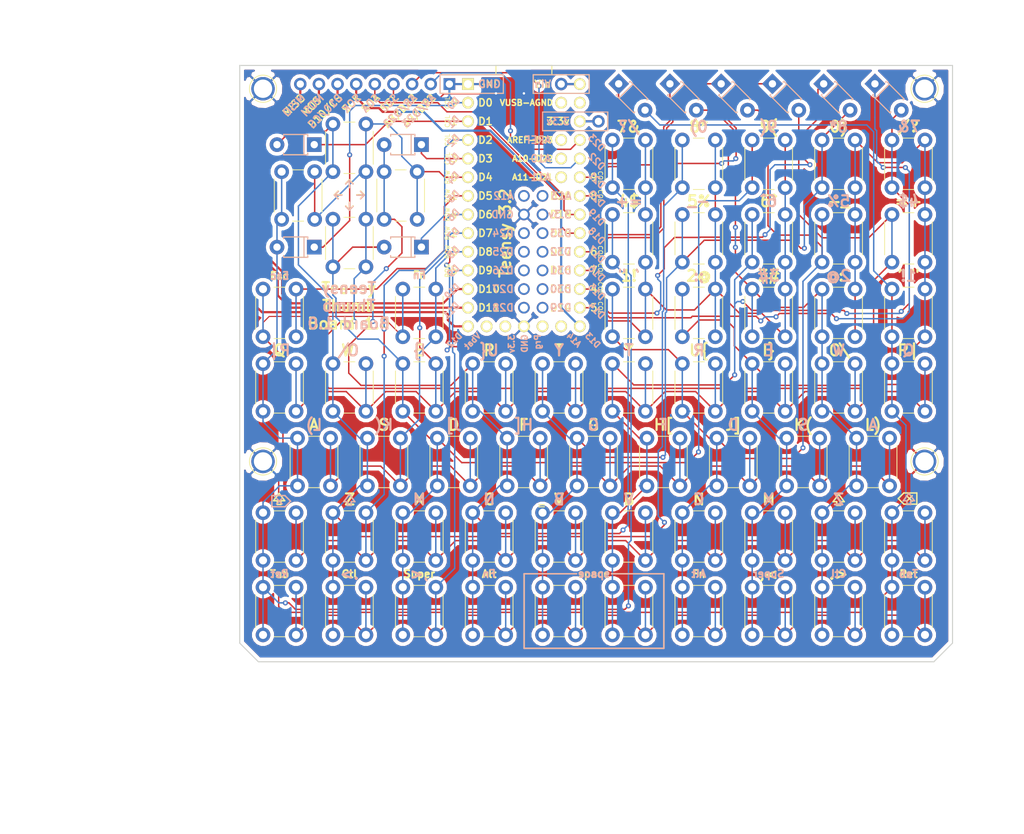
<source format=kicad_pcb>
(kicad_pcb (version 20171130) (host pcbnew 5.0.1-33cea8e~68~ubuntu16.04.1)
  (layers (0 F.Cu signal) (31 B.Cu signal) (34 B.Paste user) (35 F.Paste user) (36 B.SilkS user) (37 F.SilkS user) (38 B.Mask user) (39 F.Mask user) (44 Edge.Cuts user))
  (net 0 "")
  (net 1 ROW0)
  (net 2 "Net-(D1-Pad2)")
  (net 3 "Net-(D2-Pad2)")
  (net 4 "Net-(D3-Pad2)")
  (net 5 "Net-(D4-Pad2)")
  (net 6 "Net-(D5-Pad2)")
  (net 7 "Net-(D6-Pad2)")
  (net 8 "Net-(D7-Pad2)")
  (net 9 "Net-(D8-Pad2)")
  (net 10 "Net-(D9-Pad2)")
  (net 11 "Net-(D10-Pad2)")
  (net 12 ROW1)
  (net 13 ROW2)
  (net 14 ROW3)
  (net 15 ROW4)
  (net 16 COL0)
  (net 17 COL1)
  (net 18 COL2)
  (net 19 COL3)
  (net 20 COL4)
  (net 21 COL5)
  (net 22 COL6)
  (net 23 COL7)
  (net 24 COL8)
  (net 25 COL9)
  (net 26 GND)
  (net 27 ROW5)
  (net 28 22-A8)
  (net 29 23-A9)
  (net 30 SCL)
  (net 31 SDA)
  (net 32 SCK)
  (net 33 DIN)
  (net 34 DOUT)
  (net 35 CS)
  (net 36 +3V3)
  (net 37 VIN)
  (module teensy32:Teensy32 (layer F.Cu) (at 147.955 92.71 270)
    (fp_text reference U1 hide)
    (fp_text value Teensy3.2)
    (pad 51 thru_hole circle (at -1.27 -2.54 270) (size 1.6 1.6) (drill 1.1) (layers *.Cu *.Mask))
    (pad 50 thru_hole circle (at 1.27 -2.54 270) (size 1.6 1.6) (drill 1.1) (layers *.Cu *.Mask))
    (pad 49 thru_hole circle (at 3.81 -2.54 270) (size 1.6 1.6) (drill 1.1) (layers *.Cu *.Mask))
    (pad 48 thru_hole circle (at 6.35 -2.54 270) (size 1.6 1.6) (drill 1.1) (layers *.Cu *.Mask))
    (pad 47 thru_hole circle (at 8.89 -2.54 270) (size 1.6 1.6) (drill 1.1) (layers *.Cu *.Mask))
    (pad 46 thru_hole circle (at 11.43 -2.54 270) (size 1.6 1.6) (drill 1.1) (layers *.Cu *.Mask))
    (pad 45 thru_hole circle (at 13.97 -2.54 270) (size 1.6 1.6) (drill 1.1) (layers *.Cu *.Mask))
    (pad 44 thru_hole circle (at 13.97 0 270) (size 1.6 1.6) (drill 1.1) (layers *.Cu *.Mask))
    (pad 43 thru_hole circle (at 11.43 0 270) (size 1.6 1.6) (drill 1.1) (layers *.Cu *.Mask))
    (pad 42 thru_hole circle (at 8.89 0 270) (size 1.6 1.6) (drill 1.1) (layers *.Cu *.Mask))
    (pad 41 thru_hole circle (at 6.35 0 270) (size 1.6 1.6) (drill 1.1) (layers *.Cu *.Mask))
    (pad 40 thru_hole circle (at 3.81 0 270) (size 1.6 1.6) (drill 1.1) (layers *.Cu *.Mask))
    (pad 39 thru_hole circle (at 1.27 0 270) (size 1.6 1.6) (drill 1.1) (layers *.Cu *.Mask) (net 26 GND))
    (pad 38 thru_hole circle (at -1.27 0 270) (size 1.6 1.6) (drill 1.1) (layers *.Cu *.Mask))
    (pad 1 thru_hole rect (at -16.51 7.62 270) (size 1.6 1.6) (drill 1.1) (layers *.Cu *.Mask F.SilkS) (net 26 GND))
    (pad 2 thru_hole circle (at -13.97 7.62 270) (size 1.6 1.6) (drill 1) (layers *.Cu *.Mask F.SilkS) (net 16 COL0))
    (pad 3 thru_hole circle (at -11.43 7.62 270) (size 1.6 1.6) (drill 1.1) (layers *.Cu *.Mask F.SilkS) (net 17 COL1))
    (pad 4 thru_hole circle (at -8.89 7.62 270) (size 1.6 1.6) (drill 1.1) (layers *.Cu *.Mask F.SilkS) (net 18 COL2))
    (pad 5 thru_hole circle (at -6.35 7.62 270) (size 1.6 1.6) (drill 1.1) (layers *.Cu *.Mask F.SilkS) (net 19 COL3))
    (pad 6 thru_hole circle (at -3.81 7.62 270) (size 1.6 1.6) (drill 1.1) (layers *.Cu *.Mask F.SilkS) (net 1 ROW0))
    (pad 7 thru_hole circle (at -1.27 7.62 270) (size 1.6 1.6) (drill 1.1) (layers *.Cu *.Mask F.SilkS) (net 12 ROW1))
    (pad 8 thru_hole circle (at 1.27 7.62 270) (size 1.6 1.6) (drill 1.1) (layers *.Cu *.Mask F.SilkS) (net 15 ROW4))
    (pad 9 thru_hole circle (at 3.81 7.62 270) (size 1.6 1.6) (drill 1.1) (layers *.Cu *.Mask F.SilkS) (net 13 ROW2))
    (pad 10 thru_hole circle (at 6.35 7.62 270) (size 1.6 1.6) (drill 1.1) (layers *.Cu *.Mask F.SilkS) (net 14 ROW3))
    (pad 11 thru_hole circle (at 8.89 7.62 270) (size 1.6 1.6) (drill 1.1) (layers *.Cu *.Mask F.SilkS) (net 27 ROW5))
    (pad 12 thru_hole circle (at 11.43 7.62 270) (size 1.6 1.6) (drill 1.1) (layers *.Cu *.Mask F.SilkS) (net 35 CS))
    (pad 13 thru_hole circle (at 13.97 7.62 270) (size 1.6 1.6) (drill 1.1) (layers *.Cu *.Mask F.SilkS) (net 34 DOUT))
    (pad 37 thru_hole circle (at -3.81 -5.08 270) (size 1.6 1.6) (drill 1.1) (layers *.Cu *.Mask F.SilkS))
    (pad 36 thru_hole circle (at -6.35 -5.08 270) (size 1.6 1.6) (drill 1.1) (layers *.Cu *.Mask F.SilkS))
    (pad 35 thru_hole circle (at -8.89 -5.08 270) (size 1.6 1.6) (drill 1.1) (layers *.Cu *.Mask F.SilkS))
    (pad 34 thru_hole circle (at -13.97 -5.08 270) (size 1.6 1.6) (drill 1.1) (layers *.Cu *.Mask F.SilkS))
    (pad 33 thru_hole circle (at -16.51 -7.62 270) (size 1.6 1.6) (drill 1.1) (layers *.Cu *.Mask F.SilkS) (net 37 VIN))
    (pad 32 thru_hole circle (at -13.97 -7.62 270) (size 1.6 1.6) (drill 1.1) (layers *.Cu *.Mask F.SilkS))
    (pad 31 thru_hole circle (at -11.43 -7.62 270) (size 1.6 1.6) (drill 1.1) (layers *.Cu *.Mask F.SilkS) (net 36 +3V3))
    (pad 30 thru_hole circle (at -8.89 -7.62 270) (size 1.6 1.6) (drill 1.1) (layers *.Cu *.Mask F.SilkS) (net 29 23-A9))
    (pad 29 thru_hole circle (at -6.35 -7.62 270) (size 1.6 1.6) (drill 1.1) (layers *.Cu *.Mask F.SilkS) (net 28 22-A8))
    (pad 28 thru_hole circle (at -3.81 -7.62 270) (size 1.6 1.6) (drill 1.1) (layers *.Cu *.Mask F.SilkS) (net 25 COL9))
    (pad 27 thru_hole circle (at -1.27 -7.62 270) (size 1.6 1.6) (drill 1.1) (layers *.Cu *.Mask F.SilkS) (net 24 COL8))
    (pad 26 thru_hole circle (at 1.27 -7.62 270) (size 1.6 1.6) (drill 1.1) (layers *.Cu *.Mask F.SilkS) (net 30 SCL))
    (pad 25 thru_hole circle (at 3.81 -7.62 270) (size 1.6 1.6) (drill 1.1) (layers *.Cu *.Mask F.SilkS) (net 31 SDA))
    (pad 24 thru_hole circle (at 6.35 -7.62 270) (size 1.6 1.6) (drill 1.1) (layers *.Cu *.Mask F.SilkS) (net 22 COL6))
    (pad 23 thru_hole circle (at 8.89 -7.62 270) (size 1.6 1.6) (drill 1.1) (layers *.Cu *.Mask F.SilkS) (net 23 COL7))
    (pad 22 thru_hole circle (at 11.43 -7.62 270) (size 1.6 1.6) (drill 1.1) (layers *.Cu *.Mask F.SilkS) (net 20 COL4))
    (pad 21 thru_hole circle (at 13.97 -7.62 270) (size 1.6 1.6) (drill 1.1) (layers *.Cu *.Mask F.SilkS) (net 21 COL5))
    (pad 14 thru_hole circle (at 16.51 7.62 270) (size 1.6 1.6) (drill 1.1) (layers *.Cu *.Mask F.SilkS) (net 33 DIN))
    (pad 15 thru_hole circle (at 16.51 5.08 270) (size 1.6 1.6) (drill 1.1) (layers *.Cu *.Mask F.SilkS))
    (pad 16 thru_hole circle (at 16.51 2.54 270) (size 1.6 1.6) (drill 1.1) (layers *.Cu *.Mask F.SilkS))
    (pad 20 thru_hole circle (at 16.51 -7.62 270) (size 1.6 1.6) (drill 1.1) (layers *.Cu *.Mask F.SilkS) (net 32 SCK))
    (pad 19 thru_hole circle (at 16.51 -5.08 270) (size 1.6 1.6) (drill 1.1) (layers *.Cu *.Mask F.SilkS))
    (pad 18 thru_hole circle (at 16.51 -2.54 270) (size 1.6 1.6) (drill 1.1) (layers *.Cu *.Mask F.SilkS))
    (pad 17 thru_hole circle (at 16.51 0 270) (size 1.6 1.6) (drill 1.1) (layers *.Cu *.Mask F.SilkS) (net 26 GND))
  )
  (module teensy32:PinHeader_1x01_P2.54mm_Vertical (layer F.Cu) (at 158.115 81.28)
    (fp_text reference J6 hide)
    (fp_text value Conn_01x01_Male)
    (pad 1 thru_hole circle (at 0 0) (size 1.7 1.7) (drill 1) (layers *.Cu *.Mask) (net 36 +3V3))
  )
  (module teensy32:PinHeader_1x01_P2.54mm_Vertical (layer F.Cu) (at 137.795 76.2)
    (fp_text reference J7 hide)
    (fp_text value Conn_01x01_Male)
    (pad 1 thru_hole rect (at 0 0) (size 1.6 1.6) (drill 1) (layers *.Cu *.Mask) (net 26 GND))
  )
  (module Diodes_THT:D_T-1_P5.08mm_Horizontal (layer F.Cu) (at 119.38 98.425 180)
    (fp_text reference D1 hide)
    (fp_text value D_Zener_Small)
    (pad 2 thru_hole oval (at 5.08 0 180) (size 2 2) (drill 1) (layers *.Cu *.Mask) (net 2 "Net-(D1-Pad2)"))
    (pad 1 thru_hole rect (at 0 0 180) (size 2 2) (drill 1) (layers *.Cu *.Mask) (net 16 COL0))
  )
  (module Diodes_THT:D_T-1_P5.08mm_Horizontal (layer F.Cu) (at 119.38 84.455 180)
    (fp_text reference D2 hide)
    (fp_text value D_Zener_Small)
    (pad 2 thru_hole oval (at 5.08 0 180) (size 2 2) (drill 1) (layers *.Cu *.Mask) (net 3 "Net-(D2-Pad2)"))
    (pad 1 thru_hole rect (at 0 0 180) (size 2 2) (drill 1) (layers *.Cu *.Mask) (net 17 COL1))
  )
  (module Diodes_THT:D_T-1_P5.08mm_Horizontal (layer F.Cu) (at 133.985 98.425 180)
    (fp_text reference D3 hide)
    (fp_text value D_Zener_Small)
    (pad 2 thru_hole oval (at 5.08 0 180) (size 2 2) (drill 1) (layers *.Cu *.Mask) (net 4 "Net-(D3-Pad2)"))
    (pad 1 thru_hole rect (at 0 0 180) (size 2 2) (drill 1) (layers *.Cu *.Mask) (net 18 COL2))
  )
  (module Diodes_THT:D_T-1_P5.08mm_Horizontal (layer F.Cu) (at 133.985 84.455 180)
    (fp_text reference D4 hide)
    (fp_text value D_Zener_Small)
    (pad 2 thru_hole oval (at 5.08 0 180) (size 2 2) (drill 1) (layers *.Cu *.Mask) (net 5 "Net-(D4-Pad2)"))
    (pad 1 thru_hole rect (at 0 0 180) (size 2 2) (drill 1) (layers *.Cu *.Mask) (net 19 COL3))
  )
  (module Diodes_THT:D_T-1_P5.08mm_Horizontal (layer F.Cu) (at 188.812898 76.163898 315)
    (fp_text reference D5 hide)
    (fp_text value D_Zener_Small)
    (pad 2 thru_hole oval (at 5.079999 0 315) (size 2 2) (drill 1) (layers *.Cu *.Mask) (net 6 "Net-(D5-Pad2)"))
    (pad 1 thru_hole rect (at 0 0 315) (size 2 2) (drill 1) (layers *.Cu *.Mask) (net 20 COL4))
  )
  (module Diodes_THT:D_T-1_P5.08mm_Horizontal (layer F.Cu) (at 195.797898 76.163898 315)
    (fp_text reference D6 hide)
    (fp_text value D_Zener_Small)
    (pad 2 thru_hole oval (at 5.079999 0 315) (size 2 2) (drill 1) (layers *.Cu *.Mask) (net 7 "Net-(D6-Pad2)"))
    (pad 1 thru_hole rect (at 0 0 315) (size 2 2) (drill 1) (layers *.Cu *.Mask) (net 21 COL5))
  )
  (module Diodes_THT:D_T-1_P5.08mm_Horizontal (layer F.Cu) (at 174.842898 76.163898 315)
    (fp_text reference D7 hide)
    (fp_text value D_Zener_Small)
    (pad 1 thru_hole rect (at 0 0 315) (size 2 2) (drill 1) (layers *.Cu *.Mask) (net 22 COL6))
    (pad 2 thru_hole oval (at 5.079999 0 315) (size 2 2) (drill 1) (layers *.Cu *.Mask) (net 8 "Net-(D7-Pad2)"))
  )
  (module Diodes_THT:D_T-1_P5.08mm_Horizontal (layer F.Cu) (at 181.827898 76.163898 315)
    (fp_text reference D8 hide)
    (fp_text value D_Zener_Small)
    (pad 2 thru_hole oval (at 5.079999 0 315) (size 2 2) (drill 1) (layers *.Cu *.Mask) (net 9 "Net-(D8-Pad2)"))
    (pad 1 thru_hole rect (at 0 0 315) (size 2 2) (drill 1) (layers *.Cu *.Mask) (net 23 COL7))
  )
  (module Diodes_THT:D_T-1_P5.08mm_Horizontal (layer F.Cu) (at 167.857898 76.163898 315)
    (fp_text reference D9 hide)
    (fp_text value D_Zener_Small)
    (pad 2 thru_hole oval (at 5.079999 0 315) (size 2 2) (drill 1) (layers *.Cu *.Mask) (net 10 "Net-(D9-Pad2)"))
    (pad 1 thru_hole rect (at 0 0 315) (size 2 2) (drill 1) (layers *.Cu *.Mask) (net 24 COL8))
  )
  (module Diodes_THT:D_T-1_P5.08mm_Horizontal (layer F.Cu) (at 160.872898 76.163898 315)
    (fp_text reference D10 hide)
    (fp_text value D_Zener_Small)
    (pad 2 thru_hole oval (at 5.079999 0 315) (size 2 2) (drill 1) (layers *.Cu *.Mask) (net 11 "Net-(D10-Pad2)"))
    (pad 1 thru_hole rect (at 0 0 315) (size 2 2) (drill 1) (layers *.Cu *.Mask) (net 25 COL9))
  )
  (module Buttons_Switches_THT:SW_PUSH_6mm (layer F.Cu) (at 114.935 94.638 90)
    (fp_text reference SW1 hide)
    (fp_text value SW_Push)
    (pad 2 thru_hole circle (at 0 4.5 180) (size 2 2) (drill 1.1) (layers *.Cu *.Mask) (net 1 ROW0))
    (pad 1 thru_hole circle (at 0 0 180) (size 2 2) (drill 1.1) (layers *.Cu *.Mask) (net 2 "Net-(D1-Pad2)"))
    (pad 2 thru_hole circle (at 6.5 4.5 180) (size 2 2) (drill 1.1) (layers *.Cu *.Mask) (net 1 ROW0))
    (pad 1 thru_hole circle (at 6.5 0 180) (size 2 2) (drill 1.1) (layers *.Cu *.Mask) (net 2 "Net-(D1-Pad2)"))
  )
  (module Buttons_Switches_THT:SW_PUSH_6mm (layer F.Cu) (at 121.92 88.138 90)
    (fp_text reference SW2 hide)
    (fp_text value SW_Push)
    (pad 2 thru_hole circle (at 0 4.5 180) (size 2 2) (drill 1.1) (layers *.Cu *.Mask) (net 1 ROW0))
    (pad 1 thru_hole circle (at 0 0 180) (size 2 2) (drill 1.1) (layers *.Cu *.Mask) (net 3 "Net-(D2-Pad2)"))
    (pad 2 thru_hole circle (at 6.5 4.5 180) (size 2 2) (drill 1.1) (layers *.Cu *.Mask) (net 1 ROW0))
    (pad 1 thru_hole circle (at 6.5 0 180) (size 2 2) (drill 1.1) (layers *.Cu *.Mask) (net 3 "Net-(D2-Pad2)"))
  )
  (module Buttons_Switches_THT:SW_PUSH_6mm (layer F.Cu) (at 121.92 101.115 90)
    (fp_text reference SW3 hide)
    (fp_text value SW_Push)
    (pad 2 thru_hole circle (at 0 4.5 180) (size 2 2) (drill 1.1) (layers *.Cu *.Mask) (net 1 ROW0))
    (pad 1 thru_hole circle (at 0 0 180) (size 2 2) (drill 1.1) (layers *.Cu *.Mask) (net 4 "Net-(D3-Pad2)"))
    (pad 2 thru_hole circle (at 6.5 4.5 180) (size 2 2) (drill 1.1) (layers *.Cu *.Mask) (net 1 ROW0))
    (pad 1 thru_hole circle (at 6.5 0 180) (size 2 2) (drill 1.1) (layers *.Cu *.Mask) (net 4 "Net-(D3-Pad2)"))
  )
  (module Buttons_Switches_THT:SW_PUSH_6mm (layer F.Cu) (at 128.905 94.638 90)
    (fp_text reference SW4 hide)
    (fp_text value SW_Push)
    (pad 2 thru_hole circle (at 0 4.5 180) (size 2 2) (drill 1.1) (layers *.Cu *.Mask) (net 1 ROW0))
    (pad 1 thru_hole circle (at 0 0 180) (size 2 2) (drill 1.1) (layers *.Cu *.Mask) (net 5 "Net-(D4-Pad2)"))
    (pad 2 thru_hole circle (at 6.5 4.5 180) (size 2 2) (drill 1.1) (layers *.Cu *.Mask) (net 1 ROW0))
    (pad 1 thru_hole circle (at 6.5 0 180) (size 2 2) (drill 1.1) (layers *.Cu *.Mask) (net 5 "Net-(D4-Pad2)"))
  )
  (module Buttons_Switches_THT:SW_PUSH_6mm (layer F.Cu) (at 188.595 90.32 90)
    (fp_text reference SW5 hide)
    (fp_text value SW_Push)
    (pad 2 thru_hole circle (at 0 4.5 180) (size 2 2) (drill 1.1) (layers *.Cu *.Mask) (net 1 ROW0))
    (pad 1 thru_hole circle (at 0 0 180) (size 2 2) (drill 1.1) (layers *.Cu *.Mask) (net 6 "Net-(D5-Pad2)"))
    (pad 2 thru_hole circle (at 6.5 4.5 180) (size 2 2) (drill 1.1) (layers *.Cu *.Mask) (net 1 ROW0))
    (pad 1 thru_hole circle (at 6.5 0 180) (size 2 2) (drill 1.1) (layers *.Cu *.Mask) (net 6 "Net-(D5-Pad2)"))
  )
  (module Buttons_Switches_THT:SW_PUSH_6mm (layer F.Cu) (at 198.12 90.32 90)
    (fp_text reference SW6 hide)
    (fp_text value SW_Push)
    (pad 2 thru_hole circle (at 0 4.5 180) (size 2 2) (drill 1.1) (layers *.Cu *.Mask) (net 1 ROW0))
    (pad 1 thru_hole circle (at 0 0 180) (size 2 2) (drill 1.1) (layers *.Cu *.Mask) (net 7 "Net-(D6-Pad2)"))
    (pad 2 thru_hole circle (at 6.5 4.5 180) (size 2 2) (drill 1.1) (layers *.Cu *.Mask) (net 1 ROW0))
    (pad 1 thru_hole circle (at 6.5 0 180) (size 2 2) (drill 1.1) (layers *.Cu *.Mask) (net 7 "Net-(D6-Pad2)"))
  )
  (module Buttons_Switches_THT:SW_PUSH_6mm (layer F.Cu) (at 188.595 100.48 90)
    (fp_text reference SW7 hide)
    (fp_text value SW_Push)
    (pad 2 thru_hole circle (at 0 4.5 180) (size 2 2) (drill 1.1) (layers *.Cu *.Mask) (net 1 ROW0))
    (pad 1 thru_hole circle (at 0 0 180) (size 2 2) (drill 1.1) (layers *.Cu *.Mask) (net 8 "Net-(D7-Pad2)"))
    (pad 2 thru_hole circle (at 6.5 4.5 180) (size 2 2) (drill 1.1) (layers *.Cu *.Mask) (net 1 ROW0))
    (pad 1 thru_hole circle (at 6.5 0 180) (size 2 2) (drill 1.1) (layers *.Cu *.Mask) (net 8 "Net-(D7-Pad2)"))
  )
  (module Buttons_Switches_THT:SW_PUSH_6mm (layer F.Cu) (at 198.12 100.48 90)
    (fp_text reference SW8 hide)
    (fp_text value SW_Push)
    (pad 2 thru_hole circle (at 0 4.5 180) (size 2 2) (drill 1.1) (layers *.Cu *.Mask) (net 1 ROW0))
    (pad 1 thru_hole circle (at 0 0 180) (size 2 2) (drill 1.1) (layers *.Cu *.Mask) (net 9 "Net-(D8-Pad2)"))
    (pad 2 thru_hole circle (at 6.5 4.5 180) (size 2 2) (drill 1.1) (layers *.Cu *.Mask) (net 1 ROW0))
    (pad 1 thru_hole circle (at 6.5 0 180) (size 2 2) (drill 1.1) (layers *.Cu *.Mask) (net 9 "Net-(D8-Pad2)"))
  )
  (module Buttons_Switches_THT:SW_PUSH_6mm (layer F.Cu) (at 188.595 110.64 90)
    (fp_text reference SW9 hide)
    (fp_text value SW_Push)
    (pad 2 thru_hole circle (at 0 4.5 180) (size 2 2) (drill 1.1) (layers *.Cu *.Mask) (net 1 ROW0))
    (pad 1 thru_hole circle (at 0 0 180) (size 2 2) (drill 1.1) (layers *.Cu *.Mask) (net 10 "Net-(D9-Pad2)"))
    (pad 2 thru_hole circle (at 6.5 4.5 180) (size 2 2) (drill 1.1) (layers *.Cu *.Mask) (net 1 ROW0))
    (pad 1 thru_hole circle (at 6.5 0 180) (size 2 2) (drill 1.1) (layers *.Cu *.Mask) (net 10 "Net-(D9-Pad2)"))
  )
  (module Buttons_Switches_THT:SW_PUSH_6mm (layer F.Cu) (at 198.12 110.64 90)
    (fp_text reference SW10 hide)
    (fp_text value SW_Push)
    (pad 2 thru_hole circle (at 0 4.5 180) (size 2 2) (drill 1.1) (layers *.Cu *.Mask) (net 1 ROW0))
    (pad 1 thru_hole circle (at 0 0 180) (size 2 2) (drill 1.1) (layers *.Cu *.Mask) (net 11 "Net-(D10-Pad2)"))
    (pad 2 thru_hole circle (at 6.5 4.5 180) (size 2 2) (drill 1.1) (layers *.Cu *.Mask) (net 1 ROW0))
    (pad 1 thru_hole circle (at 6.5 0 180) (size 2 2) (drill 1.1) (layers *.Cu *.Mask) (net 11 "Net-(D10-Pad2)"))
  )
  (module Buttons_Switches_THT:SW_PUSH_6mm (layer F.Cu) (at 160.02 90.32 90)
    (fp_text reference SW11 hide)
    (fp_text value SW_Push)
    (pad 2 thru_hole circle (at 0 4.5 180) (size 2 2) (drill 1.1) (layers *.Cu *.Mask) (net 12 ROW1))
    (pad 1 thru_hole circle (at 0 0 180) (size 2 2) (drill 1.1) (layers *.Cu *.Mask) (net 2 "Net-(D1-Pad2)"))
    (pad 2 thru_hole circle (at 6.5 4.5 180) (size 2 2) (drill 1.1) (layers *.Cu *.Mask) (net 12 ROW1))
    (pad 1 thru_hole circle (at 6.5 0 180) (size 2 2) (drill 1.1) (layers *.Cu *.Mask) (net 2 "Net-(D1-Pad2)"))
  )
  (module Buttons_Switches_THT:SW_PUSH_6mm (layer F.Cu) (at 169.545 90.32 90)
    (fp_text reference SW12 hide)
    (fp_text value SW_Push)
    (pad 2 thru_hole circle (at 0 4.5 180) (size 2 2) (drill 1.1) (layers *.Cu *.Mask) (net 12 ROW1))
    (pad 1 thru_hole circle (at 0 0 180) (size 2 2) (drill 1.1) (layers *.Cu *.Mask) (net 3 "Net-(D2-Pad2)"))
    (pad 2 thru_hole circle (at 6.5 4.5 180) (size 2 2) (drill 1.1) (layers *.Cu *.Mask) (net 12 ROW1))
    (pad 1 thru_hole circle (at 6.5 0 180) (size 2 2) (drill 1.1) (layers *.Cu *.Mask) (net 3 "Net-(D2-Pad2)"))
  )
  (module Buttons_Switches_THT:SW_PUSH_6mm (layer F.Cu) (at 179.07 90.32 90)
    (fp_text reference SW13 hide)
    (fp_text value SW_Push)
    (pad 2 thru_hole circle (at 0 4.5 180) (size 2 2) (drill 1.1) (layers *.Cu *.Mask) (net 12 ROW1))
    (pad 1 thru_hole circle (at 0 0 180) (size 2 2) (drill 1.1) (layers *.Cu *.Mask) (net 4 "Net-(D3-Pad2)"))
    (pad 2 thru_hole circle (at 6.5 4.5 180) (size 2 2) (drill 1.1) (layers *.Cu *.Mask) (net 12 ROW1))
    (pad 1 thru_hole circle (at 6.5 0 180) (size 2 2) (drill 1.1) (layers *.Cu *.Mask) (net 4 "Net-(D3-Pad2)"))
  )
  (module Buttons_Switches_THT:SW_PUSH_6mm (layer F.Cu) (at 160.02 100.48 90)
    (fp_text reference SW14 hide)
    (fp_text value SW_Push)
    (pad 2 thru_hole circle (at 0 4.5 180) (size 2 2) (drill 1.1) (layers *.Cu *.Mask) (net 12 ROW1))
    (pad 1 thru_hole circle (at 0 0 180) (size 2 2) (drill 1.1) (layers *.Cu *.Mask) (net 5 "Net-(D4-Pad2)"))
    (pad 2 thru_hole circle (at 6.5 4.5 180) (size 2 2) (drill 1.1) (layers *.Cu *.Mask) (net 12 ROW1))
    (pad 1 thru_hole circle (at 6.5 0 180) (size 2 2) (drill 1.1) (layers *.Cu *.Mask) (net 5 "Net-(D4-Pad2)"))
  )
  (module Buttons_Switches_THT:SW_PUSH_6mm (layer F.Cu) (at 169.545 100.48 90)
    (fp_text reference SW15 hide)
    (fp_text value SW_Push)
    (pad 2 thru_hole circle (at 0 4.5 180) (size 2 2) (drill 1.1) (layers *.Cu *.Mask) (net 12 ROW1))
    (pad 1 thru_hole circle (at 0 0 180) (size 2 2) (drill 1.1) (layers *.Cu *.Mask) (net 6 "Net-(D5-Pad2)"))
    (pad 2 thru_hole circle (at 6.5 4.5 180) (size 2 2) (drill 1.1) (layers *.Cu *.Mask) (net 12 ROW1))
    (pad 1 thru_hole circle (at 6.5 0 180) (size 2 2) (drill 1.1) (layers *.Cu *.Mask) (net 6 "Net-(D5-Pad2)"))
  )
  (module Buttons_Switches_THT:SW_PUSH_6mm (layer F.Cu) (at 179.07 100.48 90)
    (fp_text reference SW16 hide)
    (fp_text value SW_Push)
    (pad 2 thru_hole circle (at 0 4.5 180) (size 2 2) (drill 1.1) (layers *.Cu *.Mask) (net 12 ROW1))
    (pad 1 thru_hole circle (at 0 0 180) (size 2 2) (drill 1.1) (layers *.Cu *.Mask) (net 7 "Net-(D6-Pad2)"))
    (pad 2 thru_hole circle (at 6.5 4.5 180) (size 2 2) (drill 1.1) (layers *.Cu *.Mask) (net 12 ROW1))
    (pad 1 thru_hole circle (at 6.5 0 180) (size 2 2) (drill 1.1) (layers *.Cu *.Mask) (net 7 "Net-(D6-Pad2)"))
  )
  (module Buttons_Switches_THT:SW_PUSH_6mm (layer F.Cu) (at 160.02 110.64 90)
    (fp_text reference SW17 hide)
    (fp_text value SW_Push)
    (pad 2 thru_hole circle (at 0 4.5 180) (size 2 2) (drill 1.1) (layers *.Cu *.Mask) (net 12 ROW1))
    (pad 1 thru_hole circle (at 0 0 180) (size 2 2) (drill 1.1) (layers *.Cu *.Mask) (net 8 "Net-(D7-Pad2)"))
    (pad 2 thru_hole circle (at 6.5 4.5 180) (size 2 2) (drill 1.1) (layers *.Cu *.Mask) (net 12 ROW1))
    (pad 1 thru_hole circle (at 6.5 0 180) (size 2 2) (drill 1.1) (layers *.Cu *.Mask) (net 8 "Net-(D7-Pad2)"))
  )
  (module Buttons_Switches_THT:SW_PUSH_6mm (layer F.Cu) (at 169.545 110.64 90)
    (fp_text reference SW18 hide)
    (fp_text value SW_Push)
    (pad 2 thru_hole circle (at 0 4.5 180) (size 2 2) (drill 1.1) (layers *.Cu *.Mask) (net 12 ROW1))
    (pad 1 thru_hole circle (at 0 0 180) (size 2 2) (drill 1.1) (layers *.Cu *.Mask) (net 9 "Net-(D8-Pad2)"))
    (pad 2 thru_hole circle (at 6.5 4.5 180) (size 2 2) (drill 1.1) (layers *.Cu *.Mask) (net 12 ROW1))
    (pad 1 thru_hole circle (at 6.5 0 180) (size 2 2) (drill 1.1) (layers *.Cu *.Mask) (net 9 "Net-(D8-Pad2)"))
  )
  (module Buttons_Switches_THT:SW_PUSH_6mm (layer F.Cu) (at 179.07 110.64 90)
    (fp_text reference SW19 hide)
    (fp_text value SW_Push)
    (pad 2 thru_hole circle (at 0 4.5 180) (size 2 2) (drill 1.1) (layers *.Cu *.Mask) (net 12 ROW1))
    (pad 1 thru_hole circle (at 0 0 180) (size 2 2) (drill 1.1) (layers *.Cu *.Mask) (net 10 "Net-(D9-Pad2)"))
    (pad 2 thru_hole circle (at 6.5 4.5 180) (size 2 2) (drill 1.1) (layers *.Cu *.Mask) (net 12 ROW1))
    (pad 1 thru_hole circle (at 6.5 0 180) (size 2 2) (drill 1.1) (layers *.Cu *.Mask) (net 10 "Net-(D9-Pad2)"))
  )
  (module Buttons_Switches_THT:SW_PUSH_6mm (layer F.Cu) (at 112.395 110.64 90)
    (fp_text reference SW20 hide)
    (fp_text value SW_Push)
    (pad 2 thru_hole circle (at 0 4.5 180) (size 2 2) (drill 1.1) (layers *.Cu *.Mask) (net 12 ROW1))
    (pad 1 thru_hole circle (at 0 0 180) (size 2 2) (drill 1.1) (layers *.Cu *.Mask) (net 11 "Net-(D10-Pad2)"))
    (pad 2 thru_hole circle (at 6.5 4.5 180) (size 2 2) (drill 1.1) (layers *.Cu *.Mask) (net 12 ROW1))
    (pad 1 thru_hole circle (at 6.5 0 180) (size 2 2) (drill 1.1) (layers *.Cu *.Mask) (net 11 "Net-(D10-Pad2)"))
  )
  (module Buttons_Switches_THT:SW_PUSH_6mm (layer F.Cu) (at 112.395 120.8 90)
    (fp_text reference SW21 hide)
    (fp_text value SW_Push)
    (pad 2 thru_hole circle (at 0 4.5 180) (size 2 2) (drill 1.1) (layers *.Cu *.Mask) (net 13 ROW2))
    (pad 1 thru_hole circle (at 0 0 180) (size 2 2) (drill 1.1) (layers *.Cu *.Mask) (net 2 "Net-(D1-Pad2)"))
    (pad 2 thru_hole circle (at 6.5 4.5 180) (size 2 2) (drill 1.1) (layers *.Cu *.Mask) (net 13 ROW2))
    (pad 1 thru_hole circle (at 6.5 0 180) (size 2 2) (drill 1.1) (layers *.Cu *.Mask) (net 2 "Net-(D1-Pad2)"))
  )
  (module Buttons_Switches_THT:SW_PUSH_6mm (layer F.Cu) (at 121.92 120.8 90)
    (fp_text reference SW22 hide)
    (fp_text value SW_Push)
    (pad 2 thru_hole circle (at 0 4.5 180) (size 2 2) (drill 1.1) (layers *.Cu *.Mask) (net 13 ROW2))
    (pad 1 thru_hole circle (at 0 0 180) (size 2 2) (drill 1.1) (layers *.Cu *.Mask) (net 3 "Net-(D2-Pad2)"))
    (pad 2 thru_hole circle (at 6.5 4.5 180) (size 2 2) (drill 1.1) (layers *.Cu *.Mask) (net 13 ROW2))
    (pad 1 thru_hole circle (at 6.5 0 180) (size 2 2) (drill 1.1) (layers *.Cu *.Mask) (net 3 "Net-(D2-Pad2)"))
  )
  (module Buttons_Switches_THT:SW_PUSH_6mm (layer F.Cu) (at 131.445 120.8 90)
    (fp_text reference SW23 hide)
    (fp_text value SW_Push)
    (pad 2 thru_hole circle (at 0 4.5 180) (size 2 2) (drill 1.1) (layers *.Cu *.Mask) (net 13 ROW2))
    (pad 1 thru_hole circle (at 0 0 180) (size 2 2) (drill 1.1) (layers *.Cu *.Mask) (net 4 "Net-(D3-Pad2)"))
    (pad 2 thru_hole circle (at 6.5 4.5 180) (size 2 2) (drill 1.1) (layers *.Cu *.Mask) (net 13 ROW2))
    (pad 1 thru_hole circle (at 6.5 0 180) (size 2 2) (drill 1.1) (layers *.Cu *.Mask) (net 4 "Net-(D3-Pad2)"))
  )
  (module Buttons_Switches_THT:SW_PUSH_6mm (layer F.Cu) (at 140.97 120.8 90)
    (fp_text reference SW24 hide)
    (fp_text value SW_Push)
    (pad 2 thru_hole circle (at 0 4.5 180) (size 2 2) (drill 1.1) (layers *.Cu *.Mask) (net 13 ROW2))
    (pad 1 thru_hole circle (at 0 0 180) (size 2 2) (drill 1.1) (layers *.Cu *.Mask) (net 5 "Net-(D4-Pad2)"))
    (pad 2 thru_hole circle (at 6.5 4.5 180) (size 2 2) (drill 1.1) (layers *.Cu *.Mask) (net 13 ROW2))
    (pad 1 thru_hole circle (at 6.5 0 180) (size 2 2) (drill 1.1) (layers *.Cu *.Mask) (net 5 "Net-(D4-Pad2)"))
  )
  (module Buttons_Switches_THT:SW_PUSH_6mm (layer F.Cu) (at 150.495 120.8 90)
    (fp_text reference SW25 hide)
    (fp_text value SW_Push)
    (pad 2 thru_hole circle (at 0 4.5 180) (size 2 2) (drill 1.1) (layers *.Cu *.Mask) (net 13 ROW2))
    (pad 1 thru_hole circle (at 0 0 180) (size 2 2) (drill 1.1) (layers *.Cu *.Mask) (net 6 "Net-(D5-Pad2)"))
    (pad 2 thru_hole circle (at 6.5 4.5 180) (size 2 2) (drill 1.1) (layers *.Cu *.Mask) (net 13 ROW2))
    (pad 1 thru_hole circle (at 6.5 0 180) (size 2 2) (drill 1.1) (layers *.Cu *.Mask) (net 6 "Net-(D5-Pad2)"))
  )
  (module Buttons_Switches_THT:SW_PUSH_6mm (layer F.Cu) (at 160.02 120.8 90)
    (fp_text reference SW26 hide)
    (fp_text value SW_Push)
    (pad 2 thru_hole circle (at 0 4.5 180) (size 2 2) (drill 1.1) (layers *.Cu *.Mask) (net 13 ROW2))
    (pad 1 thru_hole circle (at 0 0 180) (size 2 2) (drill 1.1) (layers *.Cu *.Mask) (net 7 "Net-(D6-Pad2)"))
    (pad 2 thru_hole circle (at 6.5 4.5 180) (size 2 2) (drill 1.1) (layers *.Cu *.Mask) (net 13 ROW2))
    (pad 1 thru_hole circle (at 6.5 0 180) (size 2 2) (drill 1.1) (layers *.Cu *.Mask) (net 7 "Net-(D6-Pad2)"))
  )
  (module Buttons_Switches_THT:SW_PUSH_6mm (layer F.Cu) (at 169.545 120.8 90)
    (fp_text reference SW27 hide)
    (fp_text value SW_Push)
    (pad 2 thru_hole circle (at 0 4.5 180) (size 2 2) (drill 1.1) (layers *.Cu *.Mask) (net 13 ROW2))
    (pad 1 thru_hole circle (at 0 0 180) (size 2 2) (drill 1.1) (layers *.Cu *.Mask) (net 8 "Net-(D7-Pad2)"))
    (pad 2 thru_hole circle (at 6.5 4.5 180) (size 2 2) (drill 1.1) (layers *.Cu *.Mask) (net 13 ROW2))
    (pad 1 thru_hole circle (at 6.5 0 180) (size 2 2) (drill 1.1) (layers *.Cu *.Mask) (net 8 "Net-(D7-Pad2)"))
  )
  (module Buttons_Switches_THT:SW_PUSH_6mm (layer F.Cu) (at 179.07 120.8 90)
    (fp_text reference SW28 hide)
    (fp_text value SW_Push)
    (pad 2 thru_hole circle (at 0 4.5 180) (size 2 2) (drill 1.1) (layers *.Cu *.Mask) (net 13 ROW2))
    (pad 1 thru_hole circle (at 0 0 180) (size 2 2) (drill 1.1) (layers *.Cu *.Mask) (net 9 "Net-(D8-Pad2)"))
    (pad 2 thru_hole circle (at 6.5 4.5 180) (size 2 2) (drill 1.1) (layers *.Cu *.Mask) (net 13 ROW2))
    (pad 1 thru_hole circle (at 6.5 0 180) (size 2 2) (drill 1.1) (layers *.Cu *.Mask) (net 9 "Net-(D8-Pad2)"))
  )
  (module Buttons_Switches_THT:SW_PUSH_6mm (layer F.Cu) (at 188.595 120.8 90)
    (fp_text reference SW29 hide)
    (fp_text value SW_Push)
    (pad 2 thru_hole circle (at 0 4.5 180) (size 2 2) (drill 1.1) (layers *.Cu *.Mask) (net 13 ROW2))
    (pad 1 thru_hole circle (at 0 0 180) (size 2 2) (drill 1.1) (layers *.Cu *.Mask) (net 10 "Net-(D9-Pad2)"))
    (pad 2 thru_hole circle (at 6.5 4.5 180) (size 2 2) (drill 1.1) (layers *.Cu *.Mask) (net 13 ROW2))
    (pad 1 thru_hole circle (at 6.5 0 180) (size 2 2) (drill 1.1) (layers *.Cu *.Mask) (net 10 "Net-(D9-Pad2)"))
  )
  (module Buttons_Switches_THT:SW_PUSH_6mm (layer F.Cu) (at 198.12 120.8 90)
    (fp_text reference SW30 hide)
    (fp_text value SW_Push)
    (pad 2 thru_hole circle (at 0 4.5 180) (size 2 2) (drill 1.1) (layers *.Cu *.Mask) (net 13 ROW2))
    (pad 1 thru_hole circle (at 0 0 180) (size 2 2) (drill 1.1) (layers *.Cu *.Mask) (net 11 "Net-(D10-Pad2)"))
    (pad 2 thru_hole circle (at 6.5 4.5 180) (size 2 2) (drill 1.1) (layers *.Cu *.Mask) (net 13 ROW2))
    (pad 1 thru_hole circle (at 6.5 0 180) (size 2 2) (drill 1.1) (layers *.Cu *.Mask) (net 11 "Net-(D10-Pad2)"))
  )
  (module Buttons_Switches_THT:SW_PUSH_6mm (layer F.Cu) (at 117.094 130.96 90)
    (fp_text reference SW31 hide)
    (fp_text value SW_Push)
    (pad 2 thru_hole circle (at 0 4.5 180) (size 2 2) (drill 1.1) (layers *.Cu *.Mask) (net 14 ROW3))
    (pad 1 thru_hole circle (at 0 0 180) (size 2 2) (drill 1.1) (layers *.Cu *.Mask) (net 2 "Net-(D1-Pad2)"))
    (pad 2 thru_hole circle (at 6.5 4.5 180) (size 2 2) (drill 1.1) (layers *.Cu *.Mask) (net 14 ROW3))
    (pad 1 thru_hole circle (at 6.5 0 180) (size 2 2) (drill 1.1) (layers *.Cu *.Mask) (net 2 "Net-(D1-Pad2)"))
  )
  (module Buttons_Switches_THT:SW_PUSH_6mm (layer F.Cu) (at 126.619 130.96 90)
    (fp_text reference SW32 hide)
    (fp_text value SW_Push)
    (pad 2 thru_hole circle (at 0 4.5 180) (size 2 2) (drill 1.1) (layers *.Cu *.Mask) (net 14 ROW3))
    (pad 1 thru_hole circle (at 0 0 180) (size 2 2) (drill 1.1) (layers *.Cu *.Mask) (net 3 "Net-(D2-Pad2)"))
    (pad 2 thru_hole circle (at 6.5 4.5 180) (size 2 2) (drill 1.1) (layers *.Cu *.Mask) (net 14 ROW3))
    (pad 1 thru_hole circle (at 6.5 0 180) (size 2 2) (drill 1.1) (layers *.Cu *.Mask) (net 3 "Net-(D2-Pad2)"))
  )
  (module Buttons_Switches_THT:SW_PUSH_6mm (layer F.Cu) (at 136.144 130.96 90)
    (fp_text reference SW33 hide)
    (fp_text value SW_Push)
    (pad 2 thru_hole circle (at 0 4.5 180) (size 2 2) (drill 1.1) (layers *.Cu *.Mask) (net 14 ROW3))
    (pad 1 thru_hole circle (at 0 0 180) (size 2 2) (drill 1.1) (layers *.Cu *.Mask) (net 4 "Net-(D3-Pad2)"))
    (pad 2 thru_hole circle (at 6.5 4.5 180) (size 2 2) (drill 1.1) (layers *.Cu *.Mask) (net 14 ROW3))
    (pad 1 thru_hole circle (at 6.5 0 180) (size 2 2) (drill 1.1) (layers *.Cu *.Mask) (net 4 "Net-(D3-Pad2)"))
  )
  (module Buttons_Switches_THT:SW_PUSH_6mm (layer F.Cu) (at 145.669 130.96 90)
    (fp_text reference SW34 hide)
    (fp_text value SW_Push)
    (pad 2 thru_hole circle (at 0 4.5 180) (size 2 2) (drill 1.1) (layers *.Cu *.Mask) (net 14 ROW3))
    (pad 1 thru_hole circle (at 0 0 180) (size 2 2) (drill 1.1) (layers *.Cu *.Mask) (net 5 "Net-(D4-Pad2)"))
    (pad 2 thru_hole circle (at 6.5 4.5 180) (size 2 2) (drill 1.1) (layers *.Cu *.Mask) (net 14 ROW3))
    (pad 1 thru_hole circle (at 6.5 0 180) (size 2 2) (drill 1.1) (layers *.Cu *.Mask) (net 5 "Net-(D4-Pad2)"))
  )
  (module Buttons_Switches_THT:SW_PUSH_6mm (layer F.Cu) (at 155.194 130.96 90)
    (fp_text reference SW35 hide)
    (fp_text value SW_Push)
    (pad 2 thru_hole circle (at 0 4.5 180) (size 2 2) (drill 1.1) (layers *.Cu *.Mask) (net 14 ROW3))
    (pad 1 thru_hole circle (at 0 0 180) (size 2 2) (drill 1.1) (layers *.Cu *.Mask) (net 6 "Net-(D5-Pad2)"))
    (pad 2 thru_hole circle (at 6.5 4.5 180) (size 2 2) (drill 1.1) (layers *.Cu *.Mask) (net 14 ROW3))
    (pad 1 thru_hole circle (at 6.5 0 180) (size 2 2) (drill 1.1) (layers *.Cu *.Mask) (net 6 "Net-(D5-Pad2)"))
  )
  (module Buttons_Switches_THT:SW_PUSH_6mm (layer F.Cu) (at 164.719 130.96 90)
    (fp_text reference SW36 hide)
    (fp_text value SW_Push)
    (pad 2 thru_hole circle (at 0 4.5 180) (size 2 2) (drill 1.1) (layers *.Cu *.Mask) (net 14 ROW3))
    (pad 1 thru_hole circle (at 0 0 180) (size 2 2) (drill 1.1) (layers *.Cu *.Mask) (net 7 "Net-(D6-Pad2)"))
    (pad 2 thru_hole circle (at 6.5 4.5 180) (size 2 2) (drill 1.1) (layers *.Cu *.Mask) (net 14 ROW3))
    (pad 1 thru_hole circle (at 6.5 0 180) (size 2 2) (drill 1.1) (layers *.Cu *.Mask) (net 7 "Net-(D6-Pad2)"))
  )
  (module Buttons_Switches_THT:SW_PUSH_6mm (layer F.Cu) (at 174.244 130.96 90)
    (fp_text reference SW37 hide)
    (fp_text value SW_Push)
    (pad 2 thru_hole circle (at 0 4.5 180) (size 2 2) (drill 1.1) (layers *.Cu *.Mask) (net 14 ROW3))
    (pad 1 thru_hole circle (at 0 0 180) (size 2 2) (drill 1.1) (layers *.Cu *.Mask) (net 8 "Net-(D7-Pad2)"))
    (pad 2 thru_hole circle (at 6.5 4.5 180) (size 2 2) (drill 1.1) (layers *.Cu *.Mask) (net 14 ROW3))
    (pad 1 thru_hole circle (at 6.5 0 180) (size 2 2) (drill 1.1) (layers *.Cu *.Mask) (net 8 "Net-(D7-Pad2)"))
  )
  (module Buttons_Switches_THT:SW_PUSH_6mm (layer F.Cu) (at 183.769 130.96 90)
    (fp_text reference SW38 hide)
    (fp_text value SW_Push)
    (pad 2 thru_hole circle (at 0 4.5 180) (size 2 2) (drill 1.1) (layers *.Cu *.Mask) (net 14 ROW3))
    (pad 1 thru_hole circle (at 0 0 180) (size 2 2) (drill 1.1) (layers *.Cu *.Mask) (net 9 "Net-(D8-Pad2)"))
    (pad 2 thru_hole circle (at 6.5 4.5 180) (size 2 2) (drill 1.1) (layers *.Cu *.Mask) (net 14 ROW3))
    (pad 1 thru_hole circle (at 6.5 0 180) (size 2 2) (drill 1.1) (layers *.Cu *.Mask) (net 9 "Net-(D8-Pad2)"))
  )
  (module Buttons_Switches_THT:SW_PUSH_6mm (layer F.Cu) (at 193.294 130.96 90)
    (fp_text reference SW39 hide)
    (fp_text value SW_Push)
    (pad 2 thru_hole circle (at 0 4.5 180) (size 2 2) (drill 1.1) (layers *.Cu *.Mask) (net 14 ROW3))
    (pad 1 thru_hole circle (at 0 0 180) (size 2 2) (drill 1.1) (layers *.Cu *.Mask) (net 10 "Net-(D9-Pad2)"))
    (pad 2 thru_hole circle (at 6.5 4.5 180) (size 2 2) (drill 1.1) (layers *.Cu *.Mask) (net 14 ROW3))
    (pad 1 thru_hole circle (at 6.5 0 180) (size 2 2) (drill 1.1) (layers *.Cu *.Mask) (net 10 "Net-(D9-Pad2)"))
  )
  (module Buttons_Switches_THT:SW_PUSH_6mm (layer F.Cu) (at 131.445 110.64 90)
    (fp_text reference SW40 hide)
    (fp_text value SW_Push)
    (pad 2 thru_hole circle (at 0 4.5 180) (size 2 2) (drill 1.1) (layers *.Cu *.Mask) (net 14 ROW3))
    (pad 1 thru_hole circle (at 0 0 180) (size 2 2) (drill 1.1) (layers *.Cu *.Mask) (net 11 "Net-(D10-Pad2)"))
    (pad 2 thru_hole circle (at 6.5 4.5 180) (size 2 2) (drill 1.1) (layers *.Cu *.Mask) (net 14 ROW3))
    (pad 1 thru_hole circle (at 6.5 0 180) (size 2 2) (drill 1.1) (layers *.Cu *.Mask) (net 11 "Net-(D10-Pad2)"))
  )
  (module Buttons_Switches_THT:SW_PUSH_6mm (layer F.Cu) (at 112.395 141.12 90)
    (fp_text reference SW41 hide)
    (fp_text value SW_Push)
    (pad 2 thru_hole circle (at 0 4.5 180) (size 2 2) (drill 1.1) (layers *.Cu *.Mask) (net 15 ROW4))
    (pad 1 thru_hole circle (at 0 0 180) (size 2 2) (drill 1.1) (layers *.Cu *.Mask) (net 2 "Net-(D1-Pad2)"))
    (pad 2 thru_hole circle (at 6.5 4.5 180) (size 2 2) (drill 1.1) (layers *.Cu *.Mask) (net 15 ROW4))
    (pad 1 thru_hole circle (at 6.5 0 180) (size 2 2) (drill 1.1) (layers *.Cu *.Mask) (net 2 "Net-(D1-Pad2)"))
  )
  (module Buttons_Switches_THT:SW_PUSH_6mm (layer F.Cu) (at 121.92 141.12 90)
    (fp_text reference SW42 hide)
    (fp_text value SW_Push)
    (pad 2 thru_hole circle (at 0 4.5 180) (size 2 2) (drill 1.1) (layers *.Cu *.Mask) (net 15 ROW4))
    (pad 1 thru_hole circle (at 0 0 180) (size 2 2) (drill 1.1) (layers *.Cu *.Mask) (net 3 "Net-(D2-Pad2)"))
    (pad 2 thru_hole circle (at 6.5 4.5 180) (size 2 2) (drill 1.1) (layers *.Cu *.Mask) (net 15 ROW4))
    (pad 1 thru_hole circle (at 6.5 0 180) (size 2 2) (drill 1.1) (layers *.Cu *.Mask) (net 3 "Net-(D2-Pad2)"))
  )
  (module Buttons_Switches_THT:SW_PUSH_6mm (layer F.Cu) (at 131.445 141.12 90)
    (fp_text reference SW43 hide)
    (fp_text value SW_Push)
    (pad 2 thru_hole circle (at 0 4.5 180) (size 2 2) (drill 1.1) (layers *.Cu *.Mask) (net 15 ROW4))
    (pad 1 thru_hole circle (at 0 0 180) (size 2 2) (drill 1.1) (layers *.Cu *.Mask) (net 4 "Net-(D3-Pad2)"))
    (pad 2 thru_hole circle (at 6.5 4.5 180) (size 2 2) (drill 1.1) (layers *.Cu *.Mask) (net 15 ROW4))
    (pad 1 thru_hole circle (at 6.5 0 180) (size 2 2) (drill 1.1) (layers *.Cu *.Mask) (net 4 "Net-(D3-Pad2)"))
  )
  (module Buttons_Switches_THT:SW_PUSH_6mm (layer F.Cu) (at 140.97 141.12 90)
    (fp_text reference SW44 hide)
    (fp_text value SW_Push)
    (pad 2 thru_hole circle (at 0 4.5 180) (size 2 2) (drill 1.1) (layers *.Cu *.Mask) (net 15 ROW4))
    (pad 1 thru_hole circle (at 0 0 180) (size 2 2) (drill 1.1) (layers *.Cu *.Mask) (net 5 "Net-(D4-Pad2)"))
    (pad 2 thru_hole circle (at 6.5 4.5 180) (size 2 2) (drill 1.1) (layers *.Cu *.Mask) (net 15 ROW4))
    (pad 1 thru_hole circle (at 6.5 0 180) (size 2 2) (drill 1.1) (layers *.Cu *.Mask) (net 5 "Net-(D4-Pad2)"))
  )
  (module Buttons_Switches_THT:SW_PUSH_6mm (layer F.Cu) (at 150.495 141.12 90)
    (fp_text reference SW45 hide)
    (fp_text value SW_Push)
    (pad 2 thru_hole circle (at 0 4.5 180) (size 2 2) (drill 1.1) (layers *.Cu *.Mask) (net 15 ROW4))
    (pad 1 thru_hole circle (at 0 0 180) (size 2 2) (drill 1.1) (layers *.Cu *.Mask) (net 6 "Net-(D5-Pad2)"))
    (pad 2 thru_hole circle (at 6.5 4.5 180) (size 2 2) (drill 1.1) (layers *.Cu *.Mask) (net 15 ROW4))
    (pad 1 thru_hole circle (at 6.5 0 180) (size 2 2) (drill 1.1) (layers *.Cu *.Mask) (net 6 "Net-(D5-Pad2)"))
  )
  (module Buttons_Switches_THT:SW_PUSH_6mm (layer F.Cu) (at 160.02 141.12 90)
    (fp_text reference SW46 hide)
    (fp_text value SW_Push)
    (pad 2 thru_hole circle (at 0 4.5 180) (size 2 2) (drill 1.1) (layers *.Cu *.Mask) (net 15 ROW4))
    (pad 1 thru_hole circle (at 0 0 180) (size 2 2) (drill 1.1) (layers *.Cu *.Mask) (net 7 "Net-(D6-Pad2)"))
    (pad 2 thru_hole circle (at 6.5 4.5 180) (size 2 2) (drill 1.1) (layers *.Cu *.Mask) (net 15 ROW4))
    (pad 1 thru_hole circle (at 6.5 0 180) (size 2 2) (drill 1.1) (layers *.Cu *.Mask) (net 7 "Net-(D6-Pad2)"))
  )
  (module Buttons_Switches_THT:SW_PUSH_6mm (layer F.Cu) (at 169.545 141.12 90)
    (fp_text reference SW47 hide)
    (fp_text value SW_Push)
    (pad 2 thru_hole circle (at 0 4.5 180) (size 2 2) (drill 1.1) (layers *.Cu *.Mask) (net 15 ROW4))
    (pad 1 thru_hole circle (at 0 0 180) (size 2 2) (drill 1.1) (layers *.Cu *.Mask) (net 8 "Net-(D7-Pad2)"))
    (pad 2 thru_hole circle (at 6.5 4.5 180) (size 2 2) (drill 1.1) (layers *.Cu *.Mask) (net 15 ROW4))
    (pad 1 thru_hole circle (at 6.5 0 180) (size 2 2) (drill 1.1) (layers *.Cu *.Mask) (net 8 "Net-(D7-Pad2)"))
  )
  (module Buttons_Switches_THT:SW_PUSH_6mm (layer F.Cu) (at 179.07 141.12 90)
    (fp_text reference SW48 hide)
    (fp_text value SW_Push)
    (pad 2 thru_hole circle (at 0 4.5 180) (size 2 2) (drill 1.1) (layers *.Cu *.Mask) (net 15 ROW4))
    (pad 1 thru_hole circle (at 0 0 180) (size 2 2) (drill 1.1) (layers *.Cu *.Mask) (net 9 "Net-(D8-Pad2)"))
    (pad 2 thru_hole circle (at 6.5 4.5 180) (size 2 2) (drill 1.1) (layers *.Cu *.Mask) (net 15 ROW4))
    (pad 1 thru_hole circle (at 6.5 0 180) (size 2 2) (drill 1.1) (layers *.Cu *.Mask) (net 9 "Net-(D8-Pad2)"))
  )
  (module Buttons_Switches_THT:SW_PUSH_6mm (layer F.Cu) (at 188.595 141.12 90)
    (fp_text reference SW49 hide)
    (fp_text value SW_Push)
    (pad 2 thru_hole circle (at 0 4.5 180) (size 2 2) (drill 1.1) (layers *.Cu *.Mask) (net 15 ROW4))
    (pad 1 thru_hole circle (at 0 0 180) (size 2 2) (drill 1.1) (layers *.Cu *.Mask) (net 10 "Net-(D9-Pad2)"))
    (pad 2 thru_hole circle (at 6.5 4.5 180) (size 2 2) (drill 1.1) (layers *.Cu *.Mask) (net 15 ROW4))
    (pad 1 thru_hole circle (at 6.5 0 180) (size 2 2) (drill 1.1) (layers *.Cu *.Mask) (net 10 "Net-(D9-Pad2)"))
  )
  (module Buttons_Switches_THT:SW_PUSH_6mm (layer F.Cu) (at 198.12 141.12 90)
    (fp_text reference SW50 hide)
    (fp_text value SW_Push)
    (pad 2 thru_hole circle (at 0 4.5 180) (size 2 2) (drill 1.1) (layers *.Cu *.Mask) (net 15 ROW4))
    (pad 1 thru_hole circle (at 0 0 180) (size 2 2) (drill 1.1) (layers *.Cu *.Mask) (net 11 "Net-(D10-Pad2)"))
    (pad 2 thru_hole circle (at 6.5 4.5 180) (size 2 2) (drill 1.1) (layers *.Cu *.Mask) (net 15 ROW4))
    (pad 1 thru_hole circle (at 6.5 0 180) (size 2 2) (drill 1.1) (layers *.Cu *.Mask) (net 11 "Net-(D10-Pad2)"))
  )
  (module anthonydigirolamo:2.5MountingHole (layer F.Cu) (at 112.395 127.635)
    (fp_text reference J2 hide)
    (fp_text value Conn_01x01)
    (pad 1 thru_hole circle (at 0 0) (size 3.2 3.2) (drill 2.5) (layers *.Cu *.Mask) (net 26 GND))
  )
  (module anthonydigirolamo:2.5MountingHole (layer F.Cu) (at 202.565 127.635)
    (fp_text reference J3 hide)
    (fp_text value Conn_01x01)
    (pad 1 thru_hole circle (at 0 0) (size 3.2 3.2) (drill 2.5) (layers *.Cu *.Mask) (net 26 GND))
  )
  (module anthonydigirolamo:2.5MountingHole (layer F.Cu) (at 112.395 76.835)
    (fp_text reference J4 hide)
    (fp_text value Conn_01x01)
    (pad 1 thru_hole circle (at 0 0) (size 3.2 3.2) (drill 2.5) (layers *.Cu *.Mask) (net 26 GND))
  )
  (module Buttons_Switches_THT:SW_PUSH_6mm (layer F.Cu) (at 112.395 151.28 90)
    (fp_text reference SW51 hide)
    (fp_text value SW_Push)
    (pad 2 thru_hole circle (at 0 4.5 180) (size 2 2) (drill 1.1) (layers *.Cu *.Mask) (net 27 ROW5))
    (pad 1 thru_hole circle (at 0 0 180) (size 2 2) (drill 1.1) (layers *.Cu *.Mask) (net 2 "Net-(D1-Pad2)"))
    (pad 2 thru_hole circle (at 6.5 4.5 180) (size 2 2) (drill 1.1) (layers *.Cu *.Mask) (net 27 ROW5))
    (pad 1 thru_hole circle (at 6.5 0 180) (size 2 2) (drill 1.1) (layers *.Cu *.Mask) (net 2 "Net-(D1-Pad2)"))
  )
  (module Buttons_Switches_THT:SW_PUSH_6mm (layer F.Cu) (at 121.92 151.28 90)
    (fp_text reference SW52 hide)
    (fp_text value SW_Push)
    (pad 2 thru_hole circle (at 0 4.5 180) (size 2 2) (drill 1.1) (layers *.Cu *.Mask) (net 27 ROW5))
    (pad 1 thru_hole circle (at 0 0 180) (size 2 2) (drill 1.1) (layers *.Cu *.Mask) (net 3 "Net-(D2-Pad2)"))
    (pad 2 thru_hole circle (at 6.5 4.5 180) (size 2 2) (drill 1.1) (layers *.Cu *.Mask) (net 27 ROW5))
    (pad 1 thru_hole circle (at 6.5 0 180) (size 2 2) (drill 1.1) (layers *.Cu *.Mask) (net 3 "Net-(D2-Pad2)"))
  )
  (module Buttons_Switches_THT:SW_PUSH_6mm (layer F.Cu) (at 131.445 151.28 90)
    (fp_text reference SW53 hide)
    (fp_text value SW_Push)
    (pad 2 thru_hole circle (at 0 4.5 180) (size 2 2) (drill 1.1) (layers *.Cu *.Mask) (net 27 ROW5))
    (pad 1 thru_hole circle (at 0 0 180) (size 2 2) (drill 1.1) (layers *.Cu *.Mask) (net 4 "Net-(D3-Pad2)"))
    (pad 2 thru_hole circle (at 6.5 4.5 180) (size 2 2) (drill 1.1) (layers *.Cu *.Mask) (net 27 ROW5))
    (pad 1 thru_hole circle (at 6.5 0 180) (size 2 2) (drill 1.1) (layers *.Cu *.Mask) (net 4 "Net-(D3-Pad2)"))
  )
  (module Buttons_Switches_THT:SW_PUSH_6mm (layer F.Cu) (at 140.97 151.28 90)
    (fp_text reference SW54 hide)
    (fp_text value SW_Push)
    (pad 2 thru_hole circle (at 0 4.5 180) (size 2 2) (drill 1.1) (layers *.Cu *.Mask) (net 27 ROW5))
    (pad 1 thru_hole circle (at 0 0 180) (size 2 2) (drill 1.1) (layers *.Cu *.Mask) (net 5 "Net-(D4-Pad2)"))
    (pad 2 thru_hole circle (at 6.5 4.5 180) (size 2 2) (drill 1.1) (layers *.Cu *.Mask) (net 27 ROW5))
    (pad 1 thru_hole circle (at 6.5 0 180) (size 2 2) (drill 1.1) (layers *.Cu *.Mask) (net 5 "Net-(D4-Pad2)"))
  )
  (module Buttons_Switches_THT:SW_PUSH_6mm (layer F.Cu) (at 150.495 151.28 90)
    (fp_text reference SW55 hide)
    (fp_text value SW_Push)
    (pad 2 thru_hole circle (at 0 4.5 180) (size 2 2) (drill 1.1) (layers *.Cu *.Mask) (net 27 ROW5))
    (pad 1 thru_hole circle (at 0 0 180) (size 2 2) (drill 1.1) (layers *.Cu *.Mask) (net 6 "Net-(D5-Pad2)"))
    (pad 2 thru_hole circle (at 6.5 4.5 180) (size 2 2) (drill 1.1) (layers *.Cu *.Mask) (net 27 ROW5))
    (pad 1 thru_hole circle (at 6.5 0 180) (size 2 2) (drill 1.1) (layers *.Cu *.Mask) (net 6 "Net-(D5-Pad2)"))
  )
  (module Buttons_Switches_THT:SW_PUSH_6mm (layer F.Cu) (at 160.02 151.28 90)
    (fp_text reference SW56 hide)
    (fp_text value SW_Push)
    (pad 2 thru_hole circle (at 0 4.5 180) (size 2 2) (drill 1.1) (layers *.Cu *.Mask) (net 27 ROW5))
    (pad 1 thru_hole circle (at 0 0 180) (size 2 2) (drill 1.1) (layers *.Cu *.Mask) (net 7 "Net-(D6-Pad2)"))
    (pad 2 thru_hole circle (at 6.5 4.5 180) (size 2 2) (drill 1.1) (layers *.Cu *.Mask) (net 27 ROW5))
    (pad 1 thru_hole circle (at 6.5 0 180) (size 2 2) (drill 1.1) (layers *.Cu *.Mask) (net 7 "Net-(D6-Pad2)"))
  )
  (module Buttons_Switches_THT:SW_PUSH_6mm (layer F.Cu) (at 169.545 151.28 90)
    (fp_text reference SW57 hide)
    (fp_text value SW_Push)
    (pad 2 thru_hole circle (at 0 4.5 180) (size 2 2) (drill 1.1) (layers *.Cu *.Mask) (net 27 ROW5))
    (pad 1 thru_hole circle (at 0 0 180) (size 2 2) (drill 1.1) (layers *.Cu *.Mask) (net 8 "Net-(D7-Pad2)"))
    (pad 2 thru_hole circle (at 6.5 4.5 180) (size 2 2) (drill 1.1) (layers *.Cu *.Mask) (net 27 ROW5))
    (pad 1 thru_hole circle (at 6.5 0 180) (size 2 2) (drill 1.1) (layers *.Cu *.Mask) (net 8 "Net-(D7-Pad2)"))
  )
  (module Buttons_Switches_THT:SW_PUSH_6mm (layer F.Cu) (at 179.07 151.28 90)
    (fp_text reference SW58 hide)
    (fp_text value SW_Push)
    (pad 2 thru_hole circle (at 0 4.5 180) (size 2 2) (drill 1.1) (layers *.Cu *.Mask) (net 27 ROW5))
    (pad 1 thru_hole circle (at 0 0 180) (size 2 2) (drill 1.1) (layers *.Cu *.Mask) (net 9 "Net-(D8-Pad2)"))
    (pad 2 thru_hole circle (at 6.5 4.5 180) (size 2 2) (drill 1.1) (layers *.Cu *.Mask) (net 27 ROW5))
    (pad 1 thru_hole circle (at 6.5 0 180) (size 2 2) (drill 1.1) (layers *.Cu *.Mask) (net 9 "Net-(D8-Pad2)"))
  )
  (module Buttons_Switches_THT:SW_PUSH_6mm (layer F.Cu) (at 188.595 151.28 90)
    (fp_text reference SW59 hide)
    (fp_text value SW_Push)
    (pad 2 thru_hole circle (at 0 4.5 180) (size 2 2) (drill 1.1) (layers *.Cu *.Mask) (net 27 ROW5))
    (pad 1 thru_hole circle (at 0 0 180) (size 2 2) (drill 1.1) (layers *.Cu *.Mask) (net 10 "Net-(D9-Pad2)"))
    (pad 2 thru_hole circle (at 6.5 4.5 180) (size 2 2) (drill 1.1) (layers *.Cu *.Mask) (net 27 ROW5))
    (pad 1 thru_hole circle (at 6.5 0 180) (size 2 2) (drill 1.1) (layers *.Cu *.Mask) (net 10 "Net-(D9-Pad2)"))
  )
  (module Buttons_Switches_THT:SW_PUSH_6mm (layer F.Cu) (at 198.12 151.28 90)
    (fp_text reference SW60 hide)
    (fp_text value SW_Push)
    (pad 2 thru_hole circle (at 0 4.5 180) (size 2 2) (drill 1.1) (layers *.Cu *.Mask) (net 27 ROW5))
    (pad 1 thru_hole circle (at 0 0 180) (size 2 2) (drill 1.1) (layers *.Cu *.Mask) (net 11 "Net-(D10-Pad2)"))
    (pad 2 thru_hole circle (at 6.5 4.5 180) (size 2 2) (drill 1.1) (layers *.Cu *.Mask) (net 27 ROW5))
    (pad 1 thru_hole circle (at 6.5 0 180) (size 2 2) (drill 1.1) (layers *.Cu *.Mask) (net 11 "Net-(D10-Pad2)"))
  )
  (module anthonydigirolamo:2.5MountingHole (layer F.Cu) (at 202.565 76.835)
    (fp_text reference J1 hide)
    (fp_text value Conn_01x01)
    (pad 1 thru_hole circle (at 0 0) (size 3.2 3.2) (drill 2.5) (layers *.Cu *.Mask) (net 26 GND))
  )
  (module teensy32:PinSocket_1x08_P2.54mm_Vertical (layer F.Cu) (at 135.255 76.2 270)
    (fp_text reference J5 hide)
    (fp_text value Conn_01x08_Male)
    (pad 1 thru_hole circle (at 0 0 270) (size 1.7 1.7) (drill 1) (layers *.Cu *.Mask) (net 29 23-A9))
    (pad 2 thru_hole oval (at 0 2.54 270) (size 1.7 1.7) (drill 1) (layers *.Cu *.Mask) (net 28 22-A8))
    (pad 3 thru_hole oval (at 0 5.08 270) (size 1.7 1.7) (drill 1) (layers *.Cu *.Mask) (net 30 SCL))
    (pad 4 thru_hole oval (at 0 7.62 270) (size 1.7 1.7) (drill 1) (layers *.Cu *.Mask) (net 31 SDA))
    (pad 5 thru_hole oval (at 0 10.16 270) (size 1.7 1.7) (drill 1) (layers *.Cu *.Mask) (net 32 SCK))
    (pad 6 thru_hole oval (at 0 12.7 270) (size 1.7 1.7) (drill 1) (layers *.Cu *.Mask) (net 35 CS))
    (pad 7 thru_hole oval (at 0 15.24 270) (size 1.7 1.7) (drill 1) (layers *.Cu *.Mask) (net 34 DOUT))
    (pad 8 thru_hole oval (at 0 17.78 270) (size 1.7 1.7) (drill 1) (layers *.Cu *.Mask) (net 33 DIN))
  )
  (module teensy32:PinHeader_1x01_P2.54mm_Vertical (layer F.Cu) (at 153.035 76.2)
    (fp_text reference J8 hide)
    (fp_text value Conn_01x01_Male)
    (pad 1 thru_hole circle (at 0 0) (size 1.7 1.7) (drill 1) (layers *.Cu *.Mask) (net 37 VIN))
  )
  (gr_line (start 156.845 74.93) (end 156.845 77.47) (layer F.SilkS) (width 0.15))
  (gr_line (start 149.225 74.93) (end 156.845 74.93) (layer F.SilkS) (width 0.15))
  (gr_line (start 149.225 77.47) (end 149.225 74.93) (layer F.SilkS) (width 0.15))
  (gr_text "L)" (at 119.344 122.66) (layer B.SilkS) (effects (font (size 1.5 1.5) (thickness 0.3)) (justify mirror)))
  (gr_text "K(" (at 128.869 122.66) (layer B.SilkS) (effects (font (size 1.5 1.5) (thickness 0.3)) (justify mirror)))
  (gr_text J] (at 138.394 122.66) (layer B.SilkS) (effects (font (size 1.5 1.5) (thickness 0.3)) (justify mirror)))
  (gr_text A (at 195.544 122.66) (layer B.SilkS) (effects (font (size 1.5 1.5) (thickness 0.3)) (justify mirror)))
  (gr_text S (at 186.019 122.66) (layer B.SilkS) (effects (font (size 1.5 1.5) (thickness 0.3)) (justify mirror)))
  (gr_text D (at 176.494 122.66) (layer B.SilkS) (effects (font (size 1.5 1.5) (thickness 0.3)) (justify mirror)))
  (gr_text H[ (at 147.919 122.66) (layer B.SilkS) (effects (font (size 1.5 1.5) (thickness 0.3)) (justify mirror)))
  (gr_text F (at 166.969 122.66) (layer B.SilkS) (effects (font (size 1.5 1.5) (thickness 0.3)) (justify mirror)))
  (gr_text G (at 157.444 122.66) (layer B.SilkS) (effects (font (size 1.5 1.5) (thickness 0.3)) (justify mirror)))
  (gr_text 3# (at 181.32 102.34) (layer B.SilkS) (effects (font (size 1.5 1.5) (thickness 0.3)) (justify mirror)))
  (gr_text Fn (at 133.695 102.235) (layer B.SilkS) (effects (font (size 1 1) (thickness 0.25)) (justify mirror)))
  (gr_text Esc (at 114.645 102.34) (layer B.SilkS) (effects (font (size 1 1) (thickness 0.25)) (justify mirror)))
  (gr_text /? (at 162.27 81.99) (layer B.SilkS) (effects (font (size 1.5 1.5) (thickness 0.3)) (justify mirror)))
  (gr_text "0)" (at 171.795 82.02) (layer B.SilkS) (effects (font (size 1.5 1.5) (thickness 0.3)) (justify mirror)))
  (gr_text "9(" (at 181.32 82.02) (layer B.SilkS) (effects (font (size 1.5 1.5) (thickness 0.3)) (justify mirror)))
  (gr_text 8* (at 190.845 82.02) (layer B.SilkS) (effects (font (size 1.5 1.5) (thickness 0.3)) (justify mirror)))
  (gr_text 7& (at 200.37 81.99) (layer B.SilkS) (effects (font (size 1.5 1.5) (thickness 0.3)) (justify mirror)))
  (gr_text =+ (at 162.27 92.18) (layer B.SilkS) (effects (font (size 1.5 1.5) (thickness 0.3)) (justify mirror)))
  (gr_text -_ (at 171.795 92.15) (layer B.SilkS) (effects (font (size 1.5 1.5) (thickness 0.3)) (justify mirror)))
  (gr_text 6^ (at 181.32 92.15) (layer B.SilkS) (effects (font (size 1.5 1.5) (thickness 0.3)) (justify mirror)))
  (gr_text 5% (at 190.845 92.18) (layer B.SilkS) (effects (font (size 1.5 1.5) (thickness 0.3)) (justify mirror)))
  (gr_text 4$ (at 200.37 92.15) (layer B.SilkS) (effects (font (size 1.5 1.5) (thickness 0.3)) (justify mirror)))
  (gr_text "' \"" (at 162.27 102.31) (layer B.SilkS) (effects (font (size 1.5 1.5) (thickness 0.3)) (justify mirror)))
  (gr_text ;: (at 171.795 102.31) (layer B.SilkS) (effects (font (size 1.5 1.5) (thickness 0.3)) (justify mirror)))
  (gr_text 2@ (at 190.845 102.34) (layer B.SilkS) (effects (font (size 1.5 1.5) (thickness 0.3)) (justify mirror)))
  (gr_text 1! (at 200.37 102.34) (layer B.SilkS) (effects (font (size 1.5 1.5) (thickness 0.3)) (justify mirror)))
  (gr_text P| (at 114.645 112.5) (layer B.SilkS) (effects (font (size 1.5 1.5) (thickness 0.3)) (justify mirror)))
  (gr_text O\ (at 124.17 112.5) (layer B.SilkS) (effects (font (size 1.5 1.5) (thickness 0.3)) (justify mirror)))
  (gr_text I} (at 133.695 112.5) (layer B.SilkS) (effects (font (size 1.5 1.5) (thickness 0.3)) (justify mirror)))
  (gr_text U{ (at 143.22 112.5) (layer B.SilkS) (effects (font (size 1.5 1.5) (thickness 0.3)) (justify mirror)))
  (gr_text Y (at 152.745 112.47) (layer B.SilkS) (effects (font (size 1.5 1.5) (thickness 0.3)) (justify mirror)))
  (gr_text T (at 162.27 112.47) (layer B.SilkS) (effects (font (size 1.5 1.5) (thickness 0.3)) (justify mirror)))
  (gr_text R (at 171.795 112.5) (layer B.SilkS) (effects (font (size 1.5 1.5) (thickness 0.3)) (justify mirror)))
  (gr_text E (at 181.32 112.5) (layer B.SilkS) (effects (font (size 1.5 1.5) (thickness 0.3)) (justify mirror)))
  (gr_text W (at 190.845 112.5) (layer B.SilkS) (effects (font (size 1.5 1.5) (thickness 0.3)) (justify mirror)))
  (gr_text Q (at 200.37 112.5) (layer B.SilkS) (effects (font (size 1.5 1.5) (thickness 0.3)) (justify mirror)))
  (gr_text M (at 133.695 132.82) (layer B.SilkS) (effects (font (size 1.5 1.5) (thickness 0.3)) (justify mirror)))
  (gr_text N (at 143.22 132.79) (layer B.SilkS) (effects (font (size 1.5 1.5) (thickness 0.3)) (justify mirror)))
  (gr_text B (at 152.745 132.82) (layer B.SilkS) (effects (font (size 1.5 1.5) (thickness 0.3)) (justify mirror)))
  (gr_text V (at 162.27 132.82) (layer B.SilkS) (effects (font (size 1.5 1.5) (thickness 0.3)) (justify mirror)))
  (gr_text C (at 171.795 132.79) (layer B.SilkS) (effects (font (size 1.5 1.5) (thickness 0.3)) (justify mirror)))
  (gr_text X (at 181.32 132.82) (layer B.SilkS) (effects (font (size 1.5 1.5) (thickness 0.3)) (justify mirror)))
  (gr_text Z (at 190.845 132.82) (layer B.SilkS) (effects (font (size 1.5 1.5) (thickness 0.3)) (justify mirror)))
  (gr_line (start 123.9054 133.6294) (end 124.4134 133.6294) (layer B.SilkS) (width 0.2))
  (gr_line (start 123.9054 133.1214) (end 123.9054 133.6294) (layer B.SilkS) (width 0.2))
  (gr_line (start 124.4134 133.6294) (end 124.4134 133.1214) (layer B.SilkS) (width 0.2))
  (gr_line (start 124.4134 133.1214) (end 124.9214 133.1214) (layer B.SilkS) (width 0.2))
  (gr_line (start 123.3974 133.1214) (end 123.9054 133.1214) (layer B.SilkS) (width 0.2))
  (gr_line (start 124.1594 132.1054) (end 123.3974 133.1214) (layer B.SilkS) (width 0.2))
  (gr_line (start 124.9214 133.1214) (end 124.1594 132.1054) (layer B.SilkS) (width 0.2))
  (gr_line (start 115.000671 132.667853) (end 114.238671 133.429853) (layer B.SilkS) (width 0.2))
  (gr_line (start 115.381671 133.810853) (end 113.603671 133.810853) (layer B.SilkS) (width 0.2))
  (gr_line (start 115.000671 133.429853) (end 114.238671 132.667853) (layer B.SilkS) (width 0.2))
  (gr_line (start 113.603671 132.286853) (end 115.381671 132.286853) (layer B.SilkS) (width 0.2))
  (gr_line (start 115.381671 132.286853) (end 116.143671 133.048853) (layer B.SilkS) (width 0.2))
  (gr_line (start 116.143671 133.048853) (end 115.381671 133.810853) (layer B.SilkS) (width 0.2))
  (gr_line (start 113.603671 133.810853) (end 113.603671 132.286853) (layer B.SilkS) (width 0.2))
  (gr_line (start 201.1849 132.9944) (end 200.4229 131.9784) (layer B.SilkS) (width 0.2))
  (gr_line (start 200.4229 131.9784) (end 199.6609 132.9944) (layer B.SilkS) (width 0.2))
  (gr_line (start 199.6609 132.9944) (end 200.1689 132.9944) (layer B.SilkS) (width 0.2))
  (gr_line (start 200.1689 132.9944) (end 200.1689 133.5024) (layer B.SilkS) (width 0.2))
  (gr_line (start 200.1689 133.5024) (end 200.6769 133.5024) (layer B.SilkS) (width 0.2))
  (gr_line (start 200.6769 133.5024) (end 200.6769 132.9944) (layer B.SilkS) (width 0.2))
  (gr_line (start 200.6769 132.9944) (end 201.1849 132.9944) (layer B.SilkS) (width 0.2))
  (gr_line (start 147.9825 142.95) (end 147.9825 153.11) (layer B.SilkS) (width 0.2))
  (gr_line (start 147.9825 153.11) (end 167.0325 153.11) (layer B.SilkS) (width 0.2))
  (gr_line (start 167.0325 153.11) (end 167.0325 142.95) (layer B.SilkS) (width 0.2))
  (gr_line (start 159.88875 142.95) (end 167.0325 142.95) (layer B.SilkS) (width 0.2))
  (gr_line (start 155.12625 142.95) (end 147.9825 142.95) (layer B.SilkS) (width 0.2))
  (gr_text Fn (at 143.22 142.95) (layer B.SilkS) (effects (font (size 1 1) (thickness 0.25)) (justify mirror)))
  (gr_text ,< (at 133.695 142.95) (layer B.SilkS) (effects (font (size 1.5 1.5) (thickness 0.3)) (justify mirror)))
  (gr_text Tab (at 200.37 142.95) (layer B.SilkS) (effects (font (size 1 1) (thickness 0.25)) (justify mirror)))
  (gr_text Ctl (at 190.845 142.95) (layer B.SilkS) (effects (font (size 1 1) (thickness 0.25)) (justify mirror)))
  (gr_text Super (at 181.32 142.95) (layer B.SilkS) (effects (font (size 1 1) (thickness 0.25)) (justify mirror)))
  (gr_text Alt (at 171.795 142.95) (layer B.SilkS) (effects (font (size 1 1) (thickness 0.25)) (justify mirror)))
  (gr_text space (at 157.5075 142.95) (layer B.SilkS) (effects (font (size 1 1) (thickness 0.25)) (justify mirror)))
  (gr_text .> (at 124.17 142.95) (layer B.SilkS) (effects (font (size 1.5 1.5) (thickness 0.3)) (justify mirror)))
  (gr_text Ret (at 114.645 142.95) (layer B.SilkS) (effects (font (size 1 1) (thickness 0.25)) (justify mirror)))
  (gr_line (start 124.16282 92.35948) (end 124.16282 93.37548) (layer B.SilkS) (width 0.2))
  (gr_line (start 124.16282 93.37548) (end 123.65482 92.86748) (layer B.SilkS) (width 0.2))
  (gr_line (start 124.16282 93.37548) (end 124.67082 92.86748) (layer B.SilkS) (width 0.2))
  (gr_line (start 125.17882 91.34348) (end 126.19482 91.34348) (layer B.SilkS) (width 0.2))
  (gr_line (start 126.19482 91.34348) (end 125.68682 90.83548) (layer B.SilkS) (width 0.2))
  (gr_line (start 126.19482 91.34348) (end 125.68682 91.85148) (layer B.SilkS) (width 0.2))
  (gr_line (start 124.16282 90.32748) (end 124.16282 89.31148) (layer B.SilkS) (width 0.2))
  (gr_line (start 124.16282 89.31148) (end 124.67082 89.81948) (layer B.SilkS) (width 0.2))
  (gr_line (start 124.16282 89.31148) (end 123.65482 89.81948) (layer B.SilkS) (width 0.2))
  (gr_line (start 123.14682 91.34348) (end 122.13082 91.34348) (layer B.SilkS) (width 0.2))
  (gr_line (start 122.63882 90.83548) (end 122.13082 91.34348) (layer B.SilkS) (width 0.2))
  (gr_line (start 122.13082 91.34348) (end 122.63882 91.85148) (layer B.SilkS) (width 0.2))
  (gr_line (start 195.834 78.105) (end 197.739 76.2) (layer B.SilkS) (width 0.15))
  (gr_line (start 197.866 80.137) (end 197.993 80.01) (layer B.SilkS) (width 0.15))
  (gr_line (start 197.231 75.946) (end 197.358 75.819) (layer B.SilkS) (width 0.15))
  (gr_line (start 195.453 77.724) (end 197.866 80.137) (layer B.SilkS) (width 0.15))
  (gr_line (start 197.358 75.819) (end 199.771 78.232) (layer B.SilkS) (width 0.15))
  (gr_line (start 199.771 78.232) (end 199.644 78.359) (layer B.SilkS) (width 0.15))
  (gr_line (start 195.58 77.597) (end 195.453 77.724) (layer B.SilkS) (width 0.15))
  (gr_line (start 188.849 78.105) (end 190.754 76.2) (layer B.SilkS) (width 0.15))
  (gr_line (start 190.881 80.137) (end 191.008 80.01) (layer B.SilkS) (width 0.15))
  (gr_line (start 190.373 75.819) (end 192.786 78.232) (layer B.SilkS) (width 0.15))
  (gr_line (start 190.246 75.946) (end 190.373 75.819) (layer B.SilkS) (width 0.15))
  (gr_line (start 188.468 77.724) (end 190.881 80.137) (layer B.SilkS) (width 0.15))
  (gr_line (start 188.595 77.597) (end 188.468 77.724) (layer B.SilkS) (width 0.15))
  (gr_line (start 192.786 78.232) (end 192.659 78.359) (layer B.SilkS) (width 0.15))
  (gr_line (start 181.61 77.597) (end 181.483 77.724) (layer B.SilkS) (width 0.15))
  (gr_line (start 183.261 75.946) (end 183.388 75.819) (layer B.SilkS) (width 0.15))
  (gr_line (start 181.864 78.105) (end 183.769 76.2) (layer B.SilkS) (width 0.15))
  (gr_line (start 183.896 80.137) (end 184.023 80.01) (layer B.SilkS) (width 0.15))
  (gr_line (start 185.801 78.232) (end 185.674 78.359) (layer B.SilkS) (width 0.15))
  (gr_line (start 183.388 75.819) (end 185.801 78.232) (layer B.SilkS) (width 0.15))
  (gr_line (start 181.483 77.724) (end 183.896 80.137) (layer B.SilkS) (width 0.15))
  (gr_line (start 174.625 77.597) (end 174.498 77.724) (layer B.SilkS) (width 0.15))
  (gr_line (start 174.498 77.724) (end 176.911 80.137) (layer B.SilkS) (width 0.15))
  (gr_line (start 178.816 78.232) (end 178.689 78.359) (layer B.SilkS) (width 0.15))
  (gr_line (start 176.911 80.137) (end 177.038 80.01) (layer B.SilkS) (width 0.15))
  (gr_line (start 176.403 75.819) (end 178.816 78.232) (layer B.SilkS) (width 0.15))
  (gr_line (start 176.276 75.946) (end 176.403 75.819) (layer B.SilkS) (width 0.15))
  (gr_line (start 174.879 78.105) (end 176.784 76.2) (layer B.SilkS) (width 0.15))
  (gr_line (start 167.894 78.105) (end 169.799 76.2) (layer B.SilkS) (width 0.15))
  (gr_line (start 169.926 80.137) (end 170.053 80.01) (layer B.SilkS) (width 0.15))
  (gr_line (start 169.291 75.946) (end 169.418 75.819) (layer B.SilkS) (width 0.15))
  (gr_line (start 167.64 77.597) (end 167.513 77.724) (layer B.SilkS) (width 0.15))
  (gr_line (start 169.418 75.819) (end 171.831 78.232) (layer B.SilkS) (width 0.15))
  (gr_line (start 167.513 77.724) (end 169.926 80.137) (layer B.SilkS) (width 0.15))
  (gr_line (start 171.831 78.232) (end 171.704 78.359) (layer B.SilkS) (width 0.15))
  (gr_line (start 160.909 78.105) (end 162.814 76.2) (layer B.SilkS) (width 0.15))
  (gr_line (start 162.941 80.137) (end 163.068 80.01) (layer B.SilkS) (width 0.15))
  (gr_line (start 160.528 77.724) (end 162.941 80.137) (layer B.SilkS) (width 0.15))
  (gr_line (start 160.655 77.597) (end 160.528 77.724) (layer B.SilkS) (width 0.15))
  (gr_line (start 164.846 78.232) (end 164.719 78.359) (layer B.SilkS) (width 0.15))
  (gr_line (start 162.433 75.819) (end 164.846 78.232) (layer B.SilkS) (width 0.15))
  (gr_line (start 162.306 75.946) (end 162.433 75.819) (layer B.SilkS) (width 0.15))
  (gr_line (start 129.794 85.852) (end 133.096 85.852) (layer B.SilkS) (width 0.15))
  (gr_line (start 133.096 85.852) (end 133.096 85.598) (layer B.SilkS) (width 0.15))
  (gr_line (start 129.794 83.312) (end 129.794 83.058) (layer B.SilkS) (width 0.15))
  (gr_line (start 132.588 83.058) (end 132.588 85.852) (layer B.SilkS) (width 0.15))
  (gr_line (start 129.794 85.598) (end 129.794 85.852) (layer B.SilkS) (width 0.15))
  (gr_line (start 133.096 83.058) (end 133.096 83.312) (layer B.SilkS) (width 0.15))
  (gr_line (start 129.794 83.058) (end 133.096 83.058) (layer B.SilkS) (width 0.15))
  (gr_line (start 129.794 99.822) (end 133.096 99.822) (layer B.SilkS) (width 0.15))
  (gr_line (start 129.794 99.568) (end 129.794 99.822) (layer B.SilkS) (width 0.15))
  (gr_line (start 133.096 97.028) (end 133.096 97.282) (layer B.SilkS) (width 0.15))
  (gr_line (start 133.096 99.822) (end 133.096 99.568) (layer B.SilkS) (width 0.15))
  (gr_line (start 129.794 97.282) (end 129.794 97.028) (layer B.SilkS) (width 0.15))
  (gr_line (start 129.794 97.028) (end 133.096 97.028) (layer B.SilkS) (width 0.15))
  (gr_line (start 132.588 97.028) (end 132.588 99.822) (layer B.SilkS) (width 0.15))
  (gr_line (start 117.983 97.028) (end 117.983 99.822) (layer B.SilkS) (width 0.15))
  (gr_line (start 115.189 99.822) (end 118.491 99.822) (layer B.SilkS) (width 0.15))
  (gr_line (start 115.189 97.028) (end 118.491 97.028) (layer B.SilkS) (width 0.15))
  (gr_line (start 115.189 99.568) (end 115.189 99.822) (layer B.SilkS) (width 0.15))
  (gr_line (start 118.491 97.028) (end 118.491 97.282) (layer B.SilkS) (width 0.15))
  (gr_line (start 115.189 97.282) (end 115.189 97.028) (layer B.SilkS) (width 0.15))
  (gr_line (start 118.491 99.822) (end 118.491 99.568) (layer B.SilkS) (width 0.15))
  (gr_line (start 117.983 83.058) (end 117.983 85.852) (layer B.SilkS) (width 0.15))
  (gr_line (start 115.189 83.312) (end 115.189 83.058) (layer B.SilkS) (width 0.15))
  (gr_line (start 118.491 85.852) (end 118.491 85.598) (layer B.SilkS) (width 0.15))
  (gr_line (start 115.189 85.852) (end 118.491 85.852) (layer B.SilkS) (width 0.15))
  (gr_line (start 115.189 85.598) (end 115.189 85.852) (layer B.SilkS) (width 0.15))
  (gr_line (start 118.491 83.058) (end 118.491 83.312) (layer B.SilkS) (width 0.15))
  (gr_line (start 115.189 83.058) (end 118.491 83.058) (layer B.SilkS) (width 0.15))
  (gr_text "Teensy\nThumb\nBoard 1.0" (at 124.079 106.426) (layer B.SilkS) (effects (font (size 1.5 1.5) (thickness 0.3)) (justify mirror)))
  (gr_text "Teensy\nThumb\nBoard 1.0" (at 124.079 106.426) (layer F.SilkS) (effects (font (size 1.5 1.5) (thickness 0.3))))
  (gr_line (start 150.495 82.55) (end 150.495 80.01) (layer B.SilkS) (width 0.15))
  (gr_line (start 159.385 82.55) (end 150.495 82.55) (layer B.SilkS) (width 0.15))
  (gr_line (start 159.385 80.01) (end 159.385 82.55) (layer B.SilkS) (width 0.15))
  (gr_line (start 150.495 80.01) (end 159.385 80.01) (layer B.SilkS) (width 0.15))
  (gr_text 3.3v (at 154.305 81.28) (layer B.SilkS) (effects (font (size 1 1) (thickness 0.2)) (justify left mirror)))
  (gr_line (start 145.161 74.93) (end 136.525 74.93) (layer B.SilkS) (width 0.15))
  (gr_line (start 145.161 77.47) (end 145.161 74.93) (layer B.SilkS) (width 0.15))
  (gr_line (start 136.525 77.47) (end 145.161 77.47) (layer B.SilkS) (width 0.15))
  (gr_line (start 136.525 74.93) (end 136.525 77.47) (layer B.SilkS) (width 0.15))
  (gr_line (start 149.225 74.93) (end 151.765 74.93) (layer B.SilkS) (width 0.15))
  (gr_line (start 149.225 77.47) (end 149.225 74.93) (layer B.SilkS) (width 0.15))
  (gr_line (start 156.845 77.47) (end 149.225 77.47) (layer B.SilkS) (width 0.15))
  (gr_line (start 156.845 74.93) (end 156.845 77.47) (layer B.SilkS) (width 0.15))
  (gr_line (start 151.765 74.93) (end 156.845 74.93) (layer B.SilkS) (width 0.15))
  (gr_line (start 149.225 77.47) (end 156.845 77.47) (layer F.SilkS) (width 0.15))
  (gr_line (start 145.161 74.93) (end 139.065 74.93) (layer F.SilkS) (width 0.15))
  (gr_line (start 145.161 77.47) (end 145.161 74.93) (layer F.SilkS) (width 0.15))
  (gr_line (start 136.525 77.47) (end 145.161 77.47) (layer F.SilkS) (width 0.15))
  (gr_line (start 136.525 74.93) (end 136.525 77.47) (layer F.SilkS) (width 0.15))
  (gr_line (start 139.065 74.93) (end 136.525 74.93) (layer F.SilkS) (width 0.15))
  (gr_text D29 (at 154.559 106.68) (layer B.SilkS) (effects (font (size 1 1) (thickness 0.2)) (justify left mirror)))
  (gr_text D30 (at 154.559 104.14) (layer B.SilkS) (effects (font (size 1 1) (thickness 0.2)) (justify left mirror)))
  (gr_text D31 (at 154.559 101.6) (layer B.SilkS) (effects (font (size 1 1) (thickness 0.2)) (justify left mirror)))
  (gr_text D32 (at 154.559 99.06) (layer B.SilkS) (effects (font (size 1 1) (thickness 0.2)) (justify left mirror)))
  (gr_text D33 (at 154.559 96.52) (layer B.SilkS) (effects (font (size 1 1) (thickness 0.2)) (justify left mirror)))
  (gr_text 3.3v (at 154.559 93.98) (layer B.SilkS) (effects (font (size 1 1) (thickness 0.2)) (justify left mirror)))
  (gr_text D28 (at 146.685 106.68) (layer B.SilkS) (effects (font (size 1 1) (thickness 0.2)) (justify left mirror)))
  (gr_text D27 (at 146.685 104.14) (layer B.SilkS) (effects (font (size 1 1) (thickness 0.2)) (justify left mirror)))
  (gr_text D26 (at 146.685 101.6) (layer B.SilkS) (effects (font (size 1 1) (thickness 0.2)) (justify left mirror)))
  (gr_text D25 (at 146.685 99.06) (layer B.SilkS) (effects (font (size 1 1) (thickness 0.2)) (justify left mirror)))
  (gr_text D24 (at 146.685 96.52) (layer B.SilkS) (effects (font (size 1 1) (thickness 0.2)) (justify left mirror)))
  (gr_text GND (at 146.685 93.98) (layer B.SilkS) (effects (font (size 1 1) (thickness 0.2)) (justify left mirror)))
  (gr_text A12 (at 146.685 91.44) (layer B.SilkS) (effects (font (size 1 1) (thickness 0.2)) (justify left mirror)))
  (gr_text A13 (at 154.559 91.44) (layer B.SilkS) (effects (font (size 1 1) (thickness 0.2)) (justify left mirror)))
  (gr_text A11 (at 151.765 88.9) (layer B.SilkS) (effects (font (size 1 1) (thickness 0.2)) (justify left mirror)))
  (gr_text A10 (at 151.765 86.36) (layer B.SilkS) (effects (font (size 1 1) (thickness 0.2)) (justify left mirror)))
  (gr_text AREF (at 151.765 83.82) (layer B.SilkS) (effects (font (size 1 1) (thickness 0.2)) (justify left mirror)))
  (gr_text D23 (at 156.845 83.185 -45) (layer B.SilkS) (effects (font (size 0.9 0.9) (thickness 0.2)) (justify right mirror)))
  (gr_text D22 (at 156.845 85.725 -45) (layer B.SilkS) (effects (font (size 0.9 0.9) (thickness 0.2)) (justify right mirror)))
  (gr_text D21 (at 156.845 88.265 -45) (layer B.SilkS) (effects (font (size 0.9 0.9) (thickness 0.2)) (justify right mirror)))
  (gr_text D20 (at 156.845 90.805 -45) (layer B.SilkS) (effects (font (size 0.9 0.9) (thickness 0.2)) (justify right mirror)))
  (gr_text D19 (at 156.845 93.345 -45) (layer B.SilkS) (effects (font (size 0.9 0.9) (thickness 0.2)) (justify right mirror)))
  (gr_text D18 (at 156.845 95.885 -45) (layer B.SilkS) (effects (font (size 0.9 0.9) (thickness 0.2)) (justify right mirror)))
  (gr_text D17 (at 156.845 98.425 -45) (layer B.SilkS) (effects (font (size 0.9 0.9) (thickness 0.2)) (justify right mirror)))
  (gr_text D16 (at 156.845 100.965 -45) (layer B.SilkS) (effects (font (size 0.9 0.9) (thickness 0.2)) (justify right mirror)))
  (gr_text D15 (at 156.845 103.505 -45) (layer B.SilkS) (effects (font (size 0.9 0.9) (thickness 0.2)) (justify right mirror)))
  (gr_text D14 (at 156.845 106.045 -45) (layer B.SilkS) (effects (font (size 0.9 0.9) (thickness 0.2)) (justify right mirror)))
  (gr_text D13 (at 156.428 110.214 -45) (layer B.SilkS) (effects (font (size 0.8 0.8) (thickness 0.2)) (justify right mirror)))
  (gr_text A14 (at 153.888 110.214 -45) (layer B.SilkS) (effects (font (size 0.8 0.8) (thickness 0.2)) (justify right mirror)))
  (gr_text Prg (at 149.824 110.214 90) (layer B.SilkS) (effects (font (size 0.8 0.8) (thickness 0.2)) (justify left mirror)))
  (gr_text GND (at 148.046 110.214 90) (layer B.SilkS) (effects (font (size 0.8 0.8) (thickness 0.2)) (justify left mirror)))
  (gr_text 3.3v (at 146.268 110.214 90) (layer B.SilkS) (effects (font (size 0.8 0.8) (thickness 0.2)) (justify left mirror)))
  (gr_text Vbat (at 141.95 110.214 45) (layer B.SilkS) (effects (font (size 0.8 0.8) (thickness 0.2)) (justify left mirror)))
  (gr_text D12 (at 139.41 110.214 45) (layer B.SilkS) (effects (font (size 0.8 0.8) (thickness 0.2)) (justify left mirror)))
  (gr_text D0 (at 139.065 78.105 45) (layer B.SilkS) (effects (font (size 0.9 0.9) (thickness 0.2)) (justify left mirror)))
  (gr_text D1 (at 139.065 80.645 45) (layer B.SilkS) (effects (font (size 0.9 0.9) (thickness 0.2)) (justify left mirror)))
  (gr_text D10 (at 139.065 103.505 45) (layer B.SilkS) (effects (font (size 0.8 0.8) (thickness 0.2)) (justify left mirror)))
  (gr_text D11 (at 139.065 106.045 45) (layer B.SilkS) (effects (font (size 0.9 0.9) (thickness 0.2)) (justify left mirror)))
  (gr_text D9 (at 139.065 100.965 45) (layer B.SilkS) (effects (font (size 0.9 0.9) (thickness 0.2)) (justify left mirror)))
  (gr_text D8 (at 139.065 98.425 45) (layer B.SilkS) (effects (font (size 0.9 0.9) (thickness 0.2)) (justify left mirror)))
  (gr_text D7 (at 139.065 95.885 45) (layer B.SilkS) (effects (font (size 0.9 0.9) (thickness 0.2)) (justify left mirror)))
  (gr_text D6 (at 139.065 93.345 45) (layer B.SilkS) (effects (font (size 0.9 0.9) (thickness 0.2)) (justify left mirror)))
  (gr_text D5 (at 139.065 90.805 45) (layer B.SilkS) (effects (font (size 0.9 0.9) (thickness 0.2)) (justify left mirror)))
  (gr_text D4 (at 139.065 88.265 45) (layer B.SilkS) (effects (font (size 0.9 0.9) (thickness 0.2)) (justify left mirror)))
  (gr_text D3 (at 139.065 85.725 45) (layer B.SilkS) (effects (font (size 0.9 0.9) (thickness 0.2)) (justify left mirror)))
  (gr_text D2 (at 139.065 83.185 45) (layer B.SilkS) (effects (font (size 0.9 0.9) (thickness 0.2)) (justify left mirror)))
  (gr_text Vin (at 151.765 76.2) (layer B.SilkS) (effects (font (size 1 1) (thickness 0.2)) (justify left mirror)))
  (gr_text GND (at 141.605 76.2) (layer B.SilkS) (effects (font (size 1 1) (thickness 0.2)) (justify right mirror)))
  (gr_text A9/D23 (at 135.763 77.724 45) (layer B.SilkS) (effects (font (size 1 1) (thickness 0.2)) (justify left mirror)))
  (gr_text A8/D22 (at 133.223 77.724 45) (layer B.SilkS) (effects (font (size 1 1) (thickness 0.2)) (justify left mirror)))
  (gr_text SCL (at 130.683 77.724 45) (layer B.SilkS) (effects (font (size 1 1) (thickness 0.2)) (justify left mirror)))
  (gr_text SDA (at 128.143 77.724 45) (layer B.SilkS) (effects (font (size 1 1) (thickness 0.2)) (justify left mirror)))
  (gr_text SCK (at 125.603 77.724 45) (layer B.SilkS) (effects (font (size 1 1) (thickness 0.2)) (justify left mirror)))
  (gr_text D10/CS (at 123.063 77.724 45) (layer B.SilkS) (effects (font (size 1 1) (thickness 0.2)) (justify left mirror)))
  (gr_text MOSI (at 120.523 77.724 45) (layer B.SilkS) (effects (font (size 1 1) (thickness 0.2)) (justify left mirror)))
  (gr_text MISO (at 117.983 77.724 45) (layer F.SilkS) (effects (font (size 1 1) (thickness 0.2)) (justify right)))
  (gr_line (start 159.385 82.55) (end 159.385 80.01) (layer F.SilkS) (width 0.15))
  (gr_line (start 150.495 82.55) (end 159.385 82.55) (layer F.SilkS) (width 0.15))
  (gr_line (start 150.495 80.01) (end 150.495 82.55) (layer F.SilkS) (width 0.15))
  (gr_line (start 159.385 80.01) (end 150.495 80.01) (layer F.SilkS) (width 0.15))
  (gr_text Vin (at 151.765 76.2) (layer F.SilkS) (effects (font (size 1 1) (thickness 0.2)) (justify right)))
  (gr_text VUSB-AGND (at 152.019 78.74) (layer F.SilkS) (effects (font (size 0.8 0.8) (thickness 0.2)) (justify right)))
  (gr_text 3.3v (at 154.305 81.28) (layer F.SilkS) (effects (font (size 1 1) (thickness 0.2)) (justify right)))
  (gr_text AREF-D23 (at 152.019 83.82) (layer F.SilkS) (effects (font (size 0.8 0.8) (thickness 0.2)) (justify right)))
  (gr_text A10-D22 (at 152.019 86.36) (layer F.SilkS) (effects (font (size 0.8 0.8) (thickness 0.2)) (justify right)))
  (gr_text A11-D21 (at 152.019 88.9) (layer F.SilkS) (effects (font (size 0.8 0.8) (thickness 0.2)) (justify right)))
  (gr_text D20 (at 154.559 91.44) (layer F.SilkS) (effects (font (size 1 1) (thickness 0.2)) (justify right)))
  (gr_text D19 (at 154.559 93.98) (layer F.SilkS) (effects (font (size 1 1) (thickness 0.2)) (justify right)))
  (gr_text D18 (at 154.559 96.52) (layer F.SilkS) (effects (font (size 1 1) (thickness 0.2)) (justify right)))
  (gr_text D17 (at 154.559 99.06) (layer F.SilkS) (effects (font (size 1 1) (thickness 0.2)) (justify right)))
  (gr_text D16 (at 154.559 101.6) (layer F.SilkS) (effects (font (size 1 1) (thickness 0.2)) (justify right)))
  (gr_text D15 (at 154.559 104.14) (layer F.SilkS) (effects (font (size 1 1) (thickness 0.2)) (justify right)))
  (gr_text D14 (at 154.559 106.68) (layer F.SilkS) (effects (font (size 1 1) (thickness 0.2)) (justify right)))
  (gr_text D2 (at 141.605 83.82) (layer F.SilkS) (effects (font (size 1 1) (thickness 0.2)) (justify left)))
  (gr_text D3 (at 141.605 86.36) (layer F.SilkS) (effects (font (size 1 1) (thickness 0.2)) (justify left)))
  (gr_text D4 (at 141.605 88.9) (layer F.SilkS) (effects (font (size 1 1) (thickness 0.2)) (justify left)))
  (gr_text D5 (at 141.605 91.44) (layer F.SilkS) (effects (font (size 1 1) (thickness 0.2)) (justify left)))
  (gr_text D6 (at 141.605 93.98) (layer F.SilkS) (effects (font (size 1 1) (thickness 0.2)) (justify left)))
  (gr_text D7 (at 141.605 96.52) (layer F.SilkS) (effects (font (size 1 1) (thickness 0.2)) (justify left)))
  (gr_text D8 (at 141.605 99.06) (layer F.SilkS) (effects (font (size 1 1) (thickness 0.2)) (justify left)))
  (gr_text D9 (at 141.605 101.6) (layer F.SilkS) (effects (font (size 1 1) (thickness 0.2)) (justify left)))
  (gr_text D11 (at 141.605 106.68) (layer F.SilkS) (effects (font (size 1 1) (thickness 0.2)) (justify left)))
  (gr_text D10 (at 141.605 104.14) (layer F.SilkS) (effects (font (size 1 1) (thickness 0.2)) (justify left)))
  (gr_text D1 (at 141.605 81.28) (layer F.SilkS) (effects (font (size 1 1) (thickness 0.2)) (justify left)))
  (gr_text D0 (at 141.605 78.74) (layer F.SilkS) (effects (font (size 1 1) (thickness 0.2)) (justify left)))
  (gr_text GND (at 141.605 76.2) (layer F.SilkS) (effects (font (size 1 1) (thickness 0.2)) (justify left)))
  (gr_text MISO (at 117.983 77.724 45) (layer B.SilkS) (effects (font (size 1 1) (thickness 0.2)) (justify left mirror)))
  (gr_text MOSI (at 120.523 77.724 45) (layer F.SilkS) (effects (font (size 1 1) (thickness 0.2)) (justify right)))
  (gr_text D10/CS (at 123.063 77.724 45) (layer F.SilkS) (effects (font (size 1 1) (thickness 0.2)) (justify right)))
  (gr_text SCK (at 125.603 77.724 45) (layer F.SilkS) (effects (font (size 1 1) (thickness 0.2)) (justify right)))
  (gr_text SDA (at 128.143 77.724 45) (layer F.SilkS) (effects (font (size 1 1) (thickness 0.2)) (justify right)))
  (gr_text SCL (at 130.683 77.724 45) (layer F.SilkS) (effects (font (size 1 1) (thickness 0.2)) (justify right)))
  (gr_text A8/D22 (at 133.223 77.724 45) (layer F.SilkS) (effects (font (size 1 1) (thickness 0.2)) (justify right)))
  (gr_text A9/D32 (at 135.763 77.724 45) (layer F.SilkS) (effects (font (size 1 1) (thickness 0.2)) (justify right)))
  (gr_text COL (at 158.369 106.68 270) (layer F.SilkS) (effects (font (size 0.6 0.6) (thickness 0.1))))
  (gr_text COL (at 158.369 104.013 270) (layer F.SilkS) (effects (font (size 0.6 0.6) (thickness 0.1))))
  (gr_text COL (at 158.369 101.473 270) (layer F.SilkS) (effects (font (size 0.6 0.6) (thickness 0.1))))
  (gr_text COL (at 158.369 99.06 270) (layer F.SilkS) (effects (font (size 0.6 0.6) (thickness 0.1))))
  (gr_text COL (at 158.369 91.44 270) (layer F.SilkS) (effects (font (size 0.6 0.6) (thickness 0.1))))
  (gr_text COL (at 158.369 88.9 270) (layer F.SilkS) (effects (font (size 0.6 0.6) (thickness 0.1))))
  (gr_text COL (at 137.541 78.74 90) (layer F.SilkS) (effects (font (size 0.6 0.6) (thickness 0.1))))
  (gr_text COL (at 137.541 81.28 90) (layer F.SilkS) (effects (font (size 0.6 0.6) (thickness 0.1))))
  (gr_text COL (at 137.541 83.82 90) (layer F.SilkS) (effects (font (size 0.6 0.6) (thickness 0.1))))
  (gr_text COL (at 137.541 86.36 90) (layer F.SilkS) (effects (font (size 0.6 0.6) (thickness 0.1))))
  (gr_text ROW (at 137.541 101.6 90) (layer F.SilkS) (effects (font (size 0.6 0.6) (thickness 0.12))))
  (gr_text ROW (at 137.541 99.06 90) (layer F.SilkS) (effects (font (size 0.6 0.6) (thickness 0.1))))
  (gr_text ROW (at 137.541 96.52 90) (layer F.SilkS) (effects (font (size 0.6 0.6) (thickness 0.1))))
  (gr_text ROW (at 137.541 93.98 90) (layer F.SilkS) (effects (font (size 0.6 0.6) (thickness 0.1))))
  (gr_text ROW (at 137.541 91.44 90) (layer F.SilkS) (effects (font (size 0.6 0.6) (thickness 0.1))))
  (gr_text ROW (at 137.541 88.9 90) (layer F.SilkS) (effects (font (size 0.6 0.6) (thickness 0.1))))
  (gr_text "Teensy 3.2" (at 145.415 96.52 90) (layer F.SilkS) (effects (font (size 1.5 1.5) (thickness 0.3))))
  (gr_text 5 (at 138.43 101.6) (layer F.SilkS) (effects (font (size 1 1) (thickness 0.2))))
  (gr_text 3 (at 138.43 99.06) (layer F.SilkS) (effects (font (size 1 1) (thickness 0.2))))
  (gr_text 2 (at 138.43 96.52) (layer F.SilkS) (effects (font (size 1 1) (thickness 0.2))))
  (gr_text 4 (at 138.43 93.98) (layer F.SilkS) (effects (font (size 1 1) (thickness 0.2))))
  (gr_text 1 (at 138.43 91.44) (layer F.SilkS) (effects (font (size 1 1) (thickness 0.2))))
  (gr_text 0 (at 138.43 88.9) (layer F.SilkS) (effects (font (size 1 1) (thickness 0.2))))
  (gr_text 3 (at 138.43 86.36) (layer F.SilkS) (effects (font (size 1 1) (thickness 0.2))))
  (gr_text 2 (at 138.43 83.82) (layer F.SilkS) (effects (font (size 1 1) (thickness 0.2))))
  (gr_text 1 (at 138.43 81.28) (layer F.SilkS) (effects (font (size 1 1) (thickness 0.2))))
  (gr_text 0 (at 138.43 78.74) (layer F.SilkS) (effects (font (size 1 1) (thickness 0.2))))
  (gr_text 9 (at 157.48 88.9) (layer F.SilkS) (effects (font (size 1 1) (thickness 0.2))))
  (gr_text 8 (at 157.48 91.44) (layer F.SilkS) (effects (font (size 1 1) (thickness 0.2))))
  (gr_text 6 (at 157.48 99.06) (layer F.SilkS) (effects (font (size 1 1) (thickness 0.2))))
  (gr_text 7 (at 157.48 101.6) (layer F.SilkS) (effects (font (size 1 1) (thickness 0.2))))
  (gr_text 4 (at 157.48 104.14) (layer F.SilkS) (effects (font (size 1 1) (thickness 0.2))))
  (gr_text 5 (at 157.48 106.68) (layer F.SilkS) (effects (font (size 1 1) (thickness 0.2))))
  (gr_line (start 159.88875 142.95) (end 167.0325 142.95) (layer F.SilkS) (width 0.2))
  (gr_line (start 155.12625 142.95) (end 147.9825 142.95) (layer F.SilkS) (width 0.2))
  (gr_line (start 147.9825 153.11) (end 147.9825 142.95) (layer F.SilkS) (width 0.2))
  (gr_line (start 167.0325 153.11) (end 147.9825 153.11) (layer F.SilkS) (width 0.2))
  (gr_line (start 167.0325 142.95) (end 167.0325 153.11) (layer F.SilkS) (width 0.2))
  (gr_text Fn (at 133.731 102.235) (layer F.SilkS) (effects (font (size 1 1) (thickness 0.25))))
  (gr_text Esc (at 114.645 102.34) (layer F.SilkS) (effects (font (size 1 1) (thickness 0.25))))
  (gr_text "' \"" (at 200.37 102.34) (layer F.SilkS) (effects (font (size 1.5 1.5) (thickness 0.3))))
  (gr_text /? (at 200.37 81.99) (layer F.SilkS) (effects (font (size 1.5 1.5) (thickness 0.3))))
  (gr_text -_ (at 190.845 92.18) (layer F.SilkS) (effects (font (size 1.5 1.5) (thickness 0.3))))
  (gr_text =+ (at 200.37 92.18) (layer F.SilkS) (effects (font (size 1.5 1.5) (thickness 0.3))))
  (gr_text "0)" (at 190.845 82.02) (layer F.SilkS) (effects (font (size 1.5 1.5) (thickness 0.3))))
  (gr_text ;: (at 190.845 102.31) (layer F.SilkS) (effects (font (size 1.5 1.5) (thickness 0.3))))
  (gr_text "9(" (at 181.32 82.02) (layer F.SilkS) (effects (font (size 1.5 1.5) (thickness 0.3))))
  (gr_text 8* (at 171.795 82.02) (layer F.SilkS) (effects (font (size 1.5 1.5) (thickness 0.3))))
  (gr_text 7& (at 162.27 82.02) (layer F.SilkS) (effects (font (size 1.5 1.5) (thickness 0.3))))
  (gr_text 4$ (at 162.27 92.18) (layer F.SilkS) (effects (font (size 1.5 1.5) (thickness 0.3))))
  (gr_text 5% (at 171.795 92.18) (layer F.SilkS) (effects (font (size 1.5 1.5) (thickness 0.3))))
  (gr_text 6^ (at 181.32 92.18) (layer F.SilkS) (effects (font (size 1.5 1.5) (thickness 0.3))))
  (gr_text 3# (at 181.32 102.34) (layer F.SilkS) (effects (font (size 1.5 1.5) (thickness 0.3))))
  (gr_text 2@ (at 171.795 102.34) (layer F.SilkS) (effects (font (size 1.5 1.5) (thickness 0.3))))
  (gr_text 1! (at 162.27 102.34) (layer F.SilkS) (effects (font (size 1.5 1.5) (thickness 0.3))))
  (gr_text space (at 157.5075 142.95) (layer F.SilkS) (effects (font (size 1 1) (thickness 0.25))))
  (gr_text = (at 150.368 133.604) (layer F.SilkS) (effects (font (size 1 1))))
  (gr_text ,< (at 181.32 142.98) (layer F.SilkS) (effects (font (size 1.5 1.5) (thickness 0.3))))
  (gr_text Fn (at 171.795 142.98) (layer F.SilkS) (effects (font (size 1 1) (thickness 0.25))))
  (gr_line (start 190.6016 133.1214) (end 190.0936 133.1214) (layer F.SilkS) (width 0.2))
  (gr_line (start 190.6016 133.6294) (end 190.6016 133.1214) (layer F.SilkS) (width 0.2))
  (gr_line (start 191.1096 133.1214) (end 191.1096 133.6294) (layer F.SilkS) (width 0.2))
  (gr_line (start 191.1096 133.6294) (end 190.6016 133.6294) (layer F.SilkS) (width 0.2))
  (gr_line (start 190.0936 133.1214) (end 190.8556 132.1054) (layer F.SilkS) (width 0.2))
  (gr_line (start 190.8556 132.1054) (end 191.6176 133.1214) (layer F.SilkS) (width 0.2))
  (gr_line (start 191.6176 133.1214) (end 191.1096 133.1214) (layer F.SilkS) (width 0.2))
  (gr_text Ret (at 200.37 142.98) (layer F.SilkS) (effects (font (size 1 1) (thickness 0.25))))
  (gr_line (start 199.735 133.455) (end 201.513 133.455) (layer F.SilkS) (width 0.2))
  (gr_line (start 201.513 133.455) (end 201.513 131.931) (layer F.SilkS) (width 0.2))
  (gr_line (start 198.973 132.693) (end 199.735 133.455) (layer F.SilkS) (width 0.2))
  (gr_line (start 199.735 131.931) (end 198.973 132.693) (layer F.SilkS) (width 0.2))
  (gr_line (start 201.513 131.931) (end 199.735 131.931) (layer F.SilkS) (width 0.2))
  (gr_line (start 200.116 133.074) (end 200.878 132.312) (layer F.SilkS) (width 0.2))
  (gr_line (start 200.116 132.312) (end 200.878 133.074) (layer F.SilkS) (width 0.2))
  (gr_text Alt (at 143.22 142.98) (layer F.SilkS) (effects (font (size 1 1) (thickness 0.25))))
  (gr_text Super (at 133.695 142.98) (layer F.SilkS) (effects (font (size 1 1) (thickness 0.25))))
  (gr_text Ctl (at 124.17 142.98) (layer F.SilkS) (effects (font (size 1 1) (thickness 0.25))))
  (gr_text Tab (at 114.645 142.98) (layer F.SilkS) (effects (font (size 1 1) (thickness 0.25))))
  (gr_text 0 (at 188.468 114.3) (layer F.SilkS) (effects (font (size 1 1))))
  (gr_line (start 114.8461 133.5024) (end 114.3381 133.5024) (layer F.SilkS) (width 0.2))
  (gr_line (start 114.8461 132.9944) (end 114.8461 133.5024) (layer F.SilkS) (width 0.2))
  (gr_line (start 115.3541 132.9944) (end 114.8461 132.9944) (layer F.SilkS) (width 0.2))
  (gr_line (start 114.5921 131.9784) (end 115.3541 132.9944) (layer F.SilkS) (width 0.2))
  (gr_line (start 113.8301 132.9944) (end 114.5921 131.9784) (layer F.SilkS) (width 0.2))
  (gr_line (start 114.3381 132.9944) (end 113.8301 132.9944) (layer F.SilkS) (width 0.2))
  (gr_line (start 114.3381 133.5024) (end 114.3381 132.9944) (layer F.SilkS) (width 0.2))
  (gr_text .> (at 190.845 142.95) (layer F.SilkS) (effects (font (size 1.5 1.5) (thickness 0.3))))
  (gr_text M (at 181.32 132.82) (layer F.SilkS) (effects (font (size 1.5 1.5) (thickness 0.3))))
  (gr_text N (at 171.795 132.82) (layer F.SilkS) (effects (font (size 1.5 1.5) (thickness 0.3))))
  (gr_text B (at 162.27 132.82) (layer F.SilkS) (effects (font (size 1.5 1.5) (thickness 0.3))))
  (gr_text V (at 152.745 132.82) (layer F.SilkS) (effects (font (size 1.5 1.5) (thickness 0.3))))
  (gr_text C (at 143.22 132.82) (layer F.SilkS) (effects (font (size 1.5 1.5) (thickness 0.3))))
  (gr_text X (at 133.695 132.82) (layer F.SilkS) (effects (font (size 1.5 1.5) (thickness 0.3))))
  (gr_text Z (at 124.206 132.82) (layer F.SilkS) (effects (font (size 1.5 1.5) (thickness 0.3))))
  (gr_text P| (at 200.37 112.5) (layer F.SilkS) (effects (font (size 1.5 1.5) (thickness 0.3))))
  (gr_text O\ (at 190.845 112.5) (layer F.SilkS) (effects (font (size 1.5 1.5) (thickness 0.3))))
  (gr_text I} (at 181.32 112.5) (layer F.SilkS) (effects (font (size 1.5 1.5) (thickness 0.3))))
  (gr_text U{ (at 171.795 112.5) (layer F.SilkS) (effects (font (size 1.5 1.5) (thickness 0.3))))
  (gr_text Y (at 162.27 112.5) (layer F.SilkS) (effects (font (size 1.5 1.5) (thickness 0.3))))
  (gr_text T (at 152.745 112.5) (layer F.SilkS) (effects (font (size 1.5 1.5) (thickness 0.3))))
  (gr_text R (at 143.22 112.5) (layer F.SilkS) (effects (font (size 1.5 1.5) (thickness 0.3))))
  (gr_text E (at 133.695 112.5) (layer F.SilkS) (effects (font (size 1.5 1.5) (thickness 0.3))))
  (gr_text W (at 123.952 112.5) (layer F.SilkS) (effects (font (size 1.5 1.5) (thickness 0.3))))
  (gr_text Q (at 114.645 112.5) (layer F.SilkS) (effects (font (size 1.5 1.5) (thickness 0.3))))
  (gr_text "L)" (at 195.544 122.66) (layer F.SilkS) (effects (font (size 1.5 1.5) (thickness 0.3))))
  (gr_text "K(" (at 186.019 122.66) (layer F.SilkS) (effects (font (size 1.5 1.5) (thickness 0.3))))
  (gr_text J] (at 176.494 122.66) (layer F.SilkS) (effects (font (size 1.5 1.5) (thickness 0.3))))
  (gr_text H[ (at 166.969 122.66) (layer F.SilkS) (effects (font (size 1.5 1.5) (thickness 0.3))))
  (gr_text G (at 157.444 122.66) (layer F.SilkS) (effects (font (size 1.5 1.5) (thickness 0.3))))
  (gr_text F (at 147.919 122.66) (layer F.SilkS) (effects (font (size 1.5 1.5) (thickness 0.3))))
  (gr_text D (at 138.394 122.66) (layer F.SilkS) (effects (font (size 1.5 1.5) (thickness 0.3))))
  (gr_text S (at 128.869 122.66) (layer F.SilkS) (effects (font (size 1.5 1.5) (thickness 0.3))))
  (gr_text A (at 119.344 122.66) (layer F.SilkS) (effects (font (size 1.5 1.5) (thickness 0.3))))
  (gr_line (start 203.835 154.94) (end 206.375 152.4) (layer Edge.Cuts) (width 0.15))
  (gr_line (start 111.76 154.94) (end 109.22 152.4) (layer Edge.Cuts) (width 0.15))
  (gr_line (start 124.16282 93.31452) (end 123.65482 92.80652) (layer F.SilkS) (width 0.2))
  (gr_line (start 124.16282 93.31452) (end 124.67082 92.80652) (layer F.SilkS) (width 0.2))
  (gr_line (start 124.16282 92.29852) (end 124.16282 93.31452) (layer F.SilkS) (width 0.2))
  (gr_line (start 126.19482 91.28252) (end 125.68682 90.77452) (layer F.SilkS) (width 0.2))
  (gr_line (start 126.19482 91.28252) (end 125.68682 91.79052) (layer F.SilkS) (width 0.2))
  (gr_line (start 125.17882 91.28252) (end 126.19482 91.28252) (layer F.SilkS) (width 0.2))
  (gr_line (start 124.16282 89.25052) (end 124.67082 89.75852) (layer F.SilkS) (width 0.2))
  (gr_line (start 124.16282 89.25052) (end 123.65482 89.75852) (layer F.SilkS) (width 0.2))
  (gr_line (start 124.16282 90.26652) (end 124.16282 89.25052) (layer F.SilkS) (width 0.2))
  (gr_line (start 122.13082 91.28252) (end 122.63882 90.77452) (layer F.SilkS) (width 0.2))
  (gr_line (start 122.63882 91.79052) (end 122.13082 91.28252) (layer F.SilkS) (width 0.2))
  (gr_line (start 123.14682 91.28252) (end 122.13082 91.28252) (layer F.SilkS) (width 0.2))
  (gr_line (start 203.835 154.94) (end 111.76 154.94) (layer Edge.Cuts) (width 0.15))
  (gr_line (start 206.375 73.66) (end 206.375 152.4) (layer Edge.Cuts) (width 0.15))
  (gr_line (start 109.22 73.66) (end 206.375 73.66) (layer Edge.Cuts) (width 0.15))
  (gr_line (start 109.22 73.66) (end 109.22 152.4) (layer Edge.Cuts) (width 0.15))
  (segment (start 119.435 88.138) (end 119.435 94.638) (width 0.2) (layer F.Cu) (net 1))
  (segment (start 126.42 81.638) (end 126.42 88.138) (width 0.2) (layer B.Cu) (net 1))
  (segment (start 126.42 88.138) (end 126.42 94.615) (width 0.2) (layer B.Cu) (net 1))
  (segment (start 126.42 94.615) (end 126.42 101.115) (width 0.2) (layer B.Cu) (net 1))
  (segment (start 133.405 94.638) (end 133.405 88.138) (width 0.2) (layer B.Cu) (net 1))
  (segment (start 125.935 88.138) (end 126.42 88.138) (width 0.2) (layer B.Cu) (net 1))
  (segment (start 119.435 94.638) (end 125.935 88.138) (width 0.2) (layer B.Cu) (net 1))
  (segment (start 126.42 81.638) (end 129.39 81.638) (width 0.2) (layer B.Cu) (net 1))
  (segment (start 129.39 81.638) (end 131.318 83.566) (width 0.2) (layer B.Cu) (net 1))
  (segment (start 131.318 86.051) (end 133.405 88.138) (width 0.2) (layer B.Cu) (net 1))
  (segment (start 131.318 83.566) (end 131.318 86.051) (width 0.2) (layer B.Cu) (net 1))
  (segment (start 137.16 88.9) (end 140.335 88.9) (width 0.2) (layer F.Cu) (net 1))
  (segment (start 136.398 88.138) (end 137.16 88.9) (width 0.2) (layer F.Cu) (net 1))
  (segment (start 133.405 88.138) (end 136.398 88.138) (width 0.2) (layer F.Cu) (net 1))
  (segment (start 202.62 83.82) (end 202.62 90.32) (width 0.2) (layer B.Cu) (net 1))
  (segment (start 202.62 90.32) (end 202.62 93.98) (width 0.2) (layer B.Cu) (net 1))
  (segment (start 202.62 93.98) (end 202.62 100.48) (width 0.2) (layer B.Cu) (net 1))
  (segment (start 202.62 100.48) (end 202.62 104.14) (width 0.2) (layer B.Cu) (net 1))
  (segment (start 202.62 104.14) (end 202.62 110.64) (width 0.2) (layer B.Cu) (net 1))
  (segment (start 193.095 100.48) (end 193.095 104.14) (width 0.2) (layer B.Cu) (net 1))
  (segment (start 193.095 93.98) (end 193.095 100.48) (width 0.2) (layer B.Cu) (net 1))
  (segment (start 193.095 90.32) (end 193.095 93.98) (width 0.2) (layer B.Cu) (net 1))
  (segment (start 193.095 83.82) (end 193.095 90.32) (width 0.2) (layer B.Cu) (net 1))
  (segment (start 199.5212 86.9188) (end 201.620001 84.819999) (width 0.2) (layer F.Cu) (net 1))
  (segment (start 201.620001 84.819999) (end 202.62 83.82) (width 0.2) (layer F.Cu) (net 1))
  (segment (start 196.1938 86.9188) (end 199.5212 86.9188) (width 0.2) (layer F.Cu) (net 1))
  (segment (start 193.095 83.82) (end 196.1938 86.9188) (width 0.2) (layer F.Cu) (net 1))
  (segment (start 193.095 104.14) (end 193.095 110.64) (width 0.2) (layer F.Cu) (net 1))
  (segment (start 202.62 110.64) (end 200.8396 112.4204) (width 0.2) (layer F.Cu) (net 1))
  (segment (start 124.8156 108.5088) (end 124.8156 102.7194) (width 0.2) (layer B.Cu) (net 1))
  (via (at 124.8156 108.5088) (size 0.6858) (drill 0.3302) (layers F.Cu B.Cu) (net 1))
  (segment (start 124.8156 102.7194) (end 126.42 101.115) (width 0.2) (layer B.Cu) (net 1))
  (segment (start 119.4562 115.7351) (end 119.4562 112.1029) (width 0.2) (layer F.Cu) (net 1))
  (segment (start 119.4562 112.1029) (end 123.0503 108.5088) (width 0.2) (layer F.Cu) (net 1))
  (segment (start 193.834299 117.6782) (end 121.3993 117.6782) (width 0.2) (layer F.Cu) (net 1))
  (segment (start 121.3993 117.6782) (end 119.4562 115.7351) (width 0.2) (layer F.Cu) (net 1))
  (segment (start 200.8396 112.4204) (end 200.8378 112.4204) (width 0.2) (layer F.Cu) (net 1))
  (segment (start 200.8378 112.4204) (end 200.3806 112.8776) (width 0.2) (layer F.Cu) (net 1))
  (segment (start 200.3806 112.8776) (end 200.3806 116.2558) (width 0.2) (layer F.Cu) (net 1))
  (segment (start 200.3806 116.2558) (end 199.4916 117.1448) (width 0.2) (layer F.Cu) (net 1))
  (segment (start 123.0503 108.5088) (end 124.8156 108.5088) (width 0.2) (layer F.Cu) (net 1))
  (segment (start 199.4916 117.1448) (end 194.367699 117.1448) (width 0.2) (layer F.Cu) (net 1))
  (segment (start 194.367699 117.1448) (end 193.834299 117.6782) (width 0.2) (layer F.Cu) (net 1))
  (segment (start 114.3 95.273) (end 114.935 94.638) (width 0.2) (layer F.Cu) (net 2))
  (segment (start 114.3 112.395) (end 114.3 98.425) (width 0.2) (layer B.Cu) (net 2))
  (segment (start 112.395 114.3) (end 114.3 112.395) (width 0.2) (layer B.Cu) (net 2))
  (segment (start 114.3 95.273) (end 114.935 94.638) (width 0.2) (layer B.Cu) (net 2))
  (segment (start 114.3 98.425) (end 114.3 95.273) (width 0.2) (layer B.Cu) (net 2))
  (segment (start 112.395 144.78) (end 112.395 141.12) (width 0.2) (layer B.Cu) (net 2))
  (segment (start 112.395 144.78) (end 112.395 151.28) (width 0.2) (layer B.Cu) (net 2))
  (segment (start 112.395 141.12) (end 112.395 134.62) (width 0.2) (layer B.Cu) (net 2))
  (segment (start 114.640787 130.96) (end 117.094 130.96) (width 0.2) (layer B.Cu) (net 2))
  (segment (start 112.395 133.205787) (end 114.640787 130.96) (width 0.2) (layer B.Cu) (net 2))
  (segment (start 112.395 134.62) (end 112.395 133.205787) (width 0.2) (layer B.Cu) (net 2))
  (segment (start 117.094 130.96) (end 117.094 124.46) (width 0.2) (layer B.Cu) (net 2))
  (segment (start 114.640787 124.46) (end 117.094 124.46) (width 0.2) (layer B.Cu) (net 2))
  (segment (start 112.395 122.214213) (end 114.640787 124.46) (width 0.2) (layer B.Cu) (net 2))
  (segment (start 112.395 120.8) (end 112.395 122.214213) (width 0.2) (layer B.Cu) (net 2))
  (segment (start 112.395 114.3) (end 112.395 120.8) (width 0.2) (layer B.Cu) (net 2))
  (segment (start 114.935 88.138) (end 114.935 94.638) (width 0.2) (layer B.Cu) (net 2))
  (segment (start 160.02 83.82) (end 160.02 90.32) (width 0.2) (layer B.Cu) (net 2))
  (via (at 115.443 146.9136) (size 0.6858) (drill 0.3302) (layers F.Cu B.Cu) (net 2))
  (segment (start 114.958067 146.9136) (end 115.443 146.9136) (width 0.2) (layer B.Cu) (net 2))
  (segment (start 114.5286 146.9136) (end 114.958067 146.9136) (width 0.2) (layer B.Cu) (net 2))
  (segment (start 112.395 144.78) (end 114.5286 146.9136) (width 0.2) (layer B.Cu) (net 2))
  (segment (start 115.927933 146.9136) (end 115.443 146.9136) (width 0.2) (layer F.Cu) (net 2))
  (segment (start 116.816933 147.8026) (end 115.927933 146.9136) (width 0.2) (layer F.Cu) (net 2))
  (segment (start 122.7836 147.8026) (end 116.816933 147.8026) (width 0.2) (layer F.Cu) (net 2))
  (via (at 162.2044 147.32) (size 0.6858) (drill 0.3302) (layers F.Cu B.Cu) (net 2))
  (segment (start 161.7218 147.8026) (end 162.2044 147.32) (width 0.2) (layer F.Cu) (net 2))
  (segment (start 122.7836 147.8026) (end 161.7218 147.8026) (width 0.2) (layer F.Cu) (net 2))
  (segment (start 162.179 101.9048) (end 162.179 92.479) (width 0.2) (layer B.Cu) (net 2))
  (segment (start 162.56 102.2858) (end 162.179 101.9048) (width 0.2) (layer B.Cu) (net 2))
  (segment (start 162.56 138.4046) (end 162.56 102.2858) (width 0.2) (layer B.Cu) (net 2))
  (segment (start 162.2044 138.7602) (end 162.56 138.4046) (width 0.2) (layer B.Cu) (net 2))
  (segment (start 162.2044 147.32) (end 162.2044 138.7602) (width 0.2) (layer B.Cu) (net 2))
  (segment (start 162.179 92.479) (end 160.02 90.32) (width 0.2) (layer B.Cu) (net 2))
  (segment (start 117.221 92.837) (end 121.92 88.138) (width 0.2) (layer B.Cu) (net 3))
  (segment (start 121.92 105.537) (end 117.221 100.838) (width 0.2) (layer B.Cu) (net 3))
  (segment (start 121.92 114.3) (end 121.92 105.537) (width 0.2) (layer B.Cu) (net 3))
  (segment (start 117.221 100.838) (end 117.221 92.837) (width 0.2) (layer B.Cu) (net 3))
  (segment (start 121.92 114.3) (end 121.92 120.8) (width 0.2) (layer B.Cu) (net 3))
  (segment (start 121.92 151.28) (end 121.92 144.78) (width 0.2) (layer B.Cu) (net 3))
  (segment (start 121.92 144.78) (end 121.92 141.12) (width 0.2) (layer B.Cu) (net 3))
  (segment (start 121.92 141.12) (end 121.92 134.62) (width 0.2) (layer B.Cu) (net 3))
  (segment (start 125.58 130.96) (end 126.619 130.96) (width 0.2) (layer B.Cu) (net 3))
  (segment (start 121.92 134.62) (end 125.58 130.96) (width 0.2) (layer B.Cu) (net 3))
  (segment (start 126.619 130.96) (end 126.619 124.46) (width 0.2) (layer B.Cu) (net 3))
  (segment (start 125.58 124.46) (end 126.619 124.46) (width 0.2) (layer B.Cu) (net 3))
  (segment (start 121.92 120.8) (end 125.58 124.46) (width 0.2) (layer B.Cu) (net 3))
  (segment (start 121.92 81.638) (end 121.92 88.138) (width 0.2) (layer B.Cu) (net 3))
  (segment (start 169.545 83.82) (end 169.545 90.32) (width 0.2) (layer B.Cu) (net 3))
  (segment (start 125.17751 137.87751) (end 165.51271 137.87751) (width 0.2) (layer F.Cu) (net 3))
  (segment (start 121.92 134.62) (end 125.17751 137.87751) (width 0.2) (layer F.Cu) (net 3))
  (via (at 167.1066 135.9408) (size 0.6858) (drill 0.3302) (layers F.Cu B.Cu) (net 3))
  (segment (start 167.1066 136.28362) (end 167.1066 135.9408) (width 0.2) (layer F.Cu) (net 3))
  (segment (start 165.51271 137.87751) (end 167.1066 136.28362) (width 0.2) (layer F.Cu) (net 3))
  (segment (start 166.998611 107.074289) (end 166.833589 107.239311) (width 0.2) (layer B.Cu) (net 3))
  (segment (start 166.260499 135.094699) (end 166.763701 135.597901) (width 0.2) (layer B.Cu) (net 3))
  (segment (start 166.998611 92.866389) (end 166.998611 107.074289) (width 0.2) (layer B.Cu) (net 3))
  (segment (start 166.833589 107.239311) (end 166.833589 125.622011) (width 0.2) (layer B.Cu) (net 3))
  (segment (start 169.545 90.32) (end 166.998611 92.866389) (width 0.2) (layer B.Cu) (net 3))
  (segment (start 166.833589 125.622011) (end 166.260499 126.195101) (width 0.2) (layer B.Cu) (net 3))
  (segment (start 166.260499 126.195101) (end 166.260499 135.094699) (width 0.2) (layer B.Cu) (net 3))
  (segment (start 166.763701 135.597901) (end 167.1066 135.9408) (width 0.2) (layer B.Cu) (net 3))
  (segment (start 116.117001 82.637999) (end 115.299999 83.455001) (width 0.2) (layer F.Cu) (net 3))
  (segment (start 115.299999 83.455001) (end 114.3 84.455) (width 0.2) (layer F.Cu) (net 3))
  (segment (start 121.92 81.638) (end 120.920001 82.637999) (width 0.2) (layer F.Cu) (net 3))
  (segment (start 120.920001 82.637999) (end 116.117001 82.637999) (width 0.2) (layer F.Cu) (net 3))
  (segment (start 124.61 98.425) (end 121.92 101.115) (width 0.2) (layer F.Cu) (net 4))
  (segment (start 128.905 98.425) (end 124.61 98.425) (width 0.2) (layer F.Cu) (net 4))
  (segment (start 128.905 98.425) (end 125.73 98.425) (width 0.2) (layer F.Cu) (net 4))
  (segment (start 131.445 114.3) (end 131.445 120.8) (width 0.2) (layer B.Cu) (net 4))
  (segment (start 136.144 124.46) (end 136.144 130.96) (width 0.2) (layer B.Cu) (net 4))
  (segment (start 132.484 134.62) (end 131.445 134.62) (width 0.2) (layer B.Cu) (net 4))
  (segment (start 136.144 130.96) (end 132.484 134.62) (width 0.2) (layer B.Cu) (net 4))
  (segment (start 131.445 134.62) (end 131.445 141.12) (width 0.2) (layer B.Cu) (net 4))
  (segment (start 131.445 141.12) (end 131.445 144.78) (width 0.2) (layer B.Cu) (net 4))
  (segment (start 131.445 144.78) (end 131.445 151.28) (width 0.2) (layer B.Cu) (net 4))
  (segment (start 121.92 94.615) (end 121.92 101.115) (width 0.2) (layer B.Cu) (net 4))
  (segment (start 135.105 124.46) (end 136.144 124.46) (width 0.2) (layer F.Cu) (net 4))
  (segment (start 131.445 120.8) (end 135.105 124.46) (width 0.2) (layer F.Cu) (net 4))
  (segment (start 179.07 90.32) (end 177.2896 92.1004) (width 0.2) (layer B.Cu) (net 4))
  (segment (start 177.2896 92.1004) (end 172.4406 92.1004) (width 0.2) (layer B.Cu) (net 4))
  (segment (start 172.4406 92.1004) (end 171.7802 92.7608) (width 0.2) (layer B.Cu) (net 4))
  (via (at 171.7548 126.3396) (size 0.6858) (drill 0.3302) (layers F.Cu B.Cu) (net 4))
  (segment (start 171.7802 126.3142) (end 171.7548 126.3396) (width 0.2) (layer B.Cu) (net 4))
  (segment (start 171.7802 92.7608) (end 171.7802 126.3142) (width 0.2) (layer B.Cu) (net 4))
  (segment (start 128.1049 110.9599) (end 131.445 114.3) (width 0.2) (layer B.Cu) (net 4))
  (segment (start 125.3236 110.9599) (end 128.1049 110.9599) (width 0.2) (layer B.Cu) (net 4))
  (segment (start 121.92 101.115) (end 121.92 104.9655) (width 0.2) (layer B.Cu) (net 4))
  (segment (start 121.92 104.9655) (end 122.3391 105.3846) (width 0.2) (layer B.Cu) (net 4))
  (segment (start 122.3391 105.3846) (end 122.3391 107.9754) (width 0.2) (layer B.Cu) (net 4))
  (segment (start 122.3391 107.9754) (end 125.3236 110.9599) (width 0.2) (layer B.Cu) (net 4))
  (segment (start 171.7548 126.3396) (end 170.30069 127.79371) (width 0.2) (layer F.Cu) (net 4))
  (segment (start 139.47771 127.79371) (end 137.143999 125.459999) (width 0.2) (layer F.Cu) (net 4))
  (segment (start 137.143999 125.459999) (end 136.144 124.46) (width 0.2) (layer F.Cu) (net 4))
  (segment (start 170.30069 127.79371) (end 139.47771 127.79371) (width 0.2) (layer F.Cu) (net 4))
  (segment (start 179.07 83.82) (end 179.07 90.32) (width 0.2) (layer F.Cu) (net 4))
  (segment (start 128.905 88.138) (end 128.905 84.455) (width 0.2) (layer B.Cu) (net 5))
  (segment (start 128.905 88.138) (end 128.905 94.638) (width 0.2) (layer B.Cu) (net 5))
  (segment (start 140.97 151.28) (end 140.97 144.78) (width 0.2) (layer B.Cu) (net 5))
  (segment (start 140.97 144.78) (end 140.97 141.12) (width 0.2) (layer B.Cu) (net 5))
  (segment (start 140.97 141.12) (end 140.97 134.62) (width 0.2) (layer B.Cu) (net 5))
  (segment (start 144.63 130.96) (end 145.669 130.96) (width 0.2) (layer B.Cu) (net 5))
  (segment (start 140.97 134.62) (end 144.63 130.96) (width 0.2) (layer B.Cu) (net 5))
  (segment (start 145.669 130.96) (end 145.669 124.46) (width 0.2) (layer B.Cu) (net 5))
  (segment (start 142.009 120.8) (end 140.97 120.8) (width 0.2) (layer B.Cu) (net 5))
  (segment (start 145.669 124.46) (end 142.009 120.8) (width 0.2) (layer B.Cu) (net 5))
  (segment (start 140.97 120.8) (end 140.97 114.3) (width 0.2) (layer B.Cu) (net 5))
  (segment (start 160.02 93.98) (end 160.02 100.48) (width 0.2) (layer B.Cu) (net 5))
  (segment (start 130.319213 94.638) (end 131.3307 95.649487) (width 0.2) (layer F.Cu) (net 5))
  (segment (start 128.905 94.638) (end 130.319213 94.638) (width 0.2) (layer F.Cu) (net 5))
  (via (at 129.1971 101.3587) (size 0.6858) (drill 0.3302) (layers F.Cu B.Cu) (net 5))
  (segment (start 131.3307 99.2251) (end 129.1971 101.3587) (width 0.2) (layer F.Cu) (net 5))
  (segment (start 131.3307 95.649487) (end 131.3307 99.2251) (width 0.2) (layer F.Cu) (net 5))
  (segment (start 140.97 134.62) (end 143.8148 137.4648) (width 0.2) (layer F.Cu) (net 5))
  (segment (start 143.8148 137.4648) (end 160.276457 137.4648) (width 0.2) (layer F.Cu) (net 5))
  (via (at 161.4678 136.9822) (size 0.6858) (drill 0.3302) (layers F.Cu B.Cu) (net 5))
  (segment (start 160.9852 137.4648) (end 161.4678 136.9822) (width 0.2) (layer F.Cu) (net 5))
  (segment (start 160.276457 137.4648) (end 160.9852 137.4648) (width 0.2) (layer F.Cu) (net 5))
  (segment (start 162.1536 136.2964) (end 161.4678 136.9822) (width 0.2) (layer B.Cu) (net 5))
  (segment (start 162.1536 102.6136) (end 162.1536 136.2964) (width 0.2) (layer B.Cu) (net 5))
  (segment (start 160.02 100.48) (end 162.1536 102.6136) (width 0.2) (layer B.Cu) (net 5))
  (segment (start 124.079 115.5954) (end 125.7554 117.2718) (width 0.2) (layer F.Cu) (net 5))
  (segment (start 137.9982 117.2718) (end 140.97 114.3) (width 0.2) (layer F.Cu) (net 5))
  (segment (start 127.3683 103.1875) (end 127.3683 108.5469) (width 0.2) (layer B.Cu) (net 5))
  (segment (start 127.3683 108.5469) (end 124.079 111.8362) (width 0.2) (layer F.Cu) (net 5))
  (via (at 127.3683 108.5469) (size 0.6858) (drill 0.3302) (layers F.Cu B.Cu) (net 5))
  (segment (start 129.1971 101.3587) (end 127.3683 103.1875) (width 0.2) (layer B.Cu) (net 5))
  (segment (start 125.7554 117.2718) (end 137.9982 117.2718) (width 0.2) (layer F.Cu) (net 5))
  (segment (start 124.079 111.8362) (end 124.079 115.5954) (width 0.2) (layer F.Cu) (net 5))
  (segment (start 150.495 114.3) (end 150.495 120.8) (width 0.2) (layer B.Cu) (net 6))
  (segment (start 154.155 124.46) (end 155.194 124.46) (width 0.2) (layer B.Cu) (net 6))
  (segment (start 150.495 120.8) (end 154.155 124.46) (width 0.2) (layer B.Cu) (net 6))
  (segment (start 155.194 124.46) (end 155.194 130.96) (width 0.2) (layer B.Cu) (net 6))
  (segment (start 151.534 134.62) (end 150.495 134.62) (width 0.2) (layer B.Cu) (net 6))
  (segment (start 155.194 130.96) (end 151.534 134.62) (width 0.2) (layer B.Cu) (net 6))
  (segment (start 150.495 134.62) (end 150.495 141.12) (width 0.2) (layer B.Cu) (net 6))
  (segment (start 150.495 141.12) (end 150.495 144.78) (width 0.2) (layer B.Cu) (net 6))
  (segment (start 150.495 144.78) (end 150.495 151.28) (width 0.2) (layer B.Cu) (net 6))
  (segment (start 188.595 83.82) (end 188.595 90.32) (width 0.2) (layer B.Cu) (net 6))
  (segment (start 169.545 100.48) (end 169.545 93.98) (width 0.2) (layer B.Cu) (net 6))
  (segment (start 188.595 83.566) (end 188.595 83.82) (width 0.2) (layer F.Cu) (net 6))
  (segment (start 192.405 79.756) (end 188.595 83.566) (width 0.2) (layer F.Cu) (net 6))
  (segment (start 185.697067 98.5774) (end 186.182 98.5774) (width 0.2) (layer F.Cu) (net 6))
  (segment (start 172.5398 97.4852) (end 184.604867 97.4852) (width 0.2) (layer F.Cu) (net 6))
  (segment (start 188.595 90.32) (end 186.182 92.733) (width 0.2) (layer B.Cu) (net 6))
  (segment (start 169.545 100.48) (end 172.5398 97.4852) (width 0.2) (layer F.Cu) (net 6))
  (segment (start 184.604867 97.4852) (end 185.697067 98.5774) (width 0.2) (layer F.Cu) (net 6))
  (segment (start 186.182 92.733) (end 186.182 98.092467) (width 0.2) (layer B.Cu) (net 6))
  (via (at 186.182 98.5774) (size 0.6858) (drill 0.3302) (layers F.Cu B.Cu) (net 6))
  (segment (start 186.182 98.092467) (end 186.182 98.5774) (width 0.2) (layer B.Cu) (net 6))
  (segment (start 166.418467 127.0762) (end 166.9034 127.0762) (width 0.2) (layer F.Cu) (net 6))
  (segment (start 155.194 124.46) (end 157.8102 127.0762) (width 0.2) (layer F.Cu) (net 6))
  (via (at 166.9034 127.0762) (size 0.6858) (drill 0.3302) (layers F.Cu B.Cu) (net 6))
  (segment (start 157.8102 127.0762) (end 166.418467 127.0762) (width 0.2) (layer F.Cu) (net 6))
  (segment (start 167.246299 126.733301) (end 166.9034 127.0762) (width 0.2) (layer B.Cu) (net 6))
  (segment (start 167.2336 126.720602) (end 167.246299 126.733301) (width 0.2) (layer B.Cu) (net 6))
  (segment (start 167.398622 107.239978) (end 167.2336 107.405) (width 0.2) (layer B.Cu) (net 6))
  (segment (start 167.2336 107.405) (end 167.2336 126.720602) (width 0.2) (layer B.Cu) (net 6))
  (segment (start 169.545 100.48) (end 167.398622 102.626378) (width 0.2) (layer B.Cu) (net 6))
  (segment (start 167.398622 102.626378) (end 167.398622 107.239978) (width 0.2) (layer B.Cu) (net 6))
  (segment (start 160.02 151.28) (end 160.02 144.78) (width 0.2) (layer B.Cu) (net 7))
  (segment (start 160.02 144.78) (end 160.02 141.12) (width 0.2) (layer B.Cu) (net 7))
  (segment (start 160.02 141.12) (end 160.02 134.62) (width 0.2) (layer B.Cu) (net 7))
  (segment (start 163.68 130.96) (end 164.719 130.96) (width 0.2) (layer B.Cu) (net 7))
  (segment (start 164.719 130.96) (end 164.719 124.46) (width 0.2) (layer B.Cu) (net 7))
  (segment (start 161.059 120.8) (end 160.02 120.8) (width 0.2) (layer B.Cu) (net 7))
  (segment (start 160.02 120.8) (end 160.02 114.3) (width 0.2) (layer B.Cu) (net 7))
  (segment (start 198.12 83.82) (end 198.12 90.32) (width 0.2) (layer B.Cu) (net 7))
  (segment (start 179.07 93.98) (end 179.07 100.48) (width 0.2) (layer B.Cu) (net 7))
  (segment (start 198.12 81.026) (end 198.12 83.82) (width 0.2) (layer F.Cu) (net 7))
  (segment (start 199.39 79.756) (end 198.12 81.026) (width 0.2) (layer F.Cu) (net 7))
  (via (at 176.6824 115.8367) (size 0.6858) (drill 0.3302) (layers F.Cu B.Cu) (net 7))
  (segment (start 179.07 100.48) (end 176.6824 102.8676) (width 0.2) (layer B.Cu) (net 7))
  (segment (start 175.3108 117.2083) (end 162.9283 117.2083) (width 0.2) (layer F.Cu) (net 7))
  (segment (start 162.9283 117.2083) (end 160.02 114.3) (width 0.2) (layer F.Cu) (net 7))
  (segment (start 176.6824 115.8367) (end 175.3108 117.2083) (width 0.2) (layer F.Cu) (net 7))
  (segment (start 176.6824 106.1847) (end 176.6824 115.8367) (width 0.2) (layer B.Cu) (net 7))
  (segment (start 176.6824 102.8676) (end 176.6824 106.1847) (width 0.2) (layer B.Cu) (net 7))
  (segment (start 163.68 124.46) (end 164.719 124.46) (width 0.2) (layer F.Cu) (net 7))
  (segment (start 160.02 120.8) (end 163.68 124.46) (width 0.2) (layer F.Cu) (net 7))
  (segment (start 161.059 134.62) (end 160.02 134.62) (width 0.2) (layer F.Cu) (net 7))
  (segment (start 164.719 130.96) (end 161.059 134.62) (width 0.2) (layer F.Cu) (net 7))
  (via (at 177.799999 105.8418) (size 0.6858) (drill 0.3302) (layers F.Cu B.Cu) (net 7))
  (segment (start 177.315066 105.8418) (end 177.799999 105.8418) (width 0.2) (layer B.Cu) (net 7))
  (segment (start 176.6824 106.1847) (end 177.0253 105.8418) (width 0.2) (layer B.Cu) (net 7))
  (segment (start 177.0253 105.8418) (end 177.315066 105.8418) (width 0.2) (layer B.Cu) (net 7))
  (segment (start 191.630301 107.124501) (end 191.9732 107.4674) (width 0.2) (layer F.Cu) (net 7))
  (segment (start 177.799999 105.8418) (end 179.006499 107.0483) (width 0.2) (layer F.Cu) (net 7))
  (via (at 191.9732 107.4674) (size 0.6858) (drill 0.3302) (layers F.Cu B.Cu) (net 7))
  (segment (start 179.006499 107.0483) (end 191.5541 107.0483) (width 0.2) (layer F.Cu) (net 7))
  (segment (start 191.5541 107.0483) (end 191.630301 107.124501) (width 0.2) (layer F.Cu) (net 7))
  (via (at 199.390002 107.188) (size 0.6858) (drill 0.3302) (layers F.Cu B.Cu) (net 7))
  (segment (start 199.110602 107.4674) (end 199.390002 107.188) (width 0.2) (layer B.Cu) (net 7))
  (segment (start 191.9732 107.4674) (end 199.110602 107.4674) (width 0.2) (layer B.Cu) (net 7))
  (segment (start 200.4822 106.095802) (end 199.390002 107.188) (width 0.2) (layer F.Cu) (net 7))
  (segment (start 200.4822 92.6822) (end 200.4822 106.095802) (width 0.2) (layer F.Cu) (net 7))
  (segment (start 198.12 90.32) (end 200.4822 92.6822) (width 0.2) (layer F.Cu) (net 7))
  (segment (start 169.545 151.28) (end 169.545 144.78) (width 0.2) (layer B.Cu) (net 8))
  (segment (start 169.545 141.12) (end 169.545 144.78) (width 0.2) (layer B.Cu) (net 8))
  (segment (start 169.545 141.12) (end 169.545 134.62) (width 0.2) (layer B.Cu) (net 8))
  (segment (start 173.205 130.96) (end 174.244 130.96) (width 0.2) (layer B.Cu) (net 8))
  (segment (start 169.545 134.62) (end 173.205 130.96) (width 0.2) (layer B.Cu) (net 8))
  (segment (start 174.244 130.96) (end 174.244 124.46) (width 0.2) (layer B.Cu) (net 8))
  (segment (start 170.584 120.8) (end 169.545 120.8) (width 0.2) (layer B.Cu) (net 8))
  (segment (start 169.545 120.8) (end 169.545 114.3) (width 0.2) (layer B.Cu) (net 8))
  (segment (start 160.02 104.14) (end 160.02 110.64) (width 0.2) (layer B.Cu) (net 8))
  (segment (start 167.64 112.395) (end 169.545 114.3) (width 0.2) (layer F.Cu) (net 8))
  (segment (start 161.775 112.395) (end 167.64 112.395) (width 0.2) (layer F.Cu) (net 8))
  (segment (start 160.02 110.64) (end 161.775 112.395) (width 0.2) (layer F.Cu) (net 8))
  (segment (start 187.96 93.98) (end 188.595 93.98) (width 0.2) (layer B.Cu) (net 8))
  (segment (start 188.595 93.98) (end 188.595 100.48) (width 0.2) (layer B.Cu) (net 8))
  (via (at 185.9915 125.7808) (size 0.6858) (drill 0.3302) (layers F.Cu B.Cu) (net 8))
  (segment (start 185.9915 103.0835) (end 185.9915 125.7808) (width 0.2) (layer B.Cu) (net 8))
  (segment (start 188.595 100.48) (end 185.9915 103.0835) (width 0.2) (layer B.Cu) (net 8))
  (segment (start 177.0126 127.2286) (end 174.244 124.46) (width 0.2) (layer F.Cu) (net 8))
  (segment (start 184.5437 127.2286) (end 177.0126 127.2286) (width 0.2) (layer F.Cu) (net 8))
  (segment (start 185.9915 125.7808) (end 184.5437 127.2286) (width 0.2) (layer F.Cu) (net 8))
  (segment (start 178.435 79.756) (end 179.8447 79.756) (width 0.2) (layer F.Cu) (net 8))
  (segment (start 179.8447 79.756) (end 181.229 81.1403) (width 0.2) (layer F.Cu) (net 8))
  (segment (start 181.229 81.1403) (end 181.229 95.504) (width 0.2) (layer F.Cu) (net 8))
  (segment (start 181.229 95.504) (end 182.5117 96.7867) (width 0.2) (layer F.Cu) (net 8))
  (segment (start 182.5117 96.7867) (end 186.9948 96.7867) (width 0.2) (layer F.Cu) (net 8))
  (segment (start 186.9948 96.7867) (end 188.595 98.3869) (width 0.2) (layer F.Cu) (net 8))
  (segment (start 188.595 98.3869) (end 188.595 100.48) (width 0.2) (layer F.Cu) (net 8))
  (segment (start 173.205 124.46) (end 174.244 124.46) (width 0.2) (layer F.Cu) (net 8))
  (segment (start 169.545 120.8) (end 173.205 124.46) (width 0.2) (layer F.Cu) (net 8))
  (segment (start 179.07 114.3) (end 179.07 120.8) (width 0.2) (layer B.Cu) (net 9))
  (segment (start 182.73 124.46) (end 183.769 124.46) (width 0.2) (layer B.Cu) (net 9))
  (segment (start 179.07 120.8) (end 182.73 124.46) (width 0.2) (layer B.Cu) (net 9))
  (segment (start 183.769 124.46) (end 183.769 130.96) (width 0.2) (layer B.Cu) (net 9))
  (segment (start 180.109 134.62) (end 179.07 134.62) (width 0.2) (layer B.Cu) (net 9))
  (segment (start 183.769 130.96) (end 180.109 134.62) (width 0.2) (layer B.Cu) (net 9))
  (segment (start 179.07 134.62) (end 179.07 141.12) (width 0.2) (layer B.Cu) (net 9))
  (segment (start 179.07 141.12) (end 179.07 144.78) (width 0.2) (layer B.Cu) (net 9))
  (segment (start 179.07 144.78) (end 179.07 151.28) (width 0.2) (layer B.Cu) (net 9))
  (segment (start 169.545 104.14) (end 169.545 110.64) (width 0.2) (layer B.Cu) (net 9))
  (segment (start 197.485 93.98) (end 198.12 93.98) (width 0.2) (layer B.Cu) (net 9))
  (segment (start 198.12 93.98) (end 198.12 100.48) (width 0.2) (layer B.Cu) (net 9))
  (segment (start 169.545 110.64) (end 171.8286 108.3564) (width 0.2) (layer F.Cu) (net 9))
  (segment (start 171.8286 108.3564) (end 175.5267 108.3564) (width 0.2) (layer F.Cu) (net 9))
  (segment (start 175.5267 108.3564) (end 176.6443 109.474) (width 0.2) (layer F.Cu) (net 9))
  (segment (start 176.6443 111.8743) (end 179.07 114.3) (width 0.2) (layer F.Cu) (net 9))
  (segment (start 176.6443 109.474) (end 176.6443 111.8743) (width 0.2) (layer F.Cu) (net 9))
  (segment (start 185.42 93.98) (end 188.595 97.155) (width 0.2) (layer F.Cu) (net 9))
  (segment (start 197.120001 94.979999) (end 198.12 93.98) (width 0.2) (layer F.Cu) (net 9))
  (segment (start 188.595 97.155) (end 194.945 97.155) (width 0.2) (layer F.Cu) (net 9))
  (segment (start 185.42 80.01) (end 185.42 93.98) (width 0.2) (layer F.Cu) (net 9))
  (segment (start 194.945 97.155) (end 197.120001 94.979999) (width 0.2) (layer F.Cu) (net 9))
  (segment (start 179.07 114.3) (end 182.0418 117.2718) (width 0.2) (layer F.Cu) (net 9))
  (segment (start 193.675 117.2718) (end 195.6181 115.3287) (width 0.2) (layer F.Cu) (net 9))
  (segment (start 182.0418 117.2718) (end 193.675 117.2718) (width 0.2) (layer F.Cu) (net 9))
  (segment (start 195.6181 115.3287) (end 195.6181 102.9819) (width 0.2) (layer F.Cu) (net 9))
  (segment (start 195.6181 102.9819) (end 197.120001 101.479999) (width 0.2) (layer F.Cu) (net 9))
  (segment (start 197.120001 101.479999) (end 198.12 100.48) (width 0.2) (layer F.Cu) (net 9))
  (segment (start 188.595 151.28) (end 188.595 144.78) (width 0.2) (layer B.Cu) (net 10))
  (segment (start 188.595 144.78) (end 188.595 141.12) (width 0.2) (layer B.Cu) (net 10))
  (segment (start 188.595 141.12) (end 188.595 134.62) (width 0.2) (layer B.Cu) (net 10))
  (segment (start 192.255 130.96) (end 193.294 130.96) (width 0.2) (layer B.Cu) (net 10))
  (segment (start 188.595 134.62) (end 192.255 130.96) (width 0.2) (layer B.Cu) (net 10))
  (segment (start 193.294 130.96) (end 193.294 124.46) (width 0.2) (layer B.Cu) (net 10))
  (segment (start 189.634 120.8) (end 188.595 120.8) (width 0.2) (layer B.Cu) (net 10))
  (segment (start 193.294 124.46) (end 189.634 120.8) (width 0.2) (layer B.Cu) (net 10))
  (segment (start 188.595 120.8) (end 188.595 114.3) (width 0.2) (layer B.Cu) (net 10))
  (segment (start 188.595 114.3) (end 188.595 110.64) (width 0.2) (layer B.Cu) (net 10))
  (segment (start 188.595 110.64) (end 188.595 104.14) (width 0.2) (layer B.Cu) (net 10))
  (segment (start 179.07 110.64) (end 179.07 104.14) (width 0.2) (layer B.Cu) (net 10))
  (segment (start 178.070001 103.140001) (end 179.07 104.14) (width 0.2) (layer F.Cu) (net 10))
  (segment (start 176.784 101.854) (end 178.070001 103.140001) (width 0.2) (layer F.Cu) (net 10))
  (via (at 176.784 95.7199) (size 0.6858) (drill 0.3302) (layers F.Cu B.Cu) (net 10))
  (segment (start 176.784 95.7199) (end 176.784 96.204833) (width 0.2) (layer B.Cu) (net 10))
  (via (at 176.784 98.4504) (size 0.6858) (drill 0.3302) (layers F.Cu B.Cu) (net 10))
  (segment (start 176.784 96.204833) (end 176.784 98.4504) (width 0.2) (layer B.Cu) (net 10))
  (segment (start 176.784 98.4504) (end 176.784 101.854) (width 0.2) (layer F.Cu) (net 10))
  (segment (start 181.5719 106.6419) (end 180.069999 105.139999) (width 0.2) (layer F.Cu) (net 10))
  (segment (start 180.069999 105.139999) (end 179.07 104.14) (width 0.2) (layer F.Cu) (net 10))
  (segment (start 186.0931 106.6419) (end 181.5719 106.6419) (width 0.2) (layer F.Cu) (net 10))
  (segment (start 188.595 104.14) (end 186.0931 106.6419) (width 0.2) (layer F.Cu) (net 10))
  (segment (start 173.863 79.756) (end 171.45 79.756) (width 0.2) (layer F.Cu) (net 10))
  (segment (start 176.4792 82.3722) (end 173.863 79.756) (width 0.2) (layer F.Cu) (net 10))
  (segment (start 176.4792 85.0392) (end 176.4792 82.3722) (width 0.2) (layer F.Cu) (net 10))
  (segment (start 176.784 95.7199) (end 176.784 88.7984) (width 0.2) (layer F.Cu) (net 10))
  (segment (start 175.8188 87.8332) (end 175.8188 85.6996) (width 0.2) (layer F.Cu) (net 10))
  (segment (start 176.784 88.7984) (end 175.8188 87.8332) (width 0.2) (layer F.Cu) (net 10))
  (segment (start 175.8188 85.6996) (end 176.4792 85.0392) (width 0.2) (layer F.Cu) (net 10))
  (segment (start 112.395 104.14) (end 112.395 110.64) (width 0.2) (layer B.Cu) (net 11))
  (segment (start 131.445 104.14) (end 131.445 110.64) (width 0.2) (layer B.Cu) (net 11))
  (segment (start 198.12 151.28) (end 198.12 144.78) (width 0.2) (layer B.Cu) (net 11))
  (segment (start 198.12 144.78) (end 198.12 141.12) (width 0.2) (layer B.Cu) (net 11))
  (segment (start 198.12 141.12) (end 198.12 134.62) (width 0.2) (layer B.Cu) (net 11))
  (segment (start 200.025 132.715) (end 198.12 134.62) (width 0.2) (layer B.Cu) (net 11))
  (segment (start 200.025 122.705) (end 200.025 132.715) (width 0.2) (layer B.Cu) (net 11))
  (segment (start 198.12 120.8) (end 200.025 122.705) (width 0.2) (layer B.Cu) (net 11))
  (segment (start 198.12 120.8) (end 198.12 114.3) (width 0.2) (layer B.Cu) (net 11))
  (segment (start 198.12 114.3) (end 198.12 110.64) (width 0.2) (layer B.Cu) (net 11))
  (segment (start 197.120001 103.140001) (end 198.12 104.14) (width 0.2) (layer B.Cu) (net 11))
  (segment (start 164.465 79.756) (end 166.4843 81.7753) (width 0.2) (layer B.Cu) (net 11))
  (segment (start 195.6308 101.6508) (end 197.120001 103.140001) (width 0.2) (layer B.Cu) (net 11))
  (segment (start 166.4843 81.7753) (end 194.691 81.7753) (width 0.2) (layer B.Cu) (net 11))
  (segment (start 194.691 81.7753) (end 195.6308 82.7151) (width 0.2) (layer B.Cu) (net 11))
  (segment (start 195.6308 82.7151) (end 195.6308 101.6508) (width 0.2) (layer B.Cu) (net 11))
  (segment (start 113.394999 111.639999) (end 112.395 110.64) (width 0.2) (layer F.Cu) (net 11))
  (segment (start 114.5286 129.9718) (end 115.1128 129.3876) (width 0.2) (layer F.Cu) (net 11))
  (segment (start 115.1128 113.3578) (end 113.394999 111.639999) (width 0.2) (layer F.Cu) (net 11))
  (segment (start 115.329706 148.209) (end 114.5286 147.407894) (width 0.2) (layer F.Cu) (net 11))
  (segment (start 198.12 144.78) (end 194.691 148.209) (width 0.2) (layer F.Cu) (net 11))
  (segment (start 115.1128 129.3876) (end 115.1128 113.3578) (width 0.2) (layer F.Cu) (net 11))
  (segment (start 114.5286 147.407894) (end 114.5286 129.9718) (width 0.2) (layer F.Cu) (net 11))
  (segment (start 194.691 148.209) (end 115.329706 148.209) (width 0.2) (layer F.Cu) (net 11))
  (segment (start 198.12 104.14) (end 198.12 110.64) (width 0.2) (layer F.Cu) (net 11))
  (segment (start 113.2332 107.8738) (end 128.6788 107.8738) (width 0.1524) (layer F.Cu) (net 11))
  (segment (start 112.395 110.64) (end 112.395 108.712) (width 0.1524) (layer F.Cu) (net 11))
  (segment (start 128.6788 107.8738) (end 131.445 110.64) (width 0.1524) (layer F.Cu) (net 11))
  (segment (start 112.395 108.712) (end 113.2332 107.8738) (width 0.1524) (layer F.Cu) (net 11))
  (segment (start 183.57 110.64) (end 183.57 104.14) (width 0.2) (layer B.Cu) (net 12))
  (segment (start 183.57 104.14) (end 183.57 100.48) (width 0.2) (layer B.Cu) (net 12))
  (segment (start 183.57 100.48) (end 183.57 93.98) (width 0.2) (layer B.Cu) (net 12))
  (segment (start 183.57 93.98) (end 183.57 90.32) (width 0.2) (layer B.Cu) (net 12))
  (segment (start 174.045 83.82) (end 174.045 90.32) (width 0.2) (layer B.Cu) (net 12))
  (segment (start 174.045 93.98) (end 174.045 100.48) (width 0.2) (layer B.Cu) (net 12))
  (segment (start 174.045 100.48) (end 174.045 104.14) (width 0.2) (layer B.Cu) (net 12))
  (segment (start 174.045 104.14) (end 174.045 110.64) (width 0.2) (layer B.Cu) (net 12))
  (segment (start 164.52 110.64) (end 164.52 104.14) (width 0.2) (layer B.Cu) (net 12))
  (segment (start 164.52 104.14) (end 164.52 100.48) (width 0.2) (layer B.Cu) (net 12))
  (segment (start 164.52 100.48) (end 164.52 93.98) (width 0.2) (layer B.Cu) (net 12))
  (segment (start 164.52 93.98) (end 164.52 90.32) (width 0.2) (layer B.Cu) (net 12))
  (segment (start 164.52 90.32) (end 164.52 83.82) (width 0.2) (layer B.Cu) (net 12))
  (segment (start 116.895 104.14) (end 127.889 104.14) (width 0.2) (layer F.Cu) (net 12))
  (segment (start 130.683 101.346) (end 134.62 101.346) (width 0.2) (layer F.Cu) (net 12))
  (segment (start 127.889 104.14) (end 130.683 101.346) (width 0.2) (layer F.Cu) (net 12))
  (segment (start 134.62 101.346) (end 137.16 98.806) (width 0.2) (layer F.Cu) (net 12))
  (segment (start 116.895 104.14) (end 116.895 110.64) (width 0.2) (layer B.Cu) (net 12))
  (segment (start 174.045 91.734213) (end 174.045 93.98) (width 0.2) (layer F.Cu) (net 12))
  (segment (start 174.045 90.32) (end 174.045 91.734213) (width 0.2) (layer F.Cu) (net 12))
  (segment (start 165.519999 105.139999) (end 164.52 104.14) (width 0.2) (layer F.Cu) (net 12))
  (segment (start 167.3648 106.9848) (end 165.519999 105.139999) (width 0.2) (layer F.Cu) (net 12))
  (segment (start 171.2002 106.9848) (end 167.3648 106.9848) (width 0.2) (layer F.Cu) (net 12))
  (segment (start 174.045 104.14) (end 171.2002 106.9848) (width 0.2) (layer F.Cu) (net 12))
  (segment (start 180.37831 107.44831) (end 182.570001 109.640001) (width 0.2) (layer F.Cu) (net 12))
  (segment (start 177.35331 107.44831) (end 180.37831 107.44831) (width 0.2) (layer F.Cu) (net 12))
  (segment (start 182.570001 109.640001) (end 183.57 110.64) (width 0.2) (layer F.Cu) (net 12))
  (segment (start 174.045 104.14) (end 177.35331 107.44831) (width 0.2) (layer F.Cu) (net 12))
  (segment (start 183.57 83.82) (end 183.57 90.32) (width 0.2) (layer F.Cu) (net 12))
  (segment (start 137.8458 99.4918) (end 137.16 98.806) (width 0.2) (layer F.Cu) (net 12))
  (via (at 137.4902 112.4458) (size 0.6858) (drill 0.3302) (layers F.Cu B.Cu) (net 12))
  (segment (start 139.4206 111.9886) (end 138.7856 111.9886) (width 0.2) (layer F.Cu) (net 12))
  (segment (start 139.4206 111.9886) (end 137.9474 111.9886) (width 0.2) (layer F.Cu) (net 12))
  (segment (start 137.9474 111.9886) (end 137.4902 112.4458) (width 0.2) (layer F.Cu) (net 12))
  (segment (start 137.8458 100.457) (end 137.414 100.8888) (width 0.2) (layer F.Cu) (net 12))
  (via (at 137.414 100.8888) (size 0.6858) (drill 0.3302) (layers F.Cu B.Cu) (net 12))
  (segment (start 137.8458 99.4918) (end 137.8458 100.457) (width 0.2) (layer F.Cu) (net 12))
  (segment (start 137.8204 112.1156) (end 137.4902 112.4458) (width 0.2) (layer B.Cu) (net 12))
  (segment (start 137.8204 101.2952) (end 137.8204 112.1156) (width 0.2) (layer B.Cu) (net 12))
  (segment (start 137.414 100.8888) (end 137.8204 101.2952) (width 0.2) (layer B.Cu) (net 12))
  (segment (start 156.8704 111.9886) (end 139.4206 111.9886) (width 0.2) (layer F.Cu) (net 12))
  (segment (start 157.8356 111.0234) (end 156.8704 111.9886) (width 0.2) (layer F.Cu) (net 12))
  (segment (start 164.52 110.64) (end 162.3634 108.4834) (width 0.2) (layer F.Cu) (net 12))
  (segment (start 157.8356 109.601) (end 157.8356 111.0234) (width 0.2) (layer F.Cu) (net 12))
  (segment (start 162.3634 108.4834) (end 158.9532 108.4834) (width 0.2) (layer F.Cu) (net 12))
  (segment (start 158.9532 108.4834) (end 157.8356 109.601) (width 0.2) (layer F.Cu) (net 12))
  (segment (start 137.1092 92.8878) (end 138.557 91.44) (width 0.2) (layer F.Cu) (net 12))
  (segment (start 137.1092 98.7552) (end 137.1092 92.8878) (width 0.2) (layer F.Cu) (net 12))
  (segment (start 138.557 91.44) (end 140.335 91.44) (width 0.2) (layer F.Cu) (net 12))
  (segment (start 137.16 98.806) (end 137.1092 98.7552) (width 0.2) (layer F.Cu) (net 12))
  (segment (start 123.73 118.11) (end 126.42 120.8) (width 0.2) (layer F.Cu) (net 13))
  (segment (start 119.585 118.11) (end 123.73 118.11) (width 0.2) (layer F.Cu) (net 13))
  (segment (start 116.895 120.8) (end 119.585 118.11) (width 0.2) (layer F.Cu) (net 13))
  (segment (start 142.78 118.11) (end 145.47 120.8) (width 0.2) (layer F.Cu) (net 13))
  (segment (start 138.635 118.11) (end 142.78 118.11) (width 0.2) (layer F.Cu) (net 13))
  (segment (start 135.945 120.8) (end 138.635 118.11) (width 0.2) (layer F.Cu) (net 13))
  (segment (start 152.305 118.11) (end 154.995 120.8) (width 0.2) (layer F.Cu) (net 13))
  (segment (start 148.16 118.11) (end 152.305 118.11) (width 0.2) (layer F.Cu) (net 13))
  (segment (start 145.47 120.8) (end 148.16 118.11) (width 0.2) (layer F.Cu) (net 13))
  (segment (start 161.83 118.11) (end 164.52 120.8) (width 0.2) (layer F.Cu) (net 13))
  (segment (start 157.685 118.11) (end 161.83 118.11) (width 0.2) (layer F.Cu) (net 13))
  (segment (start 154.995 120.8) (end 157.685 118.11) (width 0.2) (layer F.Cu) (net 13))
  (segment (start 171.355 118.11) (end 174.045 120.8) (width 0.2) (layer F.Cu) (net 13))
  (segment (start 167.21 118.11) (end 171.355 118.11) (width 0.2) (layer F.Cu) (net 13))
  (segment (start 164.52 120.8) (end 167.21 118.11) (width 0.2) (layer F.Cu) (net 13))
  (segment (start 180.88 118.11) (end 183.57 120.8) (width 0.2) (layer F.Cu) (net 13))
  (segment (start 176.735 118.11) (end 180.88 118.11) (width 0.2) (layer F.Cu) (net 13))
  (segment (start 174.045 120.8) (end 176.735 118.11) (width 0.2) (layer F.Cu) (net 13))
  (segment (start 199.93 118.11) (end 202.62 120.8) (width 0.2) (layer F.Cu) (net 13))
  (segment (start 195.785 118.11) (end 199.93 118.11) (width 0.2) (layer F.Cu) (net 13))
  (segment (start 193.095 120.8) (end 195.785 118.11) (width 0.2) (layer F.Cu) (net 13))
  (segment (start 116.895 114.3) (end 116.895 120.8) (width 0.2) (layer B.Cu) (net 13))
  (segment (start 126.42 114.3) (end 126.42 120.8) (width 0.2) (layer B.Cu) (net 13))
  (segment (start 135.945 114.3) (end 135.945 120.8) (width 0.2) (layer B.Cu) (net 13))
  (segment (start 145.47 114.3) (end 145.47 120.8) (width 0.2) (layer B.Cu) (net 13))
  (segment (start 154.995 114.3) (end 154.995 120.8) (width 0.2) (layer B.Cu) (net 13))
  (segment (start 164.52 114.3) (end 164.52 120.8) (width 0.2) (layer B.Cu) (net 13))
  (segment (start 174.045 114.3) (end 174.045 120.8) (width 0.2) (layer B.Cu) (net 13))
  (segment (start 183.57 114.3) (end 183.57 120.8) (width 0.2) (layer B.Cu) (net 13))
  (segment (start 193.095 114.3) (end 193.095 120.8) (width 0.2) (layer B.Cu) (net 13))
  (segment (start 202.62 114.3) (end 202.62 120.8) (width 0.2) (layer B.Cu) (net 13))
  (segment (start 126.42 120.8) (end 129.11 118.11) (width 0.2) (layer F.Cu) (net 13))
  (segment (start 129.11 118.11) (end 133.255 118.11) (width 0.2) (layer F.Cu) (net 13))
  (segment (start 133.255 118.11) (end 135.945 120.8) (width 0.2) (layer F.Cu) (net 13))
  (segment (start 190.405 118.11) (end 193.095 120.8) (width 0.2) (layer F.Cu) (net 13))
  (segment (start 183.57 120.8) (end 186.26 118.11) (width 0.2) (layer F.Cu) (net 13))
  (segment (start 186.26 118.11) (end 190.405 118.11) (width 0.2) (layer F.Cu) (net 13))
  (segment (start 133.7564 112.1114) (end 133.7564 109.908133) (width 0.2) (layer F.Cu) (net 13))
  (segment (start 135.945 114.3) (end 133.7564 112.1114) (width 0.2) (layer F.Cu) (net 13))
  (segment (start 133.7564 109.908133) (end 133.7564 109.4232) (width 0.2) (layer F.Cu) (net 13))
  (via (at 133.7564 109.4232) (size 0.6858) (drill 0.3302) (layers F.Cu B.Cu) (net 13))
  (segment (start 138.1252 96.52) (end 140.335 96.52) (width 0.2) (layer B.Cu) (net 13))
  (segment (start 133.7564 109.4232) (end 133.7564 102.8446) (width 0.2) (layer B.Cu) (net 13))
  (segment (start 133.7564 102.8446) (end 137.6172 98.9838) (width 0.2) (layer B.Cu) (net 13))
  (segment (start 137.6172 98.9838) (end 137.6172 97.028) (width 0.2) (layer B.Cu) (net 13))
  (segment (start 137.6172 97.028) (end 138.1252 96.52) (width 0.2) (layer B.Cu) (net 13))
  (segment (start 195.104 128.27) (end 197.794 130.96) (width 0.2) (layer F.Cu) (net 14))
  (segment (start 190.959 128.27) (end 195.104 128.27) (width 0.2) (layer F.Cu) (net 14))
  (segment (start 188.269 130.96) (end 190.959 128.27) (width 0.2) (layer F.Cu) (net 14))
  (segment (start 185.579 128.27) (end 188.269 130.96) (width 0.2) (layer F.Cu) (net 14))
  (segment (start 181.434 128.27) (end 185.579 128.27) (width 0.2) (layer F.Cu) (net 14))
  (segment (start 178.744 130.96) (end 181.434 128.27) (width 0.2) (layer F.Cu) (net 14))
  (segment (start 176.054 128.27) (end 178.744 130.96) (width 0.2) (layer F.Cu) (net 14))
  (segment (start 171.909 128.27) (end 176.054 128.27) (width 0.2) (layer F.Cu) (net 14))
  (segment (start 169.219 130.96) (end 171.909 128.27) (width 0.2) (layer F.Cu) (net 14))
  (segment (start 157.004 128.27) (end 159.694 130.96) (width 0.2) (layer F.Cu) (net 14))
  (segment (start 152.859 128.27) (end 157.004 128.27) (width 0.2) (layer F.Cu) (net 14))
  (segment (start 150.169 130.96) (end 152.859 128.27) (width 0.2) (layer F.Cu) (net 14))
  (segment (start 147.479 128.27) (end 150.169 130.96) (width 0.2) (layer F.Cu) (net 14))
  (segment (start 143.334 128.27) (end 147.479 128.27) (width 0.2) (layer F.Cu) (net 14))
  (segment (start 140.644 130.96) (end 143.334 128.27) (width 0.2) (layer F.Cu) (net 14))
  (segment (start 137.954 128.27) (end 140.644 130.96) (width 0.2) (layer F.Cu) (net 14))
  (segment (start 133.809 128.27) (end 137.954 128.27) (width 0.2) (layer F.Cu) (net 14))
  (segment (start 131.119 130.96) (end 133.809 128.27) (width 0.2) (layer F.Cu) (net 14))
  (segment (start 128.429 128.27) (end 131.119 130.96) (width 0.2) (layer F.Cu) (net 14))
  (segment (start 124.284 128.27) (end 128.429 128.27) (width 0.2) (layer F.Cu) (net 14))
  (segment (start 121.594 130.96) (end 124.284 128.27) (width 0.2) (layer F.Cu) (net 14))
  (segment (start 197.794 124.46) (end 197.794 130.96) (width 0.2) (layer B.Cu) (net 14))
  (segment (start 188.269 124.46) (end 188.269 130.96) (width 0.2) (layer B.Cu) (net 14))
  (segment (start 178.744 124.46) (end 178.744 130.96) (width 0.2) (layer B.Cu) (net 14))
  (segment (start 169.219 124.46) (end 169.219 130.96) (width 0.2) (layer B.Cu) (net 14))
  (segment (start 159.694 124.46) (end 159.694 130.96) (width 0.2) (layer B.Cu) (net 14))
  (segment (start 150.169 124.46) (end 150.169 130.96) (width 0.2) (layer B.Cu) (net 14))
  (segment (start 140.644 124.46) (end 140.644 130.96) (width 0.2) (layer B.Cu) (net 14))
  (segment (start 131.119 124.46) (end 131.119 130.96) (width 0.2) (layer B.Cu) (net 14))
  (segment (start 121.594 124.46) (end 121.594 130.96) (width 0.2) (layer B.Cu) (net 14))
  (segment (start 135.945 110.64) (end 135.945 104.14) (width 0.2) (layer B.Cu) (net 14))
  (segment (start 131.119 124.46) (end 133.731 121.848) (width 0.2) (layer B.Cu) (net 14))
  (segment (start 133.731 112.854) (end 135.945 110.64) (width 0.2) (layer B.Cu) (net 14))
  (segment (start 133.731 121.848) (end 133.731 112.854) (width 0.2) (layer B.Cu) (net 14))
  (segment (start 135.945 101.291) (end 138.176 99.06) (width 0.2) (layer B.Cu) (net 14))
  (segment (start 138.176 99.06) (end 140.335 99.06) (width 0.2) (layer B.Cu) (net 14))
  (segment (start 135.945 104.14) (end 135.945 101.291) (width 0.2) (layer B.Cu) (net 14))
  (segment (start 166.529 128.27) (end 169.219 130.96) (width 0.2) (layer F.Cu) (net 14))
  (segment (start 162.384 128.27) (end 166.529 128.27) (width 0.2) (layer F.Cu) (net 14))
  (segment (start 159.694 130.96) (end 162.384 128.27) (width 0.2) (layer F.Cu) (net 14))
  (segment (start 123.73 138.43) (end 126.42 141.12) (width 0.2) (layer F.Cu) (net 15))
  (segment (start 119.585 138.43) (end 123.73 138.43) (width 0.2) (layer F.Cu) (net 15))
  (segment (start 116.895 141.12) (end 119.585 138.43) (width 0.2) (layer F.Cu) (net 15))
  (segment (start 133.255 138.43) (end 135.945 141.12) (width 0.2) (layer F.Cu) (net 15))
  (segment (start 129.11 138.43) (end 133.255 138.43) (width 0.2) (layer F.Cu) (net 15))
  (segment (start 126.42 141.12) (end 129.11 138.43) (width 0.2) (layer F.Cu) (net 15))
  (segment (start 142.78 138.43) (end 145.47 141.12) (width 0.2) (layer F.Cu) (net 15))
  (segment (start 138.635 138.43) (end 142.78 138.43) (width 0.2) (layer F.Cu) (net 15))
  (segment (start 135.945 141.12) (end 138.635 138.43) (width 0.2) (layer F.Cu) (net 15))
  (segment (start 152.305 138.43) (end 154.995 141.12) (width 0.2) (layer F.Cu) (net 15))
  (segment (start 148.16 138.43) (end 152.305 138.43) (width 0.2) (layer F.Cu) (net 15))
  (segment (start 145.47 141.12) (end 148.16 138.43) (width 0.2) (layer F.Cu) (net 15))
  (segment (start 161.83 138.43) (end 164.52 141.12) (width 0.2) (layer F.Cu) (net 15))
  (segment (start 157.685 138.43) (end 161.83 138.43) (width 0.2) (layer F.Cu) (net 15))
  (segment (start 154.995 141.12) (end 157.685 138.43) (width 0.2) (layer F.Cu) (net 15))
  (segment (start 171.355 138.43) (end 174.045 141.12) (width 0.2) (layer F.Cu) (net 15))
  (segment (start 167.21 138.43) (end 171.355 138.43) (width 0.2) (layer F.Cu) (net 15))
  (segment (start 164.52 141.12) (end 167.21 138.43) (width 0.2) (layer F.Cu) (net 15))
  (segment (start 180.88 138.43) (end 183.57 141.12) (width 0.2) (layer F.Cu) (net 15))
  (segment (start 176.735 138.43) (end 180.88 138.43) (width 0.2) (layer F.Cu) (net 15))
  (segment (start 174.045 141.12) (end 176.735 138.43) (width 0.2) (layer F.Cu) (net 15))
  (segment (start 190.405 138.43) (end 193.095 141.12) (width 0.2) (layer F.Cu) (net 15))
  (segment (start 186.26 138.43) (end 190.405 138.43) (width 0.2) (layer F.Cu) (net 15))
  (segment (start 183.57 141.12) (end 186.26 138.43) (width 0.2) (layer F.Cu) (net 15))
  (segment (start 199.93 138.43) (end 202.62 141.12) (width 0.2) (layer F.Cu) (net 15))
  (segment (start 195.785 138.43) (end 199.93 138.43) (width 0.2) (layer F.Cu) (net 15))
  (segment (start 193.095 141.12) (end 195.785 138.43) (width 0.2) (layer F.Cu) (net 15))
  (segment (start 116.895 134.62) (end 116.895 141.12) (width 0.2) (layer B.Cu) (net 15))
  (segment (start 126.42 134.62) (end 126.42 141.12) (width 0.2) (layer B.Cu) (net 15))
  (segment (start 135.945 134.62) (end 135.945 141.12) (width 0.2) (layer B.Cu) (net 15))
  (segment (start 145.47 134.62) (end 145.47 141.12) (width 0.2) (layer B.Cu) (net 15))
  (segment (start 154.995 134.62) (end 154.995 141.12) (width 0.2) (layer B.Cu) (net 15))
  (segment (start 164.52 134.62) (end 164.52 141.12) (width 0.2) (layer B.Cu) (net 15))
  (segment (start 174.045 134.62) (end 174.045 141.12) (width 0.2) (layer B.Cu) (net 15))
  (segment (start 202.62 134.62) (end 202.62 141.12) (width 0.2) (layer B.Cu) (net 15))
  (segment (start 193.095 134.62) (end 193.095 141.12) (width 0.2) (layer B.Cu) (net 15))
  (segment (start 183.57 134.62) (end 183.57 141.12) (width 0.2) (layer B.Cu) (net 15))
  (via (at 128.905 109.601) (size 0.6858) (drill 0.3302) (layers F.Cu B.Cu) (net 15))
  (via (at 128.905 113.284) (size 0.6858) (drill 0.3302) (layers F.Cu B.Cu) (net 15))
  (segment (start 128.905 109.601) (end 128.905 113.284) (width 0.2) (layer F.Cu) (net 15))
  (segment (start 128.905 132.135) (end 126.42 134.62) (width 0.2) (layer B.Cu) (net 15))
  (segment (start 128.905 113.284) (end 128.905 132.135) (width 0.2) (layer B.Cu) (net 15))
  (segment (start 138.0617 93.98) (end 140.335 93.98) (width 0.2) (layer B.Cu) (net 15))
  (segment (start 137.1219 94.9198) (end 138.0617 93.98) (width 0.2) (layer B.Cu) (net 15))
  (segment (start 137.1219 98.8822) (end 137.1219 94.9198) (width 0.2) (layer B.Cu) (net 15))
  (segment (start 128.905 109.601) (end 128.905 103.632) (width 0.2) (layer B.Cu) (net 15))
  (segment (start 128.905 103.632) (end 130.937 101.6) (width 0.2) (layer B.Cu) (net 15))
  (segment (start 130.937 101.6) (end 134.4041 101.6) (width 0.2) (layer B.Cu) (net 15))
  (segment (start 134.4041 101.6) (end 137.1219 98.8822) (width 0.2) (layer B.Cu) (net 15))
  (via (at 124.205994 85.852) (size 0.6858) (drill 0.3302) (layers F.Cu B.Cu) (net 16))
  (segment (start 119.38 98.425) (end 120.58 98.425) (width 0.2) (layer F.Cu) (net 16))
  (segment (start 120.58 98.425) (end 124.205994 94.799006) (width 0.2) (layer F.Cu) (net 16))
  (segment (start 124.205994 94.799006) (end 124.205994 85.852) (width 0.2) (layer F.Cu) (net 16))
  (segment (start 124.205994 79.883006) (end 124.205994 85.852) (width 0.2) (layer B.Cu) (net 16))
  (segment (start 140.335 78.74) (end 138.557 78.74) (width 0.2) (layer B.Cu) (net 16))
  (segment (start 138.176 79.121) (end 124.968 79.121) (width 0.2) (layer B.Cu) (net 16))
  (segment (start 138.557 78.74) (end 138.176 79.121) (width 0.2) (layer B.Cu) (net 16))
  (segment (start 124.968 79.121) (end 124.205994 79.883006) (width 0.2) (layer B.Cu) (net 16))
  (segment (start 119.38 84.455) (end 126.365 84.455) (width 0.2) (layer F.Cu) (net 17))
  (segment (start 126.365 84.455) (end 129.54 81.28) (width 0.2) (layer F.Cu) (net 17))
  (segment (start 129.54 81.28) (end 140.335 81.28) (width 0.2) (layer F.Cu) (net 17))
  (segment (start 138.2395 83.82) (end 140.335 83.82) (width 0.2) (layer B.Cu) (net 18))
  (segment (start 133.985 98.425) (end 133.985 97.225) (width 0.2) (layer B.Cu) (net 18))
  (segment (start 133.985 97.225) (end 137.16 94.05) (width 0.2) (layer B.Cu) (net 18))
  (segment (start 137.16 94.05) (end 137.16 84.8995) (width 0.2) (layer B.Cu) (net 18))
  (segment (start 137.16 84.8995) (end 138.2395 83.82) (width 0.2) (layer B.Cu) (net 18))
  (segment (start 134.69 86.36) (end 140.335 86.36) (width 0.2) (layer F.Cu) (net 19))
  (segment (start 133.985 85.655) (end 134.69 86.36) (width 0.2) (layer F.Cu) (net 19))
  (segment (start 133.985 84.455) (end 133.985 85.655) (width 0.2) (layer F.Cu) (net 19))
  (segment (start 188.035081 76.941715) (end 188.035081 80.925519) (width 0.2) (layer F.Cu) (net 20))
  (segment (start 188.812898 76.163898) (end 188.035081 76.941715) (width 0.2) (layer F.Cu) (net 20))
  (segment (start 188.035081 80.925519) (end 185.82001 83.14059) (width 0.2) (layer F.Cu) (net 20))
  (segment (start 185.82001 83.14059) (end 185.82001 86.07421) (width 0.2) (layer F.Cu) (net 20))
  (segment (start 185.82001 86.07421) (end 186.6646 86.9188) (width 0.2) (layer F.Cu) (net 20))
  (via (at 186.944 87.1982) (size 0.6858) (drill 0.3302) (layers F.Cu B.Cu) (net 20))
  (segment (start 186.6646 86.9188) (end 186.944 87.1982) (width 0.2) (layer F.Cu) (net 20))
  (via (at 180.8226 96.7232) (size 0.6858) (drill 0.3302) (layers F.Cu B.Cu) (net 20))
  (segment (start 180.479701 97.066099) (end 179.387499 97.066099) (width 0.2) (layer F.Cu) (net 20))
  (segment (start 180.8226 96.7232) (end 180.479701 97.066099) (width 0.2) (layer F.Cu) (net 20))
  (segment (start 179.387499 97.066099) (end 171.970701 97.066099) (width 0.2) (layer F.Cu) (net 20))
  (segment (start 171.970701 97.066099) (end 171.9326 97.1042) (width 0.2) (layer F.Cu) (net 20))
  (segment (start 171.9326 97.1042) (end 168.4782 97.1042) (width 0.2) (layer F.Cu) (net 20))
  (segment (start 168.4782 97.1042) (end 167.0812 98.5012) (width 0.2) (layer F.Cu) (net 20))
  (via (at 166.1843 102.2858) (size 0.6858) (drill 0.3302) (layers F.Cu B.Cu) (net 20))
  (segment (start 167.0812 101.3889) (end 166.1843 102.2858) (width 0.2) (layer F.Cu) (net 20))
  (segment (start 167.0812 98.5012) (end 167.0812 101.3889) (width 0.2) (layer F.Cu) (net 20))
  (segment (start 181.5084 96.0374) (end 180.8226 96.7232) (width 0.2) (layer B.Cu) (net 20))
  (segment (start 181.5084 87.8586) (end 181.5084 96.0374) (width 0.2) (layer B.Cu) (net 20))
  (segment (start 182.1688 87.1982) (end 181.5084 87.8586) (width 0.2) (layer B.Cu) (net 20))
  (segment (start 186.944 87.1982) (end 182.1688 87.1982) (width 0.2) (layer B.Cu) (net 20))
  (segment (start 166.5986 103.185033) (end 166.5986 106.9086) (width 0.2) (layer B.Cu) (net 20))
  (segment (start 166.1843 102.770733) (end 166.5986 103.185033) (width 0.2) (layer B.Cu) (net 20))
  (segment (start 157.4546 104.14) (end 155.575 104.14) (width 0.2) (layer F.Cu) (net 20))
  (segment (start 166.0906 107.4166) (end 159.6136 107.4166) (width 0.2) (layer F.Cu) (net 20))
  (segment (start 166.1843 102.2858) (end 166.1843 102.770733) (width 0.2) (layer B.Cu) (net 20))
  (segment (start 158.0896 105.8926) (end 158.0896 104.775) (width 0.2) (layer F.Cu) (net 20))
  (via (at 166.0906 107.4166) (size 0.6858) (drill 0.3302) (layers F.Cu B.Cu) (net 20))
  (segment (start 166.5986 106.9086) (end 166.0906 107.4166) (width 0.2) (layer B.Cu) (net 20))
  (segment (start 158.0896 104.775) (end 157.4546 104.14) (width 0.2) (layer F.Cu) (net 20))
  (segment (start 159.6136 107.4166) (end 158.0896 105.8926) (width 0.2) (layer F.Cu) (net 20))
  (via (at 180.2384 108.4834) (size 0.6858) (drill 0.3302) (layers F.Cu B.Cu) (net 21))
  (via (at 182.3212 107.9246) (size 0.6858) (drill 0.3302) (layers F.Cu B.Cu) (net 21))
  (segment (start 180.7972 107.9246) (end 182.3212 107.9246) (width 0.2) (layer B.Cu) (net 21))
  (segment (start 180.2384 108.4834) (end 180.7972 107.9246) (width 0.2) (layer B.Cu) (net 21))
  (via (at 190.5508 108.1786) (size 0.6858) (drill 0.3302) (layers F.Cu B.Cu) (net 21))
  (segment (start 189.8396 107.4674) (end 190.5508 108.1786) (width 0.2) (layer F.Cu) (net 21))
  (segment (start 182.7784 107.4674) (end 189.8396 107.4674) (width 0.2) (layer F.Cu) (net 21))
  (segment (start 182.3212 107.9246) (end 182.7784 107.4674) (width 0.2) (layer F.Cu) (net 21))
  (segment (start 195.797898 80.735898) (end 195.797898 76.163898) (width 0.2) (layer B.Cu) (net 21))
  (segment (start 195.797898 82.316499) (end 196.03081 82.549411) (width 0.2) (layer B.Cu) (net 21))
  (segment (start 195.797898 80.735898) (end 195.797898 82.316499) (width 0.2) (layer B.Cu) (net 21))
  (via (at 196.9262 87.5617) (size 0.6858) (drill 0.3302) (layers F.Cu B.Cu) (net 21))
  (segment (start 196.03081 86.66631) (end 196.9262 87.5617) (width 0.2) (layer B.Cu) (net 21))
  (segment (start 196.03081 82.549411) (end 196.03081 86.66631) (width 0.2) (layer B.Cu) (net 21))
  (via (at 199.9488 87.5792) (size 0.6858) (drill 0.3302) (layers F.Cu B.Cu) (net 21))
  (segment (start 199.9313 87.5617) (end 199.9488 87.5792) (width 0.2) (layer F.Cu) (net 21))
  (segment (start 196.9262 87.5617) (end 199.9313 87.5617) (width 0.2) (layer F.Cu) (net 21))
  (segment (start 199.5932 108.1786) (end 190.5508 108.1786) (width 0.2) (layer B.Cu) (net 21))
  (segment (start 200.4822 107.2896) (end 199.5932 108.1786) (width 0.2) (layer B.Cu) (net 21))
  (segment (start 200.4822 88.1126) (end 200.4822 107.2896) (width 0.2) (layer B.Cu) (net 21))
  (segment (start 199.9488 87.5792) (end 200.4822 88.1126) (width 0.2) (layer B.Cu) (net 21))
  (segment (start 170.91668 107.84832) (end 179.60332 107.84832) (width 0.2) (layer F.Cu) (net 21))
  (segment (start 155.575 106.68) (end 158.2928 106.68) (width 0.2) (layer F.Cu) (net 21))
  (segment (start 179.60332 107.84832) (end 180.2384 108.4834) (width 0.2) (layer F.Cu) (net 21))
  (segment (start 159.672301 108.059501) (end 170.705499 108.059501) (width 0.2) (layer F.Cu) (net 21))
  (segment (start 158.2928 106.68) (end 159.672301 108.059501) (width 0.2) (layer F.Cu) (net 21))
  (segment (start 170.705499 108.059501) (end 170.91668 107.84832) (width 0.2) (layer F.Cu) (net 21))
  (segment (start 171.790902 76.163898) (end 174.842898 76.163898) (width 0.2) (layer F.Cu) (net 22))
  (segment (start 158.8516 97.2058) (end 159.3342 96.7232) (width 0.2) (layer F.Cu) (net 22))
  (segment (start 158.8516 98.1964) (end 158.8516 97.2058) (width 0.2) (layer F.Cu) (net 22))
  (segment (start 157.988 99.06) (end 158.8516 98.1964) (width 0.2) (layer F.Cu) (net 22))
  (segment (start 155.575 99.06) (end 157.988 99.06) (width 0.2) (layer F.Cu) (net 22))
  (segment (start 159.3342 96.7232) (end 165.5572 96.7232) (width 0.2) (layer F.Cu) (net 22))
  (segment (start 165.5572 96.7232) (end 166.624 95.6564) (width 0.2) (layer F.Cu) (net 22))
  (segment (start 166.624 95.6564) (end 166.624 86.671698) (width 0.2) (layer F.Cu) (net 22))
  (segment (start 167.40501 82.207688) (end 168.257908 81.354791) (width 0.2) (layer F.Cu) (net 22))
  (segment (start 166.624 86.671698) (end 167.40501 85.890689) (width 0.2) (layer F.Cu) (net 22))
  (segment (start 168.257908 79.696892) (end 171.790902 76.163898) (width 0.2) (layer F.Cu) (net 22))
  (segment (start 168.257908 81.354791) (end 168.257908 79.696892) (width 0.2) (layer F.Cu) (net 22))
  (segment (start 167.40501 85.890689) (end 167.40501 82.207688) (width 0.2) (layer F.Cu) (net 22))
  (segment (start 156.989213 101.6) (end 157.48 101.109213) (width 0.2) (layer F.Cu) (net 23))
  (segment (start 155.575 101.6) (end 156.989213 101.6) (width 0.2) (layer F.Cu) (net 23))
  (segment (start 157.48 100.133699) (end 158.38801 99.225689) (width 0.2) (layer F.Cu) (net 23))
  (segment (start 157.48 101.109213) (end 157.48 100.133699) (width 0.2) (layer F.Cu) (net 23))
  (segment (start 158.38801 99.225688) (end 159.25161 98.362089) (width 0.2) (layer F.Cu) (net 23))
  (segment (start 158.38801 99.225689) (end 158.38801 99.225688) (width 0.2) (layer F.Cu) (net 23))
  (segment (start 159.25161 97.371488) (end 159.499888 97.12321) (width 0.2) (layer F.Cu) (net 23))
  (segment (start 159.25161 98.362089) (end 159.25161 97.371488) (width 0.2) (layer F.Cu) (net 23))
  (segment (start 159.499888 97.12321) (end 164.8968 97.12321) (width 0.2) (layer F.Cu) (net 23))
  (segment (start 165.722889 97.12321) (end 167.02401 95.822089) (width 0.2) (layer F.Cu) (net 23))
  (segment (start 164.8968 97.12321) (end 165.722889 97.12321) (width 0.2) (layer F.Cu) (net 23))
  (segment (start 167.02401 88.011) (end 167.02401 87.76339) (width 0.2) (layer F.Cu) (net 23))
  (segment (start 167.02401 95.822089) (end 167.02401 88.011) (width 0.2) (layer F.Cu) (net 23))
  (via (at 174.9044 87.0204) (size 0.6858) (drill 0.3302) (layers F.Cu B.Cu) (net 23))
  (segment (start 167.767 87.0204) (end 174.9044 87.0204) (width 0.2) (layer F.Cu) (net 23))
  (segment (start 167.02401 87.76339) (end 167.767 87.0204) (width 0.2) (layer F.Cu) (net 23))
  (segment (start 175.247299 86.677501) (end 176.364899 86.677501) (width 0.2) (layer B.Cu) (net 23))
  (segment (start 174.9044 87.0204) (end 175.247299 86.677501) (width 0.2) (layer B.Cu) (net 23))
  (via (at 176.8348 86.36) (size 0.6858) (drill 0.3302) (layers F.Cu B.Cu) (net 23))
  (segment (start 176.517299 86.677501) (end 176.8348 86.36) (width 0.2) (layer B.Cu) (net 23))
  (segment (start 176.364899 86.677501) (end 176.517299 86.677501) (width 0.2) (layer B.Cu) (net 23))
  (segment (start 178.725102 76.163898) (end 181.827898 76.163898) (width 0.2) (layer F.Cu) (net 23))
  (segment (start 175.3108 79.5782) (end 178.725102 76.163898) (width 0.2) (layer F.Cu) (net 23))
  (segment (start 176.8348 86.36) (end 176.87921 86.31559) (width 0.2) (layer F.Cu) (net 23))
  (segment (start 176.87921 86.31559) (end 176.87921 82.206511) (width 0.2) (layer F.Cu) (net 23))
  (segment (start 176.87921 82.206511) (end 175.3108 80.638102) (width 0.2) (layer F.Cu) (net 23))
  (segment (start 175.3108 80.638102) (end 175.3108 79.5782) (width 0.2) (layer F.Cu) (net 23))
  (segment (start 158.0134 88.906898) (end 159.474488 87.44581) (width 0.2) (layer F.Cu) (net 24))
  (segment (start 167.857898 81.189102) (end 167.857898 76.163898) (width 0.2) (layer F.Cu) (net 24))
  (segment (start 159.474488 87.44581) (end 160.871489 87.44581) (width 0.2) (layer F.Cu) (net 24))
  (segment (start 165.518511 87.211489) (end 167.005 85.725) (width 0.2) (layer F.Cu) (net 24))
  (segment (start 158.0134 91.0844) (end 158.0134 88.906898) (width 0.2) (layer F.Cu) (net 24))
  (segment (start 155.575 91.44) (end 157.6578 91.44) (width 0.2) (layer F.Cu) (net 24))
  (segment (start 160.871489 87.44581) (end 161.10581 87.211489) (width 0.2) (layer F.Cu) (net 24))
  (segment (start 167.005 82.042) (end 167.857898 81.189102) (width 0.2) (layer F.Cu) (net 24))
  (segment (start 157.6578 91.44) (end 158.0134 91.0844) (width 0.2) (layer F.Cu) (net 24))
  (segment (start 161.10581 87.211489) (end 165.518511 87.211489) (width 0.2) (layer F.Cu) (net 24))
  (segment (start 167.005 85.725) (end 167.005 82.042) (width 0.2) (layer F.Cu) (net 24))
  (segment (start 157.4546 88.9) (end 155.575 88.9) (width 0.2) (layer F.Cu) (net 25))
  (segment (start 159.3088 87.0458) (end 157.4546 88.9) (width 0.2) (layer F.Cu) (net 25))
  (segment (start 160.7058 87.0458) (end 159.3088 87.0458) (width 0.2) (layer F.Cu) (net 25))
  (segment (start 162.3822 85.3694) (end 160.7058 87.0458) (width 0.2) (layer F.Cu) (net 25))
  (segment (start 160.8582 80.4164) (end 162.3822 81.9404) (width 0.2) (layer F.Cu) (net 25))
  (segment (start 160.872898 76.163898) (end 160.8582 76.178596) (width 0.2) (layer F.Cu) (net 25))
  (segment (start 160.8582 76.178596) (end 160.8582 80.4164) (width 0.2) (layer F.Cu) (net 25))
  (segment (start 162.3822 81.9404) (end 162.3822 85.3694) (width 0.2) (layer F.Cu) (net 25))
  (via (at 147.955 77.47) (size 0.6858) (drill 0.3302) (layers F.Cu B.Cu) (net 26))
  (via (at 144.145 77.47) (size 0.6858) (drill 0.3302) (layers F.Cu B.Cu) (net 26))
  (segment (start 199.93 148.59) (end 202.62 151.28) (width 0.2) (layer F.Cu) (net 27))
  (segment (start 195.785 148.59) (end 199.93 148.59) (width 0.2) (layer F.Cu) (net 27))
  (segment (start 193.095 151.28) (end 195.785 148.59) (width 0.2) (layer F.Cu) (net 27))
  (segment (start 116.895 144.78) (end 116.895 151.28) (width 0.2) (layer B.Cu) (net 27))
  (segment (start 126.42 144.78) (end 126.42 151.28) (width 0.2) (layer B.Cu) (net 27))
  (segment (start 135.945 144.78) (end 135.945 151.28) (width 0.2) (layer B.Cu) (net 27))
  (segment (start 145.47 144.78) (end 145.47 151.28) (width 0.2) (layer B.Cu) (net 27))
  (segment (start 164.52 144.78) (end 164.52 151.28) (width 0.2) (layer B.Cu) (net 27))
  (segment (start 154.995 144.78) (end 154.995 151.28) (width 0.2) (layer B.Cu) (net 27))
  (segment (start 174.045 144.78) (end 174.045 151.28) (width 0.2) (layer B.Cu) (net 27))
  (segment (start 183.57 144.78) (end 183.57 151.28) (width 0.2) (layer B.Cu) (net 27))
  (segment (start 193.095 144.78) (end 193.095 151.28) (width 0.2) (layer B.Cu) (net 27))
  (segment (start 202.62 144.78) (end 202.62 151.28) (width 0.2) (layer B.Cu) (net 27))
  (segment (start 154.995 151.28) (end 157.665989 148.609011) (width 0.2) (layer F.Cu) (net 27))
  (segment (start 133.274011 148.609011) (end 134.945001 150.280001) (width 0.2) (layer F.Cu) (net 27))
  (segment (start 176.715989 148.609011) (end 180.899011 148.609011) (width 0.2) (layer F.Cu) (net 27))
  (segment (start 153.995001 150.280001) (end 154.995 151.28) (width 0.2) (layer F.Cu) (net 27))
  (segment (start 190.424011 148.609011) (end 192.095001 150.280001) (width 0.2) (layer F.Cu) (net 27))
  (segment (start 174.045 151.28) (end 176.715989 148.609011) (width 0.2) (layer F.Cu) (net 27))
  (segment (start 157.665989 148.609011) (end 161.849011 148.609011) (width 0.2) (layer F.Cu) (net 27))
  (segment (start 152.324011 148.609011) (end 153.995001 150.280001) (width 0.2) (layer F.Cu) (net 27))
  (segment (start 186.240989 148.609011) (end 190.424011 148.609011) (width 0.2) (layer F.Cu) (net 27))
  (segment (start 148.140989 148.609011) (end 152.324011 148.609011) (width 0.2) (layer F.Cu) (net 27))
  (segment (start 171.374011 148.609011) (end 173.045001 150.280001) (width 0.2) (layer F.Cu) (net 27))
  (segment (start 119.565989 148.609011) (end 123.749011 148.609011) (width 0.2) (layer F.Cu) (net 27))
  (segment (start 161.849011 148.609011) (end 163.520001 150.280001) (width 0.2) (layer F.Cu) (net 27))
  (segment (start 173.045001 150.280001) (end 174.045 151.28) (width 0.2) (layer F.Cu) (net 27))
  (segment (start 135.945 151.28) (end 138.615989 148.609011) (width 0.2) (layer F.Cu) (net 27))
  (segment (start 180.899011 148.609011) (end 182.570001 150.280001) (width 0.2) (layer F.Cu) (net 27))
  (segment (start 138.615989 148.609011) (end 142.799011 148.609011) (width 0.2) (layer F.Cu) (net 27))
  (segment (start 126.42 151.28) (end 129.090989 148.609011) (width 0.2) (layer F.Cu) (net 27))
  (segment (start 125.420001 150.280001) (end 126.42 151.28) (width 0.2) (layer F.Cu) (net 27))
  (segment (start 116.895 151.28) (end 119.565989 148.609011) (width 0.2) (layer F.Cu) (net 27))
  (segment (start 129.090989 148.609011) (end 133.274011 148.609011) (width 0.2) (layer F.Cu) (net 27))
  (segment (start 144.470001 150.280001) (end 145.47 151.28) (width 0.2) (layer F.Cu) (net 27))
  (segment (start 134.945001 150.280001) (end 135.945 151.28) (width 0.2) (layer F.Cu) (net 27))
  (segment (start 183.57 151.28) (end 186.240989 148.609011) (width 0.2) (layer F.Cu) (net 27))
  (segment (start 142.799011 148.609011) (end 144.470001 150.280001) (width 0.2) (layer F.Cu) (net 27))
  (segment (start 123.749011 148.609011) (end 125.420001 150.280001) (width 0.2) (layer F.Cu) (net 27))
  (segment (start 167.190989 148.609011) (end 171.374011 148.609011) (width 0.2) (layer F.Cu) (net 27))
  (segment (start 164.52 151.28) (end 167.190989 148.609011) (width 0.2) (layer F.Cu) (net 27))
  (segment (start 182.570001 150.280001) (end 183.57 151.28) (width 0.2) (layer F.Cu) (net 27))
  (segment (start 192.095001 150.280001) (end 193.095 151.28) (width 0.2) (layer F.Cu) (net 27))
  (segment (start 145.47 151.28) (end 148.140989 148.609011) (width 0.2) (layer F.Cu) (net 27))
  (segment (start 163.520001 150.280001) (end 164.52 151.28) (width 0.2) (layer F.Cu) (net 27))
  (segment (start 138.5189 142.2061) (end 135.945 144.78) (width 0.2) (layer B.Cu) (net 27))
  (segment (start 138.5189 112.9919) (end 138.5189 142.2061) (width 0.2) (layer B.Cu) (net 27))
  (segment (start 140.335 101.6) (end 138.6586 101.6) (width 0.2) (layer B.Cu) (net 27))
  (segment (start 138.6586 101.6) (end 138.2395 102.0191) (width 0.2) (layer B.Cu) (net 27))
  (segment (start 138.2395 102.0191) (end 138.2395 112.7125) (width 0.2) (layer B.Cu) (net 27))
  (segment (start 138.2395 112.7125) (end 138.5189 112.9919) (width 0.2) (layer B.Cu) (net 27))
  (segment (start 155.575 86.36) (end 154.3304 87.6046) (width 0.2) (layer B.Cu) (net 28))
  (segment (start 154.3304 87.6046) (end 151.3332 87.6046) (width 0.2) (layer B.Cu) (net 28))
  (segment (start 151.3332 87.6046) (end 150.9268 87.6046) (width 0.2) (layer B.Cu) (net 28))
  (segment (start 132.715 76.2) (end 134.2644 74.6506) (width 0.2) (layer F.Cu) (net 28))
  (segment (start 148.209 74.6506) (end 150.0124 76.454) (width 0.2) (layer F.Cu) (net 28))
  (via (at 150.0124 76.454) (size 0.6858) (drill 0.3302) (layers F.Cu B.Cu) (net 28))
  (segment (start 134.2644 74.6506) (end 148.209 74.6506) (width 0.2) (layer F.Cu) (net 28))
  (segment (start 150.0124 76.454) (end 150.0124 86.741) (width 0.2) (layer B.Cu) (net 28))
  (segment (start 150.876 87.6046) (end 151.3332 87.6046) (width 0.2) (layer B.Cu) (net 28))
  (segment (start 150.0124 86.741) (end 150.876 87.6046) (width 0.2) (layer B.Cu) (net 28))
  (segment (start 135.255 76.2) (end 136.779 74.676) (width 0.2) (layer B.Cu) (net 29))
  (segment (start 136.779 74.676) (end 144.8308 74.676) (width 0.2) (layer B.Cu) (net 29))
  (via (at 146.1262 82.5754) (size 0.6858) (drill 0.3302) (layers F.Cu B.Cu) (net 29))
  (segment (start 146.1262 75.9714) (end 146.1262 82.5754) (width 0.2) (layer B.Cu) (net 29))
  (segment (start 144.8308 74.676) (end 146.1262 75.9714) (width 0.2) (layer B.Cu) (net 29))
  (segment (start 154.305 85.09) (end 155.575 83.82) (width 0.2) (layer F.Cu) (net 29))
  (segment (start 147.6502 85.09) (end 154.305 85.09) (width 0.2) (layer F.Cu) (net 29))
  (segment (start 146.1262 83.566) (end 147.6502 85.09) (width 0.2) (layer F.Cu) (net 29))
  (segment (start 146.1262 82.5754) (end 146.1262 83.566) (width 0.2) (layer F.Cu) (net 29))
  (segment (start 136.3218 78.2574) (end 137.0584 77.5208) (width 0.2) (layer F.Cu) (net 30))
  (segment (start 153.416 91.4654) (end 153.416 93.3704) (width 0.2) (layer F.Cu) (net 30))
  (segment (start 154.0256 93.98) (end 155.575 93.98) (width 0.2) (layer F.Cu) (net 30))
  (segment (start 130.556 78.2574) (end 136.3218 78.2574) (width 0.2) (layer F.Cu) (net 30))
  (segment (start 130.175 77.8764) (end 130.556 78.2574) (width 0.2) (layer F.Cu) (net 30))
  (segment (start 130.175 76.2) (end 130.175 77.8764) (width 0.2) (layer F.Cu) (net 30))
  (segment (start 144.272 79.5528) (end 144.272 82.3214) (width 0.2) (layer F.Cu) (net 30))
  (segment (start 137.0584 77.5208) (end 142.24 77.5208) (width 0.2) (layer F.Cu) (net 30))
  (segment (start 144.272 82.3214) (end 153.416 91.4654) (width 0.2) (layer F.Cu) (net 30))
  (segment (start 142.24 77.5208) (end 144.272 79.5528) (width 0.2) (layer F.Cu) (net 30))
  (segment (start 153.416 93.3704) (end 154.0256 93.98) (width 0.2) (layer F.Cu) (net 30))
  (segment (start 153.924 96.52) (end 155.575 96.52) (width 0.2) (layer F.Cu) (net 31))
  (segment (start 153.0096 91.6432) (end 153.0096 95.6056) (width 0.2) (layer F.Cu) (net 31))
  (segment (start 141.351 79.9846) (end 153.0096 91.6432) (width 0.2) (layer F.Cu) (net 31))
  (segment (start 137.4648 79.9846) (end 141.351 79.9846) (width 0.2) (layer F.Cu) (net 31))
  (segment (start 127.635 76.2) (end 127.635 78.0034) (width 0.2) (layer F.Cu) (net 31))
  (segment (start 153.0096 95.6056) (end 153.924 96.52) (width 0.2) (layer F.Cu) (net 31))
  (segment (start 128.3716 78.74) (end 136.2202 78.74) (width 0.2) (layer F.Cu) (net 31))
  (segment (start 127.635 78.0034) (end 128.3716 78.74) (width 0.2) (layer F.Cu) (net 31))
  (segment (start 136.2202 78.74) (end 137.4648 79.9846) (width 0.2) (layer F.Cu) (net 31))
  (via (at 131.0132 79.9846) (size 0.6858) (drill 0.3302) (layers F.Cu B.Cu) (net 32))
  (segment (start 128.1972 79.48) (end 126.5716 79.48) (width 0.3) (layer F.Cu) (net 32))
  (segment (start 128.7018 79.9846) (end 128.1972 79.48) (width 0.3) (layer F.Cu) (net 32))
  (segment (start 126.5716 79.48) (end 125.095 78.0034) (width 0.3) (layer F.Cu) (net 32))
  (segment (start 131.0132 79.9846) (end 128.7018 79.9846) (width 0.3) (layer F.Cu) (net 32))
  (segment (start 125.095 78.0034) (end 125.095 76.2) (width 0.3) (layer F.Cu) (net 32))
  (segment (start 150.379209 88.733409) (end 149.566409 88.733409) (width 0.3) (layer B.Cu) (net 32))
  (segment (start 153.035 91.3892) (end 150.379209 88.733409) (width 0.3) (layer B.Cu) (net 32))
  (segment (start 134.2898 79.9846) (end 131.0132 79.9846) (width 0.3) (layer B.Cu) (net 32))
  (segment (start 153.035 106.68) (end 153.035 91.3892) (width 0.3) (layer B.Cu) (net 32))
  (segment (start 155.575 109.22) (end 153.035 106.68) (width 0.3) (layer B.Cu) (net 32))
  (segment (start 149.566409 88.733409) (end 143.383 82.55) (width 0.3) (layer B.Cu) (net 32))
  (segment (start 143.383 82.55) (end 136.8552 82.55) (width 0.3) (layer B.Cu) (net 32))
  (segment (start 136.8552 82.55) (end 134.2898 79.9846) (width 0.3) (layer B.Cu) (net 32))
  (segment (start 139.20363 109.22) (end 140.335 109.22) (width 0.3) (layer F.Cu) (net 33))
  (segment (start 138.4554 109.22) (end 139.20363 109.22) (width 0.3) (layer F.Cu) (net 33))
  (segment (start 137.287 107.2896) (end 137.5918 107.5944) (width 0.3) (layer F.Cu) (net 33))
  (segment (start 112.2426 107.2896) (end 137.287 107.2896) (width 0.3) (layer F.Cu) (net 33))
  (segment (start 110.49 102.7938) (end 110.49 105.537) (width 0.3) (layer F.Cu) (net 33))
  (segment (start 111.41718 101.86662) (end 110.49 102.7938) (width 0.3) (layer F.Cu) (net 33))
  (segment (start 137.5918 108.3564) (end 138.4554 109.22) (width 0.3) (layer F.Cu) (net 33))
  (segment (start 117.475 76.2) (end 117.475 78.8416) (width 0.3) (layer F.Cu) (net 33))
  (segment (start 111.41718 82.853622) (end 111.41718 101.86662) (width 0.3) (layer F.Cu) (net 33))
  (segment (start 110.49 105.537) (end 112.2426 107.2896) (width 0.3) (layer F.Cu) (net 33))
  (segment (start 117.475 78.8416) (end 115.9002 80.4164) (width 0.3) (layer F.Cu) (net 33))
  (segment (start 113.854402 80.416401) (end 111.41718 82.853622) (width 0.3) (layer F.Cu) (net 33))
  (segment (start 115.9002 80.4164) (end 113.854402 80.416401) (width 0.3) (layer F.Cu) (net 33))
  (segment (start 137.5918 107.5944) (end 137.5918 108.3564) (width 0.3) (layer F.Cu) (net 33))
  (segment (start 116.849591 81.016409) (end 120.015 77.851) (width 0.3) (layer F.Cu) (net 34))
  (segment (start 114.102935 81.016409) (end 116.849591 81.016409) (width 0.3) (layer F.Cu) (net 34))
  (segment (start 112.017191 99.621991) (end 112.017191 83.102153) (width 0.3) (layer F.Cu) (net 34))
  (segment (start 112.017191 83.102153) (end 114.102935 81.016409) (width 0.3) (layer F.Cu) (net 34))
  (segment (start 140.335 106.68) (end 116.071102 106.68) (width 0.3) (layer F.Cu) (net 34))
  (segment (start 120.015 77.851) (end 120.015 76.2) (width 0.3) (layer F.Cu) (net 34))
  (segment (start 116.071102 106.68) (end 114.4016 105.010498) (width 0.3) (layer F.Cu) (net 34))
  (segment (start 114.4016 105.010498) (end 114.4016 102.0064) (width 0.3) (layer F.Cu) (net 34))
  (segment (start 114.4016 102.0064) (end 112.017191 99.621991) (width 0.3) (layer F.Cu) (net 34))
  (segment (start 116.319633 106.079989) (end 136.955011 106.079989) (width 0.3) (layer F.Cu) (net 35))
  (segment (start 119.6848 79.0702) (end 117.13858 81.61642) (width 0.3) (layer F.Cu) (net 35))
  (segment (start 117.13858 81.61642) (end 114.351466 81.61642) (width 0.3) (layer F.Cu) (net 35))
  (segment (start 122.555 78.0796) (end 121.5644 79.0702) (width 0.3) (layer F.Cu) (net 35))
  (segment (start 121.5644 79.0702) (end 119.6848 79.0702) (width 0.3) (layer F.Cu) (net 35))
  (segment (start 122.555 76.2) (end 122.555 78.0796) (width 0.3) (layer F.Cu) (net 35))
  (segment (start 136.955011 106.079989) (end 138.895 104.14) (width 0.3) (layer F.Cu) (net 35))
  (segment (start 115.001611 104.761967) (end 116.319633 106.079989) (width 0.3) (layer F.Cu) (net 35))
  (segment (start 114.351466 81.61642) (end 112.617202 83.350684) (width 0.3) (layer F.Cu) (net 35))
  (segment (start 138.895 104.14) (end 140.335 104.14) (width 0.3) (layer F.Cu) (net 35))
  (segment (start 112.617202 83.350684) (end 112.617202 99.373459) (width 0.3) (layer F.Cu) (net 35))
  (segment (start 112.617202 99.373459) (end 115.001611 101.757868) (width 0.3) (layer F.Cu) (net 35))
  (segment (start 115.001611 101.757868) (end 115.001611 104.761967) (width 0.3) (layer F.Cu) (net 35))
  (segment (start 155.575 81.28) (end 158.115 81.28) (width 0.3) (layer F.Cu) (net 36))
  (segment (start 155.575 81.28) (end 158.115 81.28) (width 0.3) (layer B.Cu) (net 36))
  (segment (start 155.575 76.2) (end 153.035 76.2) (width 0.3) (layer F.Cu) (net 37))
  (segment (start 155.575 76.2) (end 153.035 76.2) (width 0.3) (layer B.Cu) (net 37))
  (zone (net 26) (net_name GND) (layer F.Cu) (connect_pads (clearance 0.508)) (min_thickness 0.254) (fill yes (arc_segments 16) (thermal_gap 1.016) (thermal_bridge_width 0.2794))
    (polygon (pts (xy 109.22 73.66) (xy 109.22 154.94) (xy 206.375 154.94) (xy 206.375 73.66)))
  )
  (zone (net 26) (net_name GND) (layer B.Cu) (connect_pads (clearance 0.508)) (min_thickness 0.254) (fill yes (arc_segments 16) (thermal_gap 1.016) (thermal_bridge_width 0.2794))
    (polygon (pts (xy 109.22 73.66) (xy 109.22 154.94) (xy 206.375 154.94) (xy 206.375 73.66)))
  )
)
</source>
